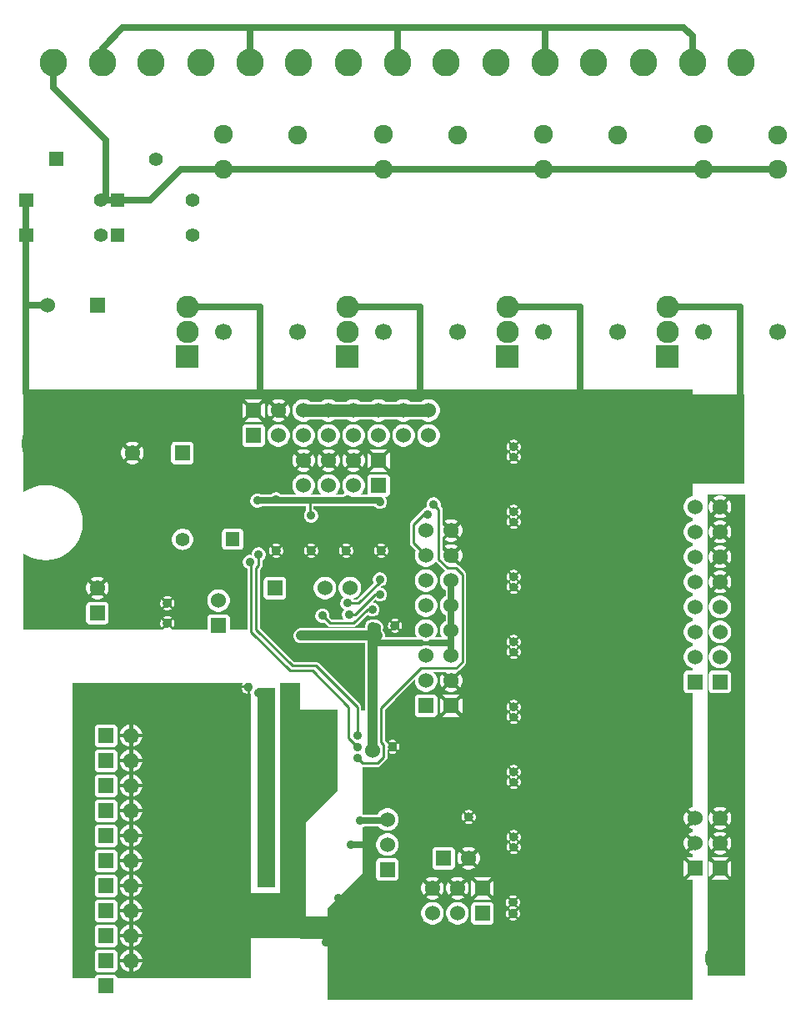
<source format=gbr>
G04 start of page 3 for group 5 idx 5 *
G04 Title: (unknown), bottom *
G04 Creator: pcb 4.1.3 *
G04 CreationDate: Fri Aug 16 20:44:32 2019 UTC *
G04 For: leha *
G04 Format: Gerber/RS-274X *
G04 PCB-Dimensions (mil): 3149.61 3937.01 *
G04 PCB-Coordinate-Origin: lower left *
%MOIN*%
%FSLAX25Y25*%
%LNBOTTOM*%
%ADD69C,0.0512*%
%ADD68C,0.0480*%
%ADD67C,0.0433*%
%ADD66C,0.0300*%
%ADD65C,0.0380*%
%ADD64C,0.0500*%
%ADD63C,0.1378*%
%ADD62C,0.0350*%
%ADD61C,0.0200*%
%ADD60C,0.0757*%
%ADD59C,0.0281*%
%ADD58C,0.1969*%
%ADD57C,0.0360*%
%ADD56C,0.0900*%
%ADD55C,0.0748*%
%ADD54C,0.0669*%
%ADD53C,0.0550*%
%ADD52C,0.1100*%
%ADD51C,0.0600*%
%ADD50C,0.0171*%
%ADD49C,0.0407*%
%ADD48C,0.0886*%
%ADD47C,0.0250*%
%ADD46C,0.0486*%
%ADD45C,0.0098*%
%ADD44C,0.0001*%
G54D44*G36*
X289042Y204201D02*X295500D01*
Y11701D01*
X289042D01*
Y52219D01*
X290000Y51261D01*
Y58140D01*
X289042Y57182D01*
Y62219D01*
X289175Y62086D01*
X289522Y62652D01*
X289793Y63306D01*
X289958Y63995D01*
X290000Y64701D01*
X289958Y65407D01*
X289793Y66096D01*
X289522Y66750D01*
X289175Y67316D01*
X289042Y67182D01*
Y72219D01*
X289175Y72086D01*
X289522Y72652D01*
X289793Y73306D01*
X289958Y73995D01*
X290000Y74701D01*
X289958Y75407D01*
X289793Y76096D01*
X289522Y76750D01*
X289175Y77316D01*
X289042Y77182D01*
Y124802D01*
X289183Y124860D01*
X289384Y124984D01*
X289564Y125137D01*
X289717Y125316D01*
X289841Y125518D01*
X289931Y125736D01*
X289986Y125965D01*
X290000Y126201D01*
X289986Y132436D01*
X289931Y132666D01*
X289841Y132884D01*
X289717Y133085D01*
X289564Y133265D01*
X289384Y133418D01*
X289183Y133541D01*
X289042Y133600D01*
Y136419D01*
X289152Y136548D01*
X289522Y137152D01*
X289793Y137806D01*
X289958Y138495D01*
X290000Y139201D01*
X289958Y139907D01*
X289793Y140596D01*
X289522Y141250D01*
X289152Y141854D01*
X289042Y141982D01*
Y146419D01*
X289152Y146548D01*
X289522Y147152D01*
X289793Y147806D01*
X289958Y148495D01*
X290000Y149201D01*
X289958Y149907D01*
X289793Y150596D01*
X289522Y151250D01*
X289152Y151854D01*
X289042Y151982D01*
Y156419D01*
X289152Y156548D01*
X289522Y157152D01*
X289793Y157806D01*
X289958Y158495D01*
X290000Y159201D01*
X289958Y159907D01*
X289793Y160596D01*
X289522Y161250D01*
X289152Y161854D01*
X289042Y161982D01*
Y166719D01*
X289175Y166586D01*
X289522Y167152D01*
X289793Y167806D01*
X289958Y168495D01*
X290000Y169201D01*
X289958Y169907D01*
X289793Y170596D01*
X289522Y171250D01*
X289175Y171816D01*
X289042Y171682D01*
Y176719D01*
X289175Y176586D01*
X289522Y177152D01*
X289793Y177806D01*
X289958Y178495D01*
X290000Y179201D01*
X289958Y179907D01*
X289793Y180596D01*
X289522Y181250D01*
X289175Y181816D01*
X289042Y181682D01*
Y186719D01*
X289175Y186586D01*
X289522Y187152D01*
X289793Y187806D01*
X289958Y188495D01*
X290000Y189201D01*
X289958Y189907D01*
X289793Y190596D01*
X289522Y191250D01*
X289175Y191816D01*
X289042Y191682D01*
Y196719D01*
X289175Y196586D01*
X289522Y197152D01*
X289793Y197806D01*
X289958Y198495D01*
X290000Y199201D01*
X289958Y199907D01*
X289793Y200596D01*
X289522Y201250D01*
X289175Y201816D01*
X289042Y201682D01*
Y204201D01*
G37*
G36*
Y151982D02*X288692Y152393D01*
X288153Y152853D01*
X287549Y153223D01*
X286895Y153494D01*
X286206Y153659D01*
X285500Y153715D01*
Y154687D01*
X286206Y154742D01*
X286895Y154908D01*
X287549Y155179D01*
X288153Y155549D01*
X288692Y156009D01*
X289042Y156419D01*
Y151982D01*
G37*
G36*
Y141982D02*X288692Y142393D01*
X288153Y142853D01*
X287549Y143223D01*
X286895Y143494D01*
X286206Y143659D01*
X285500Y143715D01*
Y144687D01*
X286206Y144742D01*
X286895Y144908D01*
X287549Y145179D01*
X288153Y145549D01*
X288692Y146009D01*
X289042Y146419D01*
Y141982D01*
G37*
G36*
Y133600D02*X288965Y133632D01*
X288735Y133687D01*
X288500Y133701D01*
X285500Y133694D01*
Y134687D01*
X286206Y134742D01*
X286895Y134908D01*
X287549Y135179D01*
X288153Y135549D01*
X288692Y136009D01*
X289042Y136419D01*
Y133600D01*
G37*
G36*
Y11701D02*X285500D01*
Y50201D01*
X288939D01*
X287439Y51701D01*
X285500D01*
Y57701D01*
X287439D01*
X288939Y59201D01*
X285500D01*
Y60187D01*
X286206Y60242D01*
X286895Y60408D01*
X287549Y60679D01*
X288115Y61025D01*
X287024Y62116D01*
X286866Y62020D01*
X286430Y61839D01*
X285971Y61729D01*
X285500Y61692D01*
Y67710D01*
X285971Y67673D01*
X286430Y67563D01*
X286866Y67382D01*
X287024Y67285D01*
X288115Y68376D01*
X287549Y68723D01*
X286895Y68994D01*
X286206Y69159D01*
X285500Y69215D01*
Y70187D01*
X286206Y70242D01*
X286895Y70408D01*
X287549Y70679D01*
X288115Y71025D01*
X287024Y72116D01*
X286866Y72020D01*
X286430Y71839D01*
X285971Y71729D01*
X285500Y71692D01*
Y77710D01*
X285971Y77673D01*
X286430Y77563D01*
X286866Y77382D01*
X287024Y77285D01*
X288115Y78376D01*
X287549Y78723D01*
X286895Y78994D01*
X286206Y79159D01*
X285500Y79215D01*
Y124707D01*
X288735Y124715D01*
X288965Y124770D01*
X289042Y124802D01*
Y77182D01*
X288085Y76225D01*
X288181Y76067D01*
X288362Y75631D01*
X288472Y75172D01*
X288500Y74701D01*
X288472Y74230D01*
X288362Y73771D01*
X288181Y73335D01*
X288085Y73177D01*
X289042Y72219D01*
Y67182D01*
X288085Y66225D01*
X288181Y66067D01*
X288362Y65631D01*
X288472Y65172D01*
X288500Y64701D01*
X288472Y64230D01*
X288362Y63771D01*
X288181Y63335D01*
X288085Y63177D01*
X289042Y62219D01*
Y57182D01*
X288500Y56640D01*
Y52761D01*
X289042Y52219D01*
Y11701D01*
G37*
G36*
X285500Y204201D02*X289042D01*
Y201682D01*
X288085Y200725D01*
X288181Y200567D01*
X288362Y200131D01*
X288472Y199672D01*
X288500Y199201D01*
X288472Y198730D01*
X288362Y198271D01*
X288181Y197835D01*
X288085Y197677D01*
X289042Y196719D01*
Y191682D01*
X288085Y190725D01*
X288181Y190567D01*
X288362Y190131D01*
X288472Y189672D01*
X288500Y189201D01*
X288472Y188730D01*
X288362Y188271D01*
X288181Y187835D01*
X288085Y187677D01*
X289042Y186719D01*
Y181682D01*
X288085Y180725D01*
X288181Y180567D01*
X288362Y180131D01*
X288472Y179672D01*
X288500Y179201D01*
X288472Y178730D01*
X288362Y178271D01*
X288181Y177835D01*
X288085Y177677D01*
X289042Y176719D01*
Y171682D01*
X288085Y170725D01*
X288181Y170567D01*
X288362Y170131D01*
X288472Y169672D01*
X288500Y169201D01*
X288472Y168730D01*
X288362Y168271D01*
X288181Y167835D01*
X288085Y167677D01*
X289042Y166719D01*
Y161982D01*
X288692Y162393D01*
X288153Y162853D01*
X287549Y163223D01*
X286895Y163494D01*
X286206Y163659D01*
X285500Y163715D01*
Y164687D01*
X286206Y164742D01*
X286895Y164908D01*
X287549Y165179D01*
X288115Y165525D01*
X287024Y166616D01*
X286866Y166520D01*
X286430Y166339D01*
X285971Y166229D01*
X285500Y166192D01*
Y172210D01*
X285971Y172173D01*
X286430Y172063D01*
X286866Y171882D01*
X287024Y171785D01*
X288115Y172876D01*
X287549Y173223D01*
X286895Y173494D01*
X286206Y173659D01*
X285500Y173715D01*
Y174687D01*
X286206Y174742D01*
X286895Y174908D01*
X287549Y175179D01*
X288115Y175525D01*
X287024Y176616D01*
X286866Y176520D01*
X286430Y176339D01*
X285971Y176229D01*
X285500Y176192D01*
Y182210D01*
X285971Y182173D01*
X286430Y182063D01*
X286866Y181882D01*
X287024Y181785D01*
X288115Y182876D01*
X287549Y183223D01*
X286895Y183494D01*
X286206Y183659D01*
X285500Y183715D01*
Y184687D01*
X286206Y184742D01*
X286895Y184908D01*
X287549Y185179D01*
X288115Y185525D01*
X287024Y186616D01*
X286866Y186520D01*
X286430Y186339D01*
X285971Y186229D01*
X285500Y186192D01*
Y192210D01*
X285971Y192173D01*
X286430Y192063D01*
X286866Y191882D01*
X287024Y191785D01*
X288115Y192876D01*
X287549Y193223D01*
X286895Y193494D01*
X286206Y193659D01*
X285500Y193715D01*
Y194687D01*
X286206Y194742D01*
X286895Y194908D01*
X287549Y195179D01*
X288115Y195525D01*
X287024Y196616D01*
X286866Y196520D01*
X286430Y196339D01*
X285971Y196229D01*
X285500Y196192D01*
Y202210D01*
X285971Y202173D01*
X286430Y202063D01*
X286866Y201882D01*
X287024Y201785D01*
X288115Y202876D01*
X287549Y203223D01*
X286895Y203494D01*
X286206Y203659D01*
X285500Y203715D01*
Y204201D01*
G37*
G36*
Y153715D02*X284794Y153659D01*
X284105Y153494D01*
X283451Y153223D01*
X282847Y152853D01*
X282308Y152393D01*
X281951Y151974D01*
Y156428D01*
X282308Y156009D01*
X282847Y155549D01*
X283451Y155179D01*
X284105Y154908D01*
X284794Y154742D01*
X285500Y154687D01*
Y153715D01*
G37*
G36*
Y143715D02*X284794Y143659D01*
X284105Y143494D01*
X283451Y143223D01*
X282847Y142853D01*
X282308Y142393D01*
X281951Y141974D01*
Y146428D01*
X282308Y146009D01*
X282847Y145549D01*
X283451Y145179D01*
X284105Y144908D01*
X284794Y144742D01*
X285500Y144687D01*
Y143715D01*
G37*
G36*
Y133694D02*X282265Y133687D01*
X282035Y133632D01*
X281951Y133597D01*
Y136428D01*
X282308Y136009D01*
X282847Y135549D01*
X283451Y135179D01*
X284105Y134908D01*
X284794Y134742D01*
X285500Y134687D01*
Y133694D01*
G37*
G36*
Y11701D02*X281951D01*
Y52212D01*
X282500Y52761D01*
Y56640D01*
X281951Y57189D01*
Y62212D01*
X282915Y63177D01*
X282819Y63335D01*
X282638Y63771D01*
X282528Y64230D01*
X282491Y64701D01*
X282528Y65172D01*
X282638Y65631D01*
X282819Y66067D01*
X282915Y66225D01*
X281951Y67189D01*
Y72212D01*
X282915Y73177D01*
X282819Y73335D01*
X282638Y73771D01*
X282528Y74230D01*
X282491Y74701D01*
X282528Y75172D01*
X282638Y75631D01*
X282819Y76067D01*
X282915Y76225D01*
X281951Y77189D01*
Y124805D01*
X282035Y124770D01*
X282265Y124715D01*
X282500Y124701D01*
X285500Y124707D01*
Y79215D01*
X284794Y79159D01*
X284105Y78994D01*
X283451Y78723D01*
X282885Y78376D01*
X283976Y77285D01*
X284134Y77382D01*
X284570Y77563D01*
X285029Y77673D01*
X285500Y77710D01*
Y71692D01*
X285029Y71729D01*
X284570Y71839D01*
X284134Y72020D01*
X283976Y72116D01*
X282885Y71025D01*
X283451Y70679D01*
X284105Y70408D01*
X284794Y70242D01*
X285500Y70187D01*
Y69215D01*
X284794Y69159D01*
X284105Y68994D01*
X283451Y68723D01*
X282885Y68376D01*
X283976Y67285D01*
X284134Y67382D01*
X284570Y67563D01*
X285029Y67673D01*
X285500Y67710D01*
Y61692D01*
X285029Y61729D01*
X284570Y61839D01*
X284134Y62020D01*
X283976Y62116D01*
X282885Y61025D01*
X283451Y60679D01*
X284105Y60408D01*
X284794Y60242D01*
X285500Y60187D01*
Y59201D01*
X282061D01*
X283561Y57701D01*
X285500D01*
Y51701D01*
X283561D01*
X282061Y50201D01*
X285500D01*
Y11701D01*
G37*
G36*
X281951Y204201D02*X285500D01*
Y203715D01*
X284794Y203659D01*
X284105Y203494D01*
X283451Y203223D01*
X282885Y202876D01*
X283976Y201785D01*
X284134Y201882D01*
X284570Y202063D01*
X285029Y202173D01*
X285500Y202210D01*
Y196192D01*
X285029Y196229D01*
X284570Y196339D01*
X284134Y196520D01*
X283976Y196616D01*
X282885Y195525D01*
X283451Y195179D01*
X284105Y194908D01*
X284794Y194742D01*
X285500Y194687D01*
Y193715D01*
X284794Y193659D01*
X284105Y193494D01*
X283451Y193223D01*
X282885Y192876D01*
X283976Y191785D01*
X284134Y191882D01*
X284570Y192063D01*
X285029Y192173D01*
X285500Y192210D01*
Y186192D01*
X285029Y186229D01*
X284570Y186339D01*
X284134Y186520D01*
X283976Y186616D01*
X282885Y185525D01*
X283451Y185179D01*
X284105Y184908D01*
X284794Y184742D01*
X285500Y184687D01*
Y183715D01*
X284794Y183659D01*
X284105Y183494D01*
X283451Y183223D01*
X282885Y182876D01*
X283976Y181785D01*
X284134Y181882D01*
X284570Y182063D01*
X285029Y182173D01*
X285500Y182210D01*
Y176192D01*
X285029Y176229D01*
X284570Y176339D01*
X284134Y176520D01*
X283976Y176616D01*
X282885Y175525D01*
X283451Y175179D01*
X284105Y174908D01*
X284794Y174742D01*
X285500Y174687D01*
Y173715D01*
X284794Y173659D01*
X284105Y173494D01*
X283451Y173223D01*
X282885Y172876D01*
X283976Y171785D01*
X284134Y171882D01*
X284570Y172063D01*
X285029Y172173D01*
X285500Y172210D01*
Y166192D01*
X285029Y166229D01*
X284570Y166339D01*
X284134Y166520D01*
X283976Y166616D01*
X282885Y165525D01*
X283451Y165179D01*
X284105Y164908D01*
X284794Y164742D01*
X285500Y164687D01*
Y163715D01*
X284794Y163659D01*
X284105Y163494D01*
X283451Y163223D01*
X282847Y162853D01*
X282308Y162393D01*
X281951Y161974D01*
Y166712D01*
X282915Y167677D01*
X282819Y167835D01*
X282638Y168271D01*
X282528Y168730D01*
X282491Y169201D01*
X282528Y169672D01*
X282638Y170131D01*
X282819Y170567D01*
X282915Y170725D01*
X281951Y171689D01*
Y176712D01*
X282915Y177677D01*
X282819Y177835D01*
X282638Y178271D01*
X282528Y178730D01*
X282491Y179201D01*
X282528Y179672D01*
X282638Y180131D01*
X282819Y180567D01*
X282915Y180725D01*
X281951Y181689D01*
Y186712D01*
X282915Y187677D01*
X282819Y187835D01*
X282638Y188271D01*
X282528Y188730D01*
X282491Y189201D01*
X282528Y189672D01*
X282638Y190131D01*
X282819Y190567D01*
X282915Y190725D01*
X281951Y191689D01*
Y196712D01*
X282915Y197677D01*
X282819Y197835D01*
X282638Y198271D01*
X282528Y198730D01*
X282491Y199201D01*
X282528Y199672D01*
X282638Y200131D01*
X282819Y200567D01*
X282915Y200725D01*
X281951Y201689D01*
Y204201D01*
G37*
G36*
X280500D02*X281951D01*
Y201689D01*
X281825Y201816D01*
X281478Y201250D01*
X281207Y200596D01*
X281042Y199907D01*
X280986Y199201D01*
X281042Y198495D01*
X281207Y197806D01*
X281478Y197152D01*
X281825Y196586D01*
X281951Y196712D01*
Y191689D01*
X281825Y191816D01*
X281478Y191250D01*
X281207Y190596D01*
X281042Y189907D01*
X280986Y189201D01*
X281042Y188495D01*
X281207Y187806D01*
X281478Y187152D01*
X281825Y186586D01*
X281951Y186712D01*
Y181689D01*
X281825Y181816D01*
X281478Y181250D01*
X281207Y180596D01*
X281042Y179907D01*
X280986Y179201D01*
X281042Y178495D01*
X281207Y177806D01*
X281478Y177152D01*
X281825Y176586D01*
X281951Y176712D01*
Y171689D01*
X281825Y171816D01*
X281478Y171250D01*
X281207Y170596D01*
X281042Y169907D01*
X280986Y169201D01*
X281042Y168495D01*
X281207Y167806D01*
X281478Y167152D01*
X281825Y166586D01*
X281951Y166712D01*
Y161974D01*
X281848Y161854D01*
X281478Y161250D01*
X281207Y160596D01*
X281042Y159907D01*
X280986Y159201D01*
X281042Y158495D01*
X281207Y157806D01*
X281478Y157152D01*
X281848Y156548D01*
X281951Y156428D01*
Y151974D01*
X281848Y151854D01*
X281478Y151250D01*
X281207Y150596D01*
X281042Y149907D01*
X280986Y149201D01*
X281042Y148495D01*
X281207Y147806D01*
X281478Y147152D01*
X281848Y146548D01*
X281951Y146428D01*
Y141974D01*
X281848Y141854D01*
X281478Y141250D01*
X281207Y140596D01*
X281042Y139907D01*
X280986Y139201D01*
X281042Y138495D01*
X281207Y137806D01*
X281478Y137152D01*
X281848Y136548D01*
X281951Y136428D01*
Y133597D01*
X281817Y133541D01*
X281616Y133418D01*
X281436Y133265D01*
X281283Y133085D01*
X281159Y132884D01*
X281069Y132666D01*
X281014Y132436D01*
X281000Y132201D01*
X281014Y125965D01*
X281069Y125736D01*
X281159Y125518D01*
X281283Y125316D01*
X281436Y125137D01*
X281616Y124984D01*
X281817Y124860D01*
X281951Y124805D01*
Y77189D01*
X281825Y77316D01*
X281478Y76750D01*
X281207Y76096D01*
X281042Y75407D01*
X280986Y74701D01*
X281042Y73995D01*
X281207Y73306D01*
X281478Y72652D01*
X281825Y72086D01*
X281951Y72212D01*
Y67189D01*
X281825Y67316D01*
X281478Y66750D01*
X281207Y66096D01*
X281042Y65407D01*
X280986Y64701D01*
X281042Y63995D01*
X281207Y63306D01*
X281478Y62652D01*
X281825Y62086D01*
X281951Y62212D01*
Y57189D01*
X281000Y58140D01*
Y51261D01*
X281951Y52212D01*
Y11701D01*
X280500D01*
Y204201D01*
G37*
G36*
X263780Y243976D02*X295276D01*
Y208543D01*
X263780D01*
Y243976D01*
G37*
G36*
X100500Y47201D02*Y126701D01*
X107500D01*
Y47201D01*
X100500D01*
G37*
G36*
X95370Y127970D02*X95391Y128020D01*
X95539Y128262D01*
X95723Y128478D01*
X95939Y128662D01*
X96003Y128701D01*
X97997D01*
X98000Y128699D01*
Y125703D01*
X97820Y125592D01*
X97558Y125484D01*
X97500Y125470D01*
Y124441D01*
X97868Y124530D01*
X98000Y124584D01*
Y10701D01*
X95370D01*
Y124916D01*
X95725Y124698D01*
X96132Y124530D01*
X96500Y124441D01*
Y125470D01*
X96442Y125484D01*
X96180Y125592D01*
X95939Y125740D01*
X95723Y125924D01*
X95539Y126140D01*
X95391Y126381D01*
X95370Y126432D01*
Y127970D01*
G37*
G36*
X52599Y128701D02*X94635D01*
X94497Y128476D01*
X94329Y128069D01*
X94240Y127701D01*
X95269D01*
X95283Y127759D01*
X95370Y127970D01*
Y126432D01*
X95283Y126643D01*
X95269Y126701D01*
X94240D01*
X94329Y126333D01*
X94497Y125926D01*
X94728Y125550D01*
X95014Y125215D01*
X95349Y124929D01*
X95370Y124916D01*
Y10701D01*
X52599D01*
Y14016D01*
X52653Y14049D01*
X53192Y14509D01*
X53652Y15048D01*
X54022Y15652D01*
X54293Y16306D01*
X54448Y16951D01*
X52905D01*
X52862Y16771D01*
X52681Y16335D01*
X52599Y16200D01*
Y19201D01*
X52681Y19067D01*
X52862Y18631D01*
X52905Y18451D01*
X54448D01*
X54293Y19096D01*
X54022Y19750D01*
X53652Y20354D01*
X53192Y20893D01*
X52653Y21353D01*
X52599Y21386D01*
Y24016D01*
X52653Y24049D01*
X53192Y24509D01*
X53652Y25048D01*
X54022Y25652D01*
X54293Y26306D01*
X54448Y26951D01*
X52905D01*
X52862Y26771D01*
X52681Y26335D01*
X52599Y26200D01*
Y29201D01*
X52681Y29067D01*
X52862Y28631D01*
X52905Y28451D01*
X54448D01*
X54293Y29096D01*
X54022Y29750D01*
X53652Y30354D01*
X53192Y30893D01*
X52653Y31353D01*
X52599Y31386D01*
Y34016D01*
X52653Y34049D01*
X53192Y34509D01*
X53652Y35048D01*
X54022Y35652D01*
X54293Y36306D01*
X54448Y36951D01*
X52905D01*
X52862Y36771D01*
X52681Y36335D01*
X52599Y36200D01*
Y39201D01*
X52681Y39067D01*
X52862Y38631D01*
X52905Y38451D01*
X54448D01*
X54293Y39096D01*
X54022Y39750D01*
X53652Y40354D01*
X53192Y40893D01*
X52653Y41353D01*
X52599Y41386D01*
Y44016D01*
X52653Y44049D01*
X53192Y44509D01*
X53652Y45048D01*
X54022Y45652D01*
X54293Y46306D01*
X54448Y46951D01*
X52905D01*
X52862Y46771D01*
X52681Y46335D01*
X52599Y46200D01*
Y49201D01*
X52681Y49067D01*
X52862Y48631D01*
X52905Y48451D01*
X54448D01*
X54293Y49096D01*
X54022Y49750D01*
X53652Y50354D01*
X53192Y50893D01*
X52653Y51353D01*
X52599Y51386D01*
Y54016D01*
X52653Y54049D01*
X53192Y54509D01*
X53652Y55048D01*
X54022Y55652D01*
X54293Y56306D01*
X54448Y56951D01*
X52905D01*
X52862Y56771D01*
X52681Y56335D01*
X52599Y56200D01*
Y59201D01*
X52681Y59067D01*
X52862Y58631D01*
X52905Y58451D01*
X54448D01*
X54293Y59096D01*
X54022Y59750D01*
X53652Y60354D01*
X53192Y60893D01*
X52653Y61353D01*
X52599Y61386D01*
Y64016D01*
X52653Y64049D01*
X53192Y64509D01*
X53652Y65048D01*
X54022Y65652D01*
X54293Y66306D01*
X54448Y66951D01*
X52905D01*
X52862Y66771D01*
X52681Y66335D01*
X52599Y66200D01*
Y69201D01*
X52681Y69067D01*
X52862Y68631D01*
X52905Y68451D01*
X54448D01*
X54293Y69096D01*
X54022Y69750D01*
X53652Y70354D01*
X53192Y70893D01*
X52653Y71353D01*
X52599Y71386D01*
Y74016D01*
X52653Y74049D01*
X53192Y74509D01*
X53652Y75048D01*
X54022Y75652D01*
X54293Y76306D01*
X54448Y76951D01*
X52905D01*
X52862Y76771D01*
X52681Y76335D01*
X52599Y76200D01*
Y79201D01*
X52681Y79067D01*
X52862Y78631D01*
X52905Y78451D01*
X54448D01*
X54293Y79096D01*
X54022Y79750D01*
X53652Y80354D01*
X53192Y80893D01*
X52653Y81353D01*
X52599Y81386D01*
Y84016D01*
X52653Y84049D01*
X53192Y84509D01*
X53652Y85048D01*
X54022Y85652D01*
X54293Y86306D01*
X54448Y86951D01*
X52905D01*
X52862Y86771D01*
X52681Y86335D01*
X52599Y86200D01*
Y89201D01*
X52681Y89067D01*
X52862Y88631D01*
X52905Y88451D01*
X54448D01*
X54293Y89096D01*
X54022Y89750D01*
X53652Y90354D01*
X53192Y90893D01*
X52653Y91353D01*
X52599Y91386D01*
Y94016D01*
X52653Y94049D01*
X53192Y94509D01*
X53652Y95048D01*
X54022Y95652D01*
X54293Y96306D01*
X54448Y96951D01*
X52905D01*
X52862Y96771D01*
X52681Y96335D01*
X52599Y96200D01*
Y99201D01*
X52681Y99067D01*
X52862Y98631D01*
X52905Y98451D01*
X54448D01*
X54293Y99096D01*
X54022Y99750D01*
X53652Y100354D01*
X53192Y100893D01*
X52653Y101353D01*
X52599Y101386D01*
Y104016D01*
X52653Y104049D01*
X53192Y104509D01*
X53652Y105048D01*
X54022Y105652D01*
X54293Y106306D01*
X54448Y106951D01*
X52905D01*
X52862Y106771D01*
X52681Y106335D01*
X52599Y106200D01*
Y109201D01*
X52681Y109067D01*
X52862Y108631D01*
X52905Y108451D01*
X54448D01*
X54293Y109096D01*
X54022Y109750D01*
X53652Y110354D01*
X53192Y110893D01*
X52653Y111353D01*
X52599Y111386D01*
Y128701D01*
G37*
G36*
X47401D02*X52599D01*
Y111386D01*
X52049Y111723D01*
X51395Y111994D01*
X50750Y112149D01*
Y110606D01*
X50930Y110563D01*
X51366Y110382D01*
X51769Y110135D01*
X52128Y109829D01*
X52435Y109470D01*
X52599Y109201D01*
Y106200D01*
X52435Y105932D01*
X52128Y105573D01*
X51769Y105266D01*
X51366Y105020D01*
X50930Y104839D01*
X50750Y104796D01*
Y103253D01*
X51395Y103408D01*
X52049Y103679D01*
X52599Y104016D01*
Y101386D01*
X52049Y101723D01*
X51395Y101994D01*
X50750Y102149D01*
Y100606D01*
X50930Y100563D01*
X51366Y100382D01*
X51769Y100135D01*
X52128Y99829D01*
X52435Y99470D01*
X52599Y99201D01*
Y96200D01*
X52435Y95932D01*
X52128Y95573D01*
X51769Y95266D01*
X51366Y95020D01*
X50930Y94839D01*
X50750Y94796D01*
Y93253D01*
X51395Y93408D01*
X52049Y93679D01*
X52599Y94016D01*
Y91386D01*
X52049Y91723D01*
X51395Y91994D01*
X50750Y92149D01*
Y90606D01*
X50930Y90563D01*
X51366Y90382D01*
X51769Y90135D01*
X52128Y89829D01*
X52435Y89470D01*
X52599Y89201D01*
Y86200D01*
X52435Y85932D01*
X52128Y85573D01*
X51769Y85266D01*
X51366Y85020D01*
X50930Y84839D01*
X50750Y84796D01*
Y83253D01*
X51395Y83408D01*
X52049Y83679D01*
X52599Y84016D01*
Y81386D01*
X52049Y81723D01*
X51395Y81994D01*
X50750Y82149D01*
Y80606D01*
X50930Y80563D01*
X51366Y80382D01*
X51769Y80135D01*
X52128Y79829D01*
X52435Y79470D01*
X52599Y79201D01*
Y76200D01*
X52435Y75932D01*
X52128Y75573D01*
X51769Y75266D01*
X51366Y75020D01*
X50930Y74839D01*
X50750Y74796D01*
Y73253D01*
X51395Y73408D01*
X52049Y73679D01*
X52599Y74016D01*
Y71386D01*
X52049Y71723D01*
X51395Y71994D01*
X50750Y72149D01*
Y70606D01*
X50930Y70563D01*
X51366Y70382D01*
X51769Y70135D01*
X52128Y69829D01*
X52435Y69470D01*
X52599Y69201D01*
Y66200D01*
X52435Y65932D01*
X52128Y65573D01*
X51769Y65266D01*
X51366Y65020D01*
X50930Y64839D01*
X50750Y64796D01*
Y63253D01*
X51395Y63408D01*
X52049Y63679D01*
X52599Y64016D01*
Y61386D01*
X52049Y61723D01*
X51395Y61994D01*
X50750Y62149D01*
Y60606D01*
X50930Y60563D01*
X51366Y60382D01*
X51769Y60135D01*
X52128Y59829D01*
X52435Y59470D01*
X52599Y59201D01*
Y56200D01*
X52435Y55932D01*
X52128Y55573D01*
X51769Y55266D01*
X51366Y55020D01*
X50930Y54839D01*
X50750Y54796D01*
Y53253D01*
X51395Y53408D01*
X52049Y53679D01*
X52599Y54016D01*
Y51386D01*
X52049Y51723D01*
X51395Y51994D01*
X50750Y52149D01*
Y50606D01*
X50930Y50563D01*
X51366Y50382D01*
X51769Y50135D01*
X52128Y49829D01*
X52435Y49470D01*
X52599Y49201D01*
Y46200D01*
X52435Y45932D01*
X52128Y45573D01*
X51769Y45266D01*
X51366Y45020D01*
X50930Y44839D01*
X50750Y44796D01*
Y43253D01*
X51395Y43408D01*
X52049Y43679D01*
X52599Y44016D01*
Y41386D01*
X52049Y41723D01*
X51395Y41994D01*
X50750Y42149D01*
Y40606D01*
X50930Y40563D01*
X51366Y40382D01*
X51769Y40135D01*
X52128Y39829D01*
X52435Y39470D01*
X52599Y39201D01*
Y36200D01*
X52435Y35932D01*
X52128Y35573D01*
X51769Y35266D01*
X51366Y35020D01*
X50930Y34839D01*
X50750Y34796D01*
Y33253D01*
X51395Y33408D01*
X52049Y33679D01*
X52599Y34016D01*
Y31386D01*
X52049Y31723D01*
X51395Y31994D01*
X50750Y32149D01*
Y30606D01*
X50930Y30563D01*
X51366Y30382D01*
X51769Y30135D01*
X52128Y29829D01*
X52435Y29470D01*
X52599Y29201D01*
Y26200D01*
X52435Y25932D01*
X52128Y25573D01*
X51769Y25266D01*
X51366Y25020D01*
X50930Y24839D01*
X50750Y24796D01*
Y23253D01*
X51395Y23408D01*
X52049Y23679D01*
X52599Y24016D01*
Y21386D01*
X52049Y21723D01*
X51395Y21994D01*
X50750Y22149D01*
Y20606D01*
X50930Y20563D01*
X51366Y20382D01*
X51769Y20135D01*
X52128Y19829D01*
X52435Y19470D01*
X52599Y19201D01*
Y16200D01*
X52435Y15932D01*
X52128Y15573D01*
X51769Y15266D01*
X51366Y15020D01*
X50930Y14839D01*
X50750Y14796D01*
Y13253D01*
X51395Y13408D01*
X52049Y13679D01*
X52599Y14016D01*
Y10701D01*
X47401D01*
Y14016D01*
X47951Y13679D01*
X48605Y13408D01*
X49250Y13253D01*
Y14796D01*
X49070Y14839D01*
X48634Y15020D01*
X48231Y15266D01*
X47872Y15573D01*
X47565Y15932D01*
X47401Y16200D01*
Y19201D01*
X47565Y19470D01*
X47872Y19829D01*
X48231Y20135D01*
X48634Y20382D01*
X49070Y20563D01*
X49250Y20606D01*
Y22149D01*
X48605Y21994D01*
X47951Y21723D01*
X47401Y21386D01*
Y24016D01*
X47951Y23679D01*
X48605Y23408D01*
X49250Y23253D01*
Y24796D01*
X49070Y24839D01*
X48634Y25020D01*
X48231Y25266D01*
X47872Y25573D01*
X47565Y25932D01*
X47401Y26200D01*
Y29201D01*
X47565Y29470D01*
X47872Y29829D01*
X48231Y30135D01*
X48634Y30382D01*
X49070Y30563D01*
X49250Y30606D01*
Y32149D01*
X48605Y31994D01*
X47951Y31723D01*
X47401Y31386D01*
Y34016D01*
X47951Y33679D01*
X48605Y33408D01*
X49250Y33253D01*
Y34796D01*
X49070Y34839D01*
X48634Y35020D01*
X48231Y35266D01*
X47872Y35573D01*
X47565Y35932D01*
X47401Y36200D01*
Y39201D01*
X47565Y39470D01*
X47872Y39829D01*
X48231Y40135D01*
X48634Y40382D01*
X49070Y40563D01*
X49250Y40606D01*
Y42149D01*
X48605Y41994D01*
X47951Y41723D01*
X47401Y41386D01*
Y44016D01*
X47951Y43679D01*
X48605Y43408D01*
X49250Y43253D01*
Y44796D01*
X49070Y44839D01*
X48634Y45020D01*
X48231Y45266D01*
X47872Y45573D01*
X47565Y45932D01*
X47401Y46200D01*
Y49201D01*
X47565Y49470D01*
X47872Y49829D01*
X48231Y50135D01*
X48634Y50382D01*
X49070Y50563D01*
X49250Y50606D01*
Y52149D01*
X48605Y51994D01*
X47951Y51723D01*
X47401Y51386D01*
Y54016D01*
X47951Y53679D01*
X48605Y53408D01*
X49250Y53253D01*
Y54796D01*
X49070Y54839D01*
X48634Y55020D01*
X48231Y55266D01*
X47872Y55573D01*
X47565Y55932D01*
X47401Y56200D01*
Y59201D01*
X47565Y59470D01*
X47872Y59829D01*
X48231Y60135D01*
X48634Y60382D01*
X49070Y60563D01*
X49250Y60606D01*
Y62149D01*
X48605Y61994D01*
X47951Y61723D01*
X47401Y61386D01*
Y64016D01*
X47951Y63679D01*
X48605Y63408D01*
X49250Y63253D01*
Y64796D01*
X49070Y64839D01*
X48634Y65020D01*
X48231Y65266D01*
X47872Y65573D01*
X47565Y65932D01*
X47401Y66200D01*
Y69201D01*
X47565Y69470D01*
X47872Y69829D01*
X48231Y70135D01*
X48634Y70382D01*
X49070Y70563D01*
X49250Y70606D01*
Y72149D01*
X48605Y71994D01*
X47951Y71723D01*
X47401Y71386D01*
Y74016D01*
X47951Y73679D01*
X48605Y73408D01*
X49250Y73253D01*
Y74796D01*
X49070Y74839D01*
X48634Y75020D01*
X48231Y75266D01*
X47872Y75573D01*
X47565Y75932D01*
X47401Y76200D01*
Y79201D01*
X47565Y79470D01*
X47872Y79829D01*
X48231Y80135D01*
X48634Y80382D01*
X49070Y80563D01*
X49250Y80606D01*
Y82149D01*
X48605Y81994D01*
X47951Y81723D01*
X47401Y81386D01*
Y84016D01*
X47951Y83679D01*
X48605Y83408D01*
X49250Y83253D01*
Y84796D01*
X49070Y84839D01*
X48634Y85020D01*
X48231Y85266D01*
X47872Y85573D01*
X47565Y85932D01*
X47401Y86200D01*
Y89201D01*
X47565Y89470D01*
X47872Y89829D01*
X48231Y90135D01*
X48634Y90382D01*
X49070Y90563D01*
X49250Y90606D01*
Y92149D01*
X48605Y91994D01*
X47951Y91723D01*
X47401Y91386D01*
Y94016D01*
X47951Y93679D01*
X48605Y93408D01*
X49250Y93253D01*
Y94796D01*
X49070Y94839D01*
X48634Y95020D01*
X48231Y95266D01*
X47872Y95573D01*
X47565Y95932D01*
X47401Y96200D01*
Y99201D01*
X47565Y99470D01*
X47872Y99829D01*
X48231Y100135D01*
X48634Y100382D01*
X49070Y100563D01*
X49250Y100606D01*
Y102149D01*
X48605Y101994D01*
X47951Y101723D01*
X47401Y101386D01*
Y104016D01*
X47951Y103679D01*
X48605Y103408D01*
X49250Y103253D01*
Y104796D01*
X49070Y104839D01*
X48634Y105020D01*
X48231Y105266D01*
X47872Y105573D01*
X47565Y105932D01*
X47401Y106200D01*
Y109201D01*
X47565Y109470D01*
X47872Y109829D01*
X48231Y110135D01*
X48634Y110382D01*
X49070Y110563D01*
X49250Y110606D01*
Y112149D01*
X48605Y111994D01*
X47951Y111723D01*
X47401Y111386D01*
Y128701D01*
G37*
G36*
X40000D02*X47401D01*
Y111386D01*
X47347Y111353D01*
X46808Y110893D01*
X46348Y110354D01*
X45978Y109750D01*
X45707Y109096D01*
X45552Y108451D01*
X47095D01*
X47138Y108631D01*
X47319Y109067D01*
X47401Y109201D01*
Y106200D01*
X47319Y106335D01*
X47138Y106771D01*
X47095Y106951D01*
X45552D01*
X45707Y106306D01*
X45978Y105652D01*
X46348Y105048D01*
X46808Y104509D01*
X47347Y104049D01*
X47401Y104016D01*
Y101386D01*
X47347Y101353D01*
X46808Y100893D01*
X46348Y100354D01*
X45978Y99750D01*
X45707Y99096D01*
X45552Y98451D01*
X47095D01*
X47138Y98631D01*
X47319Y99067D01*
X47401Y99201D01*
Y96200D01*
X47319Y96335D01*
X47138Y96771D01*
X47095Y96951D01*
X45552D01*
X45707Y96306D01*
X45978Y95652D01*
X46348Y95048D01*
X46808Y94509D01*
X47347Y94049D01*
X47401Y94016D01*
Y91386D01*
X47347Y91353D01*
X46808Y90893D01*
X46348Y90354D01*
X45978Y89750D01*
X45707Y89096D01*
X45552Y88451D01*
X47095D01*
X47138Y88631D01*
X47319Y89067D01*
X47401Y89201D01*
Y86200D01*
X47319Y86335D01*
X47138Y86771D01*
X47095Y86951D01*
X45552D01*
X45707Y86306D01*
X45978Y85652D01*
X46348Y85048D01*
X46808Y84509D01*
X47347Y84049D01*
X47401Y84016D01*
Y81386D01*
X47347Y81353D01*
X46808Y80893D01*
X46348Y80354D01*
X45978Y79750D01*
X45707Y79096D01*
X45552Y78451D01*
X47095D01*
X47138Y78631D01*
X47319Y79067D01*
X47401Y79201D01*
Y76200D01*
X47319Y76335D01*
X47138Y76771D01*
X47095Y76951D01*
X45552D01*
X45707Y76306D01*
X45978Y75652D01*
X46348Y75048D01*
X46808Y74509D01*
X47347Y74049D01*
X47401Y74016D01*
Y71386D01*
X47347Y71353D01*
X46808Y70893D01*
X46348Y70354D01*
X45978Y69750D01*
X45707Y69096D01*
X45552Y68451D01*
X47095D01*
X47138Y68631D01*
X47319Y69067D01*
X47401Y69201D01*
Y66200D01*
X47319Y66335D01*
X47138Y66771D01*
X47095Y66951D01*
X45552D01*
X45707Y66306D01*
X45978Y65652D01*
X46348Y65048D01*
X46808Y64509D01*
X47347Y64049D01*
X47401Y64016D01*
Y61386D01*
X47347Y61353D01*
X46808Y60893D01*
X46348Y60354D01*
X45978Y59750D01*
X45707Y59096D01*
X45552Y58451D01*
X47095D01*
X47138Y58631D01*
X47319Y59067D01*
X47401Y59201D01*
Y56200D01*
X47319Y56335D01*
X47138Y56771D01*
X47095Y56951D01*
X45552D01*
X45707Y56306D01*
X45978Y55652D01*
X46348Y55048D01*
X46808Y54509D01*
X47347Y54049D01*
X47401Y54016D01*
Y51386D01*
X47347Y51353D01*
X46808Y50893D01*
X46348Y50354D01*
X45978Y49750D01*
X45707Y49096D01*
X45552Y48451D01*
X47095D01*
X47138Y48631D01*
X47319Y49067D01*
X47401Y49201D01*
Y46200D01*
X47319Y46335D01*
X47138Y46771D01*
X47095Y46951D01*
X45552D01*
X45707Y46306D01*
X45978Y45652D01*
X46348Y45048D01*
X46808Y44509D01*
X47347Y44049D01*
X47401Y44016D01*
Y41386D01*
X47347Y41353D01*
X46808Y40893D01*
X46348Y40354D01*
X45978Y39750D01*
X45707Y39096D01*
X45552Y38451D01*
X47095D01*
X47138Y38631D01*
X47319Y39067D01*
X47401Y39201D01*
Y36200D01*
X47319Y36335D01*
X47138Y36771D01*
X47095Y36951D01*
X45552D01*
X45707Y36306D01*
X45978Y35652D01*
X46348Y35048D01*
X46808Y34509D01*
X47347Y34049D01*
X47401Y34016D01*
Y31386D01*
X47347Y31353D01*
X46808Y30893D01*
X46348Y30354D01*
X45978Y29750D01*
X45707Y29096D01*
X45552Y28451D01*
X47095D01*
X47138Y28631D01*
X47319Y29067D01*
X47401Y29201D01*
Y26200D01*
X47319Y26335D01*
X47138Y26771D01*
X47095Y26951D01*
X45552D01*
X45707Y26306D01*
X45978Y25652D01*
X46348Y25048D01*
X46808Y24509D01*
X47347Y24049D01*
X47401Y24016D01*
Y21386D01*
X47347Y21353D01*
X46808Y20893D01*
X46348Y20354D01*
X45978Y19750D01*
X45707Y19096D01*
X45552Y18451D01*
X47095D01*
X47138Y18631D01*
X47319Y19067D01*
X47401Y19201D01*
Y16200D01*
X47319Y16335D01*
X47138Y16771D01*
X47095Y16951D01*
X45552D01*
X45707Y16306D01*
X45978Y15652D01*
X46348Y15048D01*
X46808Y14509D01*
X47347Y14049D01*
X47401Y14016D01*
Y10701D01*
X44487D01*
X44486Y10936D01*
X44431Y11166D01*
X44341Y11384D01*
X44217Y11585D01*
X44064Y11765D01*
X43884Y11918D01*
X43683Y12041D01*
X43465Y12132D01*
X43235Y12187D01*
X43000Y12201D01*
X40000Y12194D01*
Y13207D01*
X43235Y13215D01*
X43465Y13270D01*
X43683Y13360D01*
X43884Y13484D01*
X44064Y13637D01*
X44217Y13816D01*
X44341Y14018D01*
X44431Y14236D01*
X44486Y14465D01*
X44500Y14701D01*
X44486Y20936D01*
X44431Y21166D01*
X44341Y21384D01*
X44217Y21585D01*
X44064Y21765D01*
X43884Y21918D01*
X43683Y22041D01*
X43465Y22132D01*
X43235Y22187D01*
X43000Y22201D01*
X40000Y22194D01*
Y23207D01*
X43235Y23215D01*
X43465Y23270D01*
X43683Y23360D01*
X43884Y23484D01*
X44064Y23637D01*
X44217Y23816D01*
X44341Y24018D01*
X44431Y24236D01*
X44486Y24465D01*
X44500Y24701D01*
X44486Y30936D01*
X44431Y31166D01*
X44341Y31384D01*
X44217Y31585D01*
X44064Y31765D01*
X43884Y31918D01*
X43683Y32041D01*
X43465Y32132D01*
X43235Y32187D01*
X43000Y32201D01*
X40000Y32194D01*
Y33207D01*
X43235Y33215D01*
X43465Y33270D01*
X43683Y33360D01*
X43884Y33484D01*
X44064Y33637D01*
X44217Y33816D01*
X44341Y34018D01*
X44431Y34236D01*
X44486Y34465D01*
X44500Y34701D01*
X44486Y40936D01*
X44431Y41166D01*
X44341Y41384D01*
X44217Y41585D01*
X44064Y41765D01*
X43884Y41918D01*
X43683Y42041D01*
X43465Y42132D01*
X43235Y42187D01*
X43000Y42201D01*
X40000Y42194D01*
Y43207D01*
X43235Y43215D01*
X43465Y43270D01*
X43683Y43360D01*
X43884Y43484D01*
X44064Y43637D01*
X44217Y43816D01*
X44341Y44018D01*
X44431Y44236D01*
X44486Y44465D01*
X44500Y44701D01*
X44486Y50936D01*
X44431Y51166D01*
X44341Y51384D01*
X44217Y51585D01*
X44064Y51765D01*
X43884Y51918D01*
X43683Y52041D01*
X43465Y52132D01*
X43235Y52187D01*
X43000Y52201D01*
X40000Y52194D01*
Y53207D01*
X43235Y53215D01*
X43465Y53270D01*
X43683Y53360D01*
X43884Y53484D01*
X44064Y53637D01*
X44217Y53816D01*
X44341Y54018D01*
X44431Y54236D01*
X44486Y54465D01*
X44500Y54701D01*
X44486Y60936D01*
X44431Y61166D01*
X44341Y61384D01*
X44217Y61585D01*
X44064Y61765D01*
X43884Y61918D01*
X43683Y62041D01*
X43465Y62132D01*
X43235Y62187D01*
X43000Y62201D01*
X40000Y62194D01*
Y63207D01*
X43235Y63215D01*
X43465Y63270D01*
X43683Y63360D01*
X43884Y63484D01*
X44064Y63637D01*
X44217Y63816D01*
X44341Y64018D01*
X44431Y64236D01*
X44486Y64465D01*
X44500Y64701D01*
X44486Y70936D01*
X44431Y71166D01*
X44341Y71384D01*
X44217Y71585D01*
X44064Y71765D01*
X43884Y71918D01*
X43683Y72041D01*
X43465Y72132D01*
X43235Y72187D01*
X43000Y72201D01*
X40000Y72194D01*
Y73207D01*
X43235Y73215D01*
X43465Y73270D01*
X43683Y73360D01*
X43884Y73484D01*
X44064Y73637D01*
X44217Y73816D01*
X44341Y74018D01*
X44431Y74236D01*
X44486Y74465D01*
X44500Y74701D01*
X44486Y80936D01*
X44431Y81166D01*
X44341Y81384D01*
X44217Y81585D01*
X44064Y81765D01*
X43884Y81918D01*
X43683Y82041D01*
X43465Y82132D01*
X43235Y82187D01*
X43000Y82201D01*
X40000Y82194D01*
Y83207D01*
X43235Y83215D01*
X43465Y83270D01*
X43683Y83360D01*
X43884Y83484D01*
X44064Y83637D01*
X44217Y83816D01*
X44341Y84018D01*
X44431Y84236D01*
X44486Y84465D01*
X44500Y84701D01*
X44486Y90936D01*
X44431Y91166D01*
X44341Y91384D01*
X44217Y91585D01*
X44064Y91765D01*
X43884Y91918D01*
X43683Y92041D01*
X43465Y92132D01*
X43235Y92187D01*
X43000Y92201D01*
X40000Y92194D01*
Y93207D01*
X43235Y93215D01*
X43465Y93270D01*
X43683Y93360D01*
X43884Y93484D01*
X44064Y93637D01*
X44217Y93816D01*
X44341Y94018D01*
X44431Y94236D01*
X44486Y94465D01*
X44500Y94701D01*
X44486Y100936D01*
X44431Y101166D01*
X44341Y101384D01*
X44217Y101585D01*
X44064Y101765D01*
X43884Y101918D01*
X43683Y102041D01*
X43465Y102132D01*
X43235Y102187D01*
X43000Y102201D01*
X40000Y102194D01*
Y103207D01*
X43235Y103215D01*
X43465Y103270D01*
X43683Y103360D01*
X43884Y103484D01*
X44064Y103637D01*
X44217Y103816D01*
X44341Y104018D01*
X44431Y104236D01*
X44486Y104465D01*
X44500Y104701D01*
X44486Y110936D01*
X44431Y111166D01*
X44341Y111384D01*
X44217Y111585D01*
X44064Y111765D01*
X43884Y111918D01*
X43683Y112041D01*
X43465Y112132D01*
X43235Y112187D01*
X43000Y112201D01*
X40000Y112194D01*
Y128701D01*
G37*
G36*
X26500D02*X40000D01*
Y112194D01*
X36765Y112187D01*
X36535Y112132D01*
X36317Y112041D01*
X36116Y111918D01*
X35936Y111765D01*
X35783Y111585D01*
X35659Y111384D01*
X35569Y111166D01*
X35514Y110936D01*
X35500Y110701D01*
X35514Y104465D01*
X35569Y104236D01*
X35659Y104018D01*
X35783Y103816D01*
X35936Y103637D01*
X36116Y103484D01*
X36317Y103360D01*
X36535Y103270D01*
X36765Y103215D01*
X37000Y103201D01*
X40000Y103207D01*
Y102194D01*
X36765Y102187D01*
X36535Y102132D01*
X36317Y102041D01*
X36116Y101918D01*
X35936Y101765D01*
X35783Y101585D01*
X35659Y101384D01*
X35569Y101166D01*
X35514Y100936D01*
X35500Y100701D01*
X35514Y94465D01*
X35569Y94236D01*
X35659Y94018D01*
X35783Y93816D01*
X35936Y93637D01*
X36116Y93484D01*
X36317Y93360D01*
X36535Y93270D01*
X36765Y93215D01*
X37000Y93201D01*
X40000Y93207D01*
Y92194D01*
X36765Y92187D01*
X36535Y92132D01*
X36317Y92041D01*
X36116Y91918D01*
X35936Y91765D01*
X35783Y91585D01*
X35659Y91384D01*
X35569Y91166D01*
X35514Y90936D01*
X35500Y90701D01*
X35514Y84465D01*
X35569Y84236D01*
X35659Y84018D01*
X35783Y83816D01*
X35936Y83637D01*
X36116Y83484D01*
X36317Y83360D01*
X36535Y83270D01*
X36765Y83215D01*
X37000Y83201D01*
X40000Y83207D01*
Y82194D01*
X36765Y82187D01*
X36535Y82132D01*
X36317Y82041D01*
X36116Y81918D01*
X35936Y81765D01*
X35783Y81585D01*
X35659Y81384D01*
X35569Y81166D01*
X35514Y80936D01*
X35500Y80701D01*
X35514Y74465D01*
X35569Y74236D01*
X35659Y74018D01*
X35783Y73816D01*
X35936Y73637D01*
X36116Y73484D01*
X36317Y73360D01*
X36535Y73270D01*
X36765Y73215D01*
X37000Y73201D01*
X40000Y73207D01*
Y72194D01*
X36765Y72187D01*
X36535Y72132D01*
X36317Y72041D01*
X36116Y71918D01*
X35936Y71765D01*
X35783Y71585D01*
X35659Y71384D01*
X35569Y71166D01*
X35514Y70936D01*
X35500Y70701D01*
X35514Y64465D01*
X35569Y64236D01*
X35659Y64018D01*
X35783Y63816D01*
X35936Y63637D01*
X36116Y63484D01*
X36317Y63360D01*
X36535Y63270D01*
X36765Y63215D01*
X37000Y63201D01*
X40000Y63207D01*
Y62194D01*
X36765Y62187D01*
X36535Y62132D01*
X36317Y62041D01*
X36116Y61918D01*
X35936Y61765D01*
X35783Y61585D01*
X35659Y61384D01*
X35569Y61166D01*
X35514Y60936D01*
X35500Y60701D01*
X35514Y54465D01*
X35569Y54236D01*
X35659Y54018D01*
X35783Y53816D01*
X35936Y53637D01*
X36116Y53484D01*
X36317Y53360D01*
X36535Y53270D01*
X36765Y53215D01*
X37000Y53201D01*
X40000Y53207D01*
Y52194D01*
X36765Y52187D01*
X36535Y52132D01*
X36317Y52041D01*
X36116Y51918D01*
X35936Y51765D01*
X35783Y51585D01*
X35659Y51384D01*
X35569Y51166D01*
X35514Y50936D01*
X35500Y50701D01*
X35514Y44465D01*
X35569Y44236D01*
X35659Y44018D01*
X35783Y43816D01*
X35936Y43637D01*
X36116Y43484D01*
X36317Y43360D01*
X36535Y43270D01*
X36765Y43215D01*
X37000Y43201D01*
X40000Y43207D01*
Y42194D01*
X36765Y42187D01*
X36535Y42132D01*
X36317Y42041D01*
X36116Y41918D01*
X35936Y41765D01*
X35783Y41585D01*
X35659Y41384D01*
X35569Y41166D01*
X35514Y40936D01*
X35500Y40701D01*
X35514Y34465D01*
X35569Y34236D01*
X35659Y34018D01*
X35783Y33816D01*
X35936Y33637D01*
X36116Y33484D01*
X36317Y33360D01*
X36535Y33270D01*
X36765Y33215D01*
X37000Y33201D01*
X40000Y33207D01*
Y32194D01*
X36765Y32187D01*
X36535Y32132D01*
X36317Y32041D01*
X36116Y31918D01*
X35936Y31765D01*
X35783Y31585D01*
X35659Y31384D01*
X35569Y31166D01*
X35514Y30936D01*
X35500Y30701D01*
X35514Y24465D01*
X35569Y24236D01*
X35659Y24018D01*
X35783Y23816D01*
X35936Y23637D01*
X36116Y23484D01*
X36317Y23360D01*
X36535Y23270D01*
X36765Y23215D01*
X37000Y23201D01*
X40000Y23207D01*
Y22194D01*
X36765Y22187D01*
X36535Y22132D01*
X36317Y22041D01*
X36116Y21918D01*
X35936Y21765D01*
X35783Y21585D01*
X35659Y21384D01*
X35569Y21166D01*
X35514Y20936D01*
X35500Y20701D01*
X35514Y14465D01*
X35569Y14236D01*
X35659Y14018D01*
X35783Y13816D01*
X35936Y13637D01*
X36116Y13484D01*
X36317Y13360D01*
X36535Y13270D01*
X36765Y13215D01*
X37000Y13201D01*
X40000Y13207D01*
Y12194D01*
X36765Y12187D01*
X36535Y12132D01*
X36317Y12041D01*
X36116Y11918D01*
X35936Y11765D01*
X35783Y11585D01*
X35659Y11384D01*
X35569Y11166D01*
X35514Y10936D01*
X35500Y10701D01*
X26500D01*
Y128701D01*
G37*
G36*
X109500D02*X117500D01*
Y118201D01*
X132500D01*
Y85701D01*
X120000Y73201D01*
Y26701D01*
X96000D01*
Y44701D01*
X109500D01*
Y128701D01*
G37*
G36*
X107500Y150201D02*X116144Y150110D01*
X115846Y149855D01*
X115535Y149492D01*
X115285Y149084D01*
X115102Y148642D01*
X114991Y148177D01*
X114953Y147701D01*
X114991Y147224D01*
X115102Y146759D01*
X115285Y146318D01*
X115535Y145910D01*
X115846Y145546D01*
X116209Y145236D01*
X116617Y144986D01*
X117058Y144803D01*
X117523Y144692D01*
X118000Y144663D01*
X143463D01*
Y117701D01*
X141992D01*
Y119142D01*
X141997Y119201D01*
X141978Y119435D01*
X141923Y119663D01*
X141834Y119880D01*
X141711Y120081D01*
X141558Y120259D01*
X141514Y120297D01*
X125096Y136715D01*
X125058Y136759D01*
X124880Y136912D01*
X124680Y137034D01*
X124463Y137124D01*
X124234Y137179D01*
X124000Y137198D01*
X123942Y137193D01*
X115118D01*
X107500Y144811D01*
Y150201D01*
G37*
G36*
X101500Y153701D02*X117500D01*
Y150704D01*
X117058Y150598D01*
X116617Y150415D01*
X116209Y150166D01*
X115846Y149855D01*
X115535Y149492D01*
X115285Y149084D01*
X115102Y148642D01*
X114991Y148177D01*
X114953Y147701D01*
X114991Y147224D01*
X115102Y146759D01*
X115285Y146318D01*
X115535Y145910D01*
X115846Y145546D01*
X116209Y145236D01*
X116617Y144986D01*
X117058Y144803D01*
X117485Y144701D01*
X107610D01*
X101500Y150811D01*
Y153701D01*
G37*
G36*
X271750Y124901D02*X271817Y124860D01*
X272035Y124770D01*
X272265Y124715D01*
X272500Y124701D01*
X274500Y124705D01*
Y79089D01*
X274105Y78994D01*
X273451Y78723D01*
X272885Y78376D01*
X273976Y77285D01*
X274134Y77382D01*
X274500Y77534D01*
Y71868D01*
X274134Y72020D01*
X273976Y72116D01*
X272885Y71025D01*
X273451Y70679D01*
X274105Y70408D01*
X274500Y70313D01*
Y69089D01*
X274105Y68994D01*
X273451Y68723D01*
X272885Y68376D01*
X273976Y67285D01*
X274134Y67382D01*
X274500Y67534D01*
Y61868D01*
X274134Y62020D01*
X273976Y62116D01*
X272885Y61025D01*
X273451Y60679D01*
X274105Y60408D01*
X274500Y60313D01*
Y59201D01*
X272061D01*
X273561Y57701D01*
X274500D01*
Y51701D01*
X273561D01*
X272061Y50201D01*
X274500D01*
Y2201D01*
X271750D01*
Y52011D01*
X272500Y52761D01*
Y56640D01*
X271750Y57390D01*
Y62208D01*
X271825Y62086D01*
X272915Y63177D01*
X272819Y63335D01*
X272638Y63771D01*
X272528Y64230D01*
X272491Y64701D01*
X272528Y65172D01*
X272638Y65631D01*
X272819Y66067D01*
X272915Y66225D01*
X271825Y67316D01*
X271750Y67194D01*
Y72208D01*
X271825Y72086D01*
X272915Y73177D01*
X272819Y73335D01*
X272638Y73771D01*
X272528Y74230D01*
X272491Y74701D01*
X272528Y75172D01*
X272638Y75631D01*
X272819Y76067D01*
X272915Y76225D01*
X271825Y77316D01*
X271750Y77194D01*
Y124901D01*
G37*
G36*
Y136708D02*X271848Y136548D01*
X272308Y136009D01*
X272847Y135549D01*
X273451Y135179D01*
X274105Y134908D01*
X274500Y134813D01*
Y133692D01*
X272265Y133687D01*
X272035Y133632D01*
X271817Y133541D01*
X271750Y133500D01*
Y136708D01*
G37*
G36*
Y146708D02*X271848Y146548D01*
X272308Y146009D01*
X272847Y145549D01*
X273451Y145179D01*
X274105Y144908D01*
X274500Y144813D01*
Y143589D01*
X274105Y143494D01*
X273451Y143223D01*
X272847Y142853D01*
X272308Y142393D01*
X271848Y141854D01*
X271750Y141694D01*
Y146708D01*
G37*
G36*
Y156708D02*X271848Y156548D01*
X272308Y156009D01*
X272847Y155549D01*
X273451Y155179D01*
X274105Y154908D01*
X274500Y154813D01*
Y153589D01*
X274105Y153494D01*
X273451Y153223D01*
X272847Y152853D01*
X272308Y152393D01*
X271848Y151854D01*
X271750Y151694D01*
Y156708D01*
G37*
G36*
Y166708D02*X271848Y166548D01*
X272308Y166009D01*
X272847Y165549D01*
X273451Y165179D01*
X274105Y164908D01*
X274500Y164813D01*
Y163589D01*
X274105Y163494D01*
X273451Y163223D01*
X272847Y162853D01*
X272308Y162393D01*
X271848Y161854D01*
X271750Y161694D01*
Y166708D01*
G37*
G36*
Y176708D02*X271848Y176548D01*
X272308Y176009D01*
X272847Y175549D01*
X273451Y175179D01*
X274105Y174908D01*
X274500Y174813D01*
Y173589D01*
X274105Y173494D01*
X273451Y173223D01*
X272847Y172853D01*
X272308Y172393D01*
X271848Y171854D01*
X271750Y171694D01*
Y176708D01*
G37*
G36*
Y186708D02*X271848Y186548D01*
X272308Y186009D01*
X272847Y185549D01*
X273451Y185179D01*
X274105Y184908D01*
X274500Y184813D01*
Y183589D01*
X274105Y183494D01*
X273451Y183223D01*
X272847Y182853D01*
X272308Y182393D01*
X271848Y181854D01*
X271750Y181694D01*
Y186708D01*
G37*
G36*
Y196708D02*X271848Y196548D01*
X272308Y196009D01*
X272847Y195549D01*
X273451Y195179D01*
X274105Y194908D01*
X274500Y194813D01*
Y193589D01*
X274105Y193494D01*
X273451Y193223D01*
X272847Y192853D01*
X272308Y192393D01*
X271848Y191854D01*
X271750Y191694D01*
Y196708D01*
G37*
G36*
Y246201D02*X274500D01*
Y203589D01*
X274105Y203494D01*
X273451Y203223D01*
X272847Y202853D01*
X272308Y202393D01*
X271848Y201854D01*
X271750Y201694D01*
Y246201D01*
G37*
G36*
X205189D02*X271750D01*
Y201694D01*
X271478Y201250D01*
X271207Y200596D01*
X271042Y199907D01*
X270986Y199201D01*
X271042Y198495D01*
X271207Y197806D01*
X271478Y197152D01*
X271750Y196708D01*
Y191694D01*
X271478Y191250D01*
X271207Y190596D01*
X271042Y189907D01*
X270986Y189201D01*
X271042Y188495D01*
X271207Y187806D01*
X271478Y187152D01*
X271750Y186708D01*
Y181694D01*
X271478Y181250D01*
X271207Y180596D01*
X271042Y179907D01*
X270986Y179201D01*
X271042Y178495D01*
X271207Y177806D01*
X271478Y177152D01*
X271750Y176708D01*
Y171694D01*
X271478Y171250D01*
X271207Y170596D01*
X271042Y169907D01*
X270986Y169201D01*
X271042Y168495D01*
X271207Y167806D01*
X271478Y167152D01*
X271750Y166708D01*
Y161694D01*
X271478Y161250D01*
X271207Y160596D01*
X271042Y159907D01*
X270986Y159201D01*
X271042Y158495D01*
X271207Y157806D01*
X271478Y157152D01*
X271750Y156708D01*
Y151694D01*
X271478Y151250D01*
X271207Y150596D01*
X271042Y149907D01*
X270986Y149201D01*
X271042Y148495D01*
X271207Y147806D01*
X271478Y147152D01*
X271750Y146708D01*
Y141694D01*
X271478Y141250D01*
X271207Y140596D01*
X271042Y139907D01*
X270986Y139201D01*
X271042Y138495D01*
X271207Y137806D01*
X271478Y137152D01*
X271750Y136708D01*
Y133500D01*
X271616Y133418D01*
X271436Y133265D01*
X271283Y133085D01*
X271159Y132884D01*
X271069Y132666D01*
X271014Y132436D01*
X271000Y132201D01*
X271014Y125965D01*
X271069Y125736D01*
X271159Y125518D01*
X271283Y125316D01*
X271436Y125137D01*
X271616Y124984D01*
X271750Y124901D01*
Y77194D01*
X271478Y76750D01*
X271207Y76096D01*
X271042Y75407D01*
X270986Y74701D01*
X271042Y73995D01*
X271207Y73306D01*
X271478Y72652D01*
X271750Y72208D01*
Y67194D01*
X271478Y66750D01*
X271207Y66096D01*
X271042Y65407D01*
X270986Y64701D01*
X271042Y63995D01*
X271207Y63306D01*
X271478Y62652D01*
X271750Y62208D01*
Y57390D01*
X271000Y58140D01*
Y51261D01*
X271750Y52011D01*
Y2201D01*
X205189D01*
Y35330D01*
X205214Y35371D01*
X205383Y35778D01*
X205485Y36206D01*
X205511Y36646D01*
X205485Y37085D01*
X205383Y37514D01*
X205214Y37921D01*
X205189Y37962D01*
Y39830D01*
X205214Y39871D01*
X205383Y40278D01*
X205485Y40706D01*
X205511Y41146D01*
X205485Y41585D01*
X205383Y42014D01*
X205214Y42421D01*
X205189Y42462D01*
Y61719D01*
X205305Y61603D01*
X205503Y61926D01*
X205671Y62333D01*
X205774Y62761D01*
X205800Y63201D01*
X205774Y63640D01*
X205671Y64069D01*
X205503Y64476D01*
X205305Y64798D01*
X205189Y64682D01*
Y65719D01*
X205305Y65603D01*
X205503Y65926D01*
X205671Y66333D01*
X205774Y66761D01*
X205800Y67201D01*
X205774Y67640D01*
X205671Y68069D01*
X205503Y68476D01*
X205305Y68798D01*
X205189Y68682D01*
Y87719D01*
X205305Y87603D01*
X205503Y87926D01*
X205671Y88333D01*
X205774Y88761D01*
X205800Y89201D01*
X205774Y89640D01*
X205671Y90069D01*
X205503Y90476D01*
X205305Y90798D01*
X205189Y90682D01*
Y91719D01*
X205305Y91603D01*
X205503Y91926D01*
X205671Y92333D01*
X205774Y92761D01*
X205800Y93201D01*
X205774Y93640D01*
X205671Y94069D01*
X205503Y94476D01*
X205305Y94798D01*
X205189Y94682D01*
Y113719D01*
X205305Y113603D01*
X205503Y113926D01*
X205671Y114333D01*
X205774Y114761D01*
X205800Y115201D01*
X205774Y115640D01*
X205671Y116069D01*
X205503Y116476D01*
X205305Y116798D01*
X205189Y116682D01*
Y117719D01*
X205305Y117603D01*
X205503Y117926D01*
X205671Y118333D01*
X205774Y118761D01*
X205800Y119201D01*
X205774Y119640D01*
X205671Y120069D01*
X205503Y120476D01*
X205305Y120798D01*
X205189Y120682D01*
Y139719D01*
X205305Y139603D01*
X205503Y139926D01*
X205671Y140333D01*
X205774Y140761D01*
X205800Y141201D01*
X205774Y141640D01*
X205671Y142069D01*
X205503Y142476D01*
X205305Y142798D01*
X205189Y142682D01*
Y143719D01*
X205305Y143603D01*
X205503Y143926D01*
X205671Y144333D01*
X205774Y144761D01*
X205800Y145201D01*
X205774Y145640D01*
X205671Y146069D01*
X205503Y146476D01*
X205305Y146798D01*
X205189Y146682D01*
Y165719D01*
X205305Y165603D01*
X205503Y165926D01*
X205671Y166333D01*
X205774Y166761D01*
X205800Y167201D01*
X205774Y167640D01*
X205671Y168069D01*
X205503Y168476D01*
X205305Y168798D01*
X205189Y168682D01*
Y169719D01*
X205305Y169603D01*
X205503Y169926D01*
X205671Y170333D01*
X205774Y170761D01*
X205800Y171201D01*
X205774Y171640D01*
X205671Y172069D01*
X205503Y172476D01*
X205305Y172798D01*
X205189Y172682D01*
Y191719D01*
X205305Y191603D01*
X205503Y191926D01*
X205671Y192333D01*
X205774Y192761D01*
X205800Y193201D01*
X205774Y193640D01*
X205671Y194069D01*
X205503Y194476D01*
X205305Y194798D01*
X205189Y194682D01*
Y195719D01*
X205305Y195603D01*
X205503Y195926D01*
X205671Y196333D01*
X205774Y196761D01*
X205800Y197201D01*
X205774Y197640D01*
X205671Y198069D01*
X205503Y198476D01*
X205305Y198798D01*
X205189Y198682D01*
Y217719D01*
X205305Y217603D01*
X205503Y217926D01*
X205671Y218333D01*
X205774Y218761D01*
X205800Y219201D01*
X205774Y219640D01*
X205671Y220069D01*
X205503Y220476D01*
X205305Y220798D01*
X205189Y220682D01*
Y221719D01*
X205305Y221603D01*
X205503Y221926D01*
X205671Y222333D01*
X205774Y222761D01*
X205800Y223201D01*
X205774Y223640D01*
X205671Y224069D01*
X205503Y224476D01*
X205305Y224798D01*
X205189Y224682D01*
Y246201D01*
G37*
G36*
X203000D02*X205189D01*
Y224682D01*
X204578Y224071D01*
X204609Y224020D01*
X204717Y223759D01*
X204783Y223483D01*
X204800Y223201D01*
X204783Y222918D01*
X204717Y222643D01*
X204609Y222381D01*
X204578Y222330D01*
X205189Y221719D01*
Y220682D01*
X204578Y220071D01*
X204609Y220020D01*
X204717Y219759D01*
X204783Y219483D01*
X204800Y219201D01*
X204783Y218918D01*
X204717Y218643D01*
X204609Y218381D01*
X204578Y218330D01*
X205189Y217719D01*
Y198682D01*
X204578Y198071D01*
X204609Y198020D01*
X204717Y197759D01*
X204783Y197483D01*
X204800Y197201D01*
X204783Y196918D01*
X204717Y196643D01*
X204609Y196381D01*
X204578Y196330D01*
X205189Y195719D01*
Y194682D01*
X204578Y194071D01*
X204609Y194020D01*
X204717Y193759D01*
X204783Y193483D01*
X204800Y193201D01*
X204783Y192918D01*
X204717Y192643D01*
X204609Y192381D01*
X204578Y192330D01*
X205189Y191719D01*
Y172682D01*
X204578Y172071D01*
X204609Y172020D01*
X204717Y171759D01*
X204783Y171483D01*
X204800Y171201D01*
X204783Y170918D01*
X204717Y170643D01*
X204609Y170381D01*
X204578Y170330D01*
X205189Y169719D01*
Y168682D01*
X204578Y168071D01*
X204609Y168020D01*
X204717Y167759D01*
X204783Y167483D01*
X204800Y167201D01*
X204783Y166918D01*
X204717Y166643D01*
X204609Y166381D01*
X204578Y166330D01*
X205189Y165719D01*
Y146682D01*
X204578Y146071D01*
X204609Y146020D01*
X204717Y145759D01*
X204783Y145483D01*
X204800Y145201D01*
X204783Y144918D01*
X204717Y144643D01*
X204609Y144381D01*
X204578Y144330D01*
X205189Y143719D01*
Y142682D01*
X204578Y142071D01*
X204609Y142020D01*
X204717Y141759D01*
X204783Y141483D01*
X204800Y141201D01*
X204783Y140918D01*
X204717Y140643D01*
X204609Y140381D01*
X204578Y140330D01*
X205189Y139719D01*
Y120682D01*
X204578Y120071D01*
X204609Y120020D01*
X204717Y119759D01*
X204783Y119483D01*
X204800Y119201D01*
X204783Y118918D01*
X204717Y118643D01*
X204609Y118381D01*
X204578Y118330D01*
X205189Y117719D01*
Y116682D01*
X204578Y116071D01*
X204609Y116020D01*
X204717Y115759D01*
X204783Y115483D01*
X204800Y115201D01*
X204783Y114918D01*
X204717Y114643D01*
X204609Y114381D01*
X204578Y114330D01*
X205189Y113719D01*
Y94682D01*
X204578Y94071D01*
X204609Y94020D01*
X204717Y93759D01*
X204783Y93483D01*
X204800Y93201D01*
X204783Y92918D01*
X204717Y92643D01*
X204609Y92381D01*
X204578Y92330D01*
X205189Y91719D01*
Y90682D01*
X204578Y90071D01*
X204609Y90020D01*
X204717Y89759D01*
X204783Y89483D01*
X204800Y89201D01*
X204783Y88918D01*
X204717Y88643D01*
X204609Y88381D01*
X204578Y88330D01*
X205189Y87719D01*
Y68682D01*
X204578Y68071D01*
X204609Y68020D01*
X204717Y67759D01*
X204783Y67483D01*
X204800Y67201D01*
X204783Y66918D01*
X204717Y66643D01*
X204609Y66381D01*
X204578Y66330D01*
X205189Y65719D01*
Y64682D01*
X204578Y64071D01*
X204609Y64020D01*
X204717Y63759D01*
X204783Y63483D01*
X204800Y63201D01*
X204783Y62918D01*
X204717Y62643D01*
X204609Y62381D01*
X204578Y62330D01*
X205189Y61719D01*
Y42462D01*
X205016Y42743D01*
X204289Y42016D01*
X204320Y41965D01*
X204429Y41704D01*
X204495Y41428D01*
X204511Y41146D01*
X204495Y40863D01*
X204429Y40588D01*
X204320Y40326D01*
X204289Y40275D01*
X205016Y39548D01*
X205189Y39830D01*
Y37962D01*
X205016Y38243D01*
X204289Y37516D01*
X204320Y37465D01*
X204429Y37204D01*
X204495Y36928D01*
X204511Y36646D01*
X204495Y36363D01*
X204429Y36088D01*
X204320Y35826D01*
X204289Y35775D01*
X205016Y35048D01*
X205189Y35330D01*
Y2201D01*
X203000D01*
Y33860D01*
X203151Y33872D01*
X203579Y33974D01*
X203987Y34143D01*
X204309Y34341D01*
X203582Y35068D01*
X203531Y35037D01*
X203269Y34928D01*
X203000Y34864D01*
Y38360D01*
X203151Y38372D01*
X203192Y38381D01*
X203269Y38363D01*
X203531Y38254D01*
X203582Y38223D01*
X204026Y38667D01*
X204309Y38841D01*
X204254Y38896D01*
X204309Y38950D01*
X204026Y39124D01*
X203582Y39568D01*
X203531Y39537D01*
X203269Y39428D01*
X203192Y39410D01*
X203151Y39420D01*
X203000Y39432D01*
Y42928D01*
X203269Y42863D01*
X203531Y42754D01*
X203582Y42723D01*
X204309Y43450D01*
X203987Y43648D01*
X203579Y43817D01*
X203151Y43920D01*
X203000Y43932D01*
Y60392D01*
X203439Y60427D01*
X203868Y60530D01*
X204275Y60698D01*
X204598Y60896D01*
X203871Y61623D01*
X203820Y61592D01*
X203558Y61484D01*
X203282Y61417D01*
X203000Y61395D01*
Y64392D01*
X203439Y64427D01*
X203868Y64530D01*
X204275Y64698D01*
X204598Y64896D01*
X204293Y65201D01*
X204598Y65506D01*
X204275Y65703D01*
X203868Y65872D01*
X203439Y65975D01*
X203000Y66009D01*
Y69006D01*
X203282Y68984D01*
X203558Y68918D01*
X203820Y68810D01*
X203871Y68778D01*
X204598Y69506D01*
X204275Y69703D01*
X203868Y69872D01*
X203439Y69975D01*
X203000Y70009D01*
Y86392D01*
X203439Y86427D01*
X203868Y86530D01*
X204275Y86698D01*
X204598Y86896D01*
X203871Y87623D01*
X203820Y87592D01*
X203558Y87484D01*
X203282Y87417D01*
X203000Y87395D01*
Y90392D01*
X203439Y90427D01*
X203868Y90530D01*
X204275Y90698D01*
X204598Y90896D01*
X204293Y91201D01*
X204598Y91506D01*
X204275Y91703D01*
X203868Y91872D01*
X203439Y91975D01*
X203000Y92009D01*
Y95006D01*
X203282Y94984D01*
X203558Y94918D01*
X203820Y94810D01*
X203871Y94778D01*
X204598Y95506D01*
X204275Y95703D01*
X203868Y95872D01*
X203439Y95975D01*
X203000Y96009D01*
Y112392D01*
X203439Y112427D01*
X203868Y112530D01*
X204275Y112698D01*
X204598Y112896D01*
X203871Y113623D01*
X203820Y113592D01*
X203558Y113484D01*
X203282Y113417D01*
X203000Y113395D01*
Y116392D01*
X203439Y116427D01*
X203868Y116530D01*
X204275Y116698D01*
X204598Y116896D01*
X204293Y117201D01*
X204598Y117506D01*
X204275Y117703D01*
X203868Y117872D01*
X203439Y117975D01*
X203000Y118009D01*
Y121006D01*
X203282Y120984D01*
X203558Y120918D01*
X203820Y120810D01*
X203871Y120778D01*
X204598Y121506D01*
X204275Y121703D01*
X203868Y121872D01*
X203439Y121975D01*
X203000Y122009D01*
Y138392D01*
X203439Y138427D01*
X203868Y138530D01*
X204275Y138698D01*
X204598Y138896D01*
X203871Y139623D01*
X203820Y139592D01*
X203558Y139484D01*
X203282Y139417D01*
X203000Y139395D01*
Y142392D01*
X203439Y142427D01*
X203868Y142530D01*
X204275Y142698D01*
X204598Y142896D01*
X204293Y143201D01*
X204598Y143506D01*
X204275Y143703D01*
X203868Y143872D01*
X203439Y143975D01*
X203000Y144009D01*
Y147006D01*
X203282Y146984D01*
X203558Y146918D01*
X203820Y146810D01*
X203871Y146778D01*
X204598Y147506D01*
X204275Y147703D01*
X203868Y147872D01*
X203439Y147975D01*
X203000Y148009D01*
Y164392D01*
X203439Y164427D01*
X203868Y164530D01*
X204275Y164698D01*
X204598Y164896D01*
X203871Y165623D01*
X203820Y165592D01*
X203558Y165484D01*
X203282Y165417D01*
X203000Y165395D01*
Y168392D01*
X203439Y168427D01*
X203868Y168530D01*
X204275Y168698D01*
X204598Y168896D01*
X204293Y169201D01*
X204598Y169506D01*
X204275Y169703D01*
X203868Y169872D01*
X203439Y169975D01*
X203000Y170009D01*
Y173006D01*
X203282Y172984D01*
X203558Y172918D01*
X203820Y172810D01*
X203871Y172778D01*
X204598Y173506D01*
X204275Y173703D01*
X203868Y173872D01*
X203439Y173975D01*
X203000Y174009D01*
Y190392D01*
X203439Y190427D01*
X203868Y190530D01*
X204275Y190698D01*
X204598Y190896D01*
X203871Y191623D01*
X203820Y191592D01*
X203558Y191484D01*
X203282Y191417D01*
X203000Y191395D01*
Y194392D01*
X203439Y194427D01*
X203868Y194530D01*
X204275Y194698D01*
X204598Y194896D01*
X204293Y195201D01*
X204598Y195506D01*
X204275Y195703D01*
X203868Y195872D01*
X203439Y195975D01*
X203000Y196009D01*
Y199006D01*
X203282Y198984D01*
X203558Y198918D01*
X203820Y198810D01*
X203871Y198778D01*
X204598Y199506D01*
X204275Y199703D01*
X203868Y199872D01*
X203439Y199975D01*
X203000Y200009D01*
Y216392D01*
X203439Y216427D01*
X203868Y216530D01*
X204275Y216698D01*
X204598Y216896D01*
X203871Y217623D01*
X203820Y217592D01*
X203558Y217484D01*
X203282Y217417D01*
X203000Y217395D01*
Y220392D01*
X203439Y220427D01*
X203868Y220530D01*
X204275Y220698D01*
X204598Y220896D01*
X204293Y221201D01*
X204598Y221506D01*
X204275Y221703D01*
X203868Y221872D01*
X203439Y221975D01*
X203000Y222009D01*
Y225006D01*
X203282Y224984D01*
X203558Y224918D01*
X203820Y224810D01*
X203871Y224778D01*
X204598Y225506D01*
X204275Y225703D01*
X203868Y225872D01*
X203439Y225975D01*
X203000Y226009D01*
Y246201D01*
G37*
G36*
X200807D02*X203000D01*
Y226009D01*
X202561Y225975D01*
X202132Y225872D01*
X201725Y225703D01*
X201402Y225506D01*
X202129Y224778D01*
X202180Y224810D01*
X202442Y224918D01*
X202718Y224984D01*
X203000Y225006D01*
Y222009D01*
X202561Y221975D01*
X202132Y221872D01*
X201725Y221703D01*
X201402Y221506D01*
X201707Y221201D01*
X201402Y220896D01*
X201725Y220698D01*
X202132Y220530D01*
X202561Y220427D01*
X203000Y220392D01*
Y217395D01*
X202718Y217417D01*
X202442Y217484D01*
X202180Y217592D01*
X202129Y217623D01*
X201402Y216896D01*
X201725Y216698D01*
X202132Y216530D01*
X202561Y216427D01*
X203000Y216392D01*
Y200009D01*
X202561Y199975D01*
X202132Y199872D01*
X201725Y199703D01*
X201402Y199506D01*
X202129Y198778D01*
X202180Y198810D01*
X202442Y198918D01*
X202718Y198984D01*
X203000Y199006D01*
Y196009D01*
X202561Y195975D01*
X202132Y195872D01*
X201725Y195703D01*
X201402Y195506D01*
X201707Y195201D01*
X201402Y194896D01*
X201725Y194698D01*
X202132Y194530D01*
X202561Y194427D01*
X203000Y194392D01*
Y191395D01*
X202718Y191417D01*
X202442Y191484D01*
X202180Y191592D01*
X202129Y191623D01*
X201402Y190896D01*
X201725Y190698D01*
X202132Y190530D01*
X202561Y190427D01*
X203000Y190392D01*
Y174009D01*
X202561Y173975D01*
X202132Y173872D01*
X201725Y173703D01*
X201402Y173506D01*
X202129Y172778D01*
X202180Y172810D01*
X202442Y172918D01*
X202718Y172984D01*
X203000Y173006D01*
Y170009D01*
X202561Y169975D01*
X202132Y169872D01*
X201725Y169703D01*
X201402Y169506D01*
X201707Y169201D01*
X201402Y168896D01*
X201725Y168698D01*
X202132Y168530D01*
X202561Y168427D01*
X203000Y168392D01*
Y165395D01*
X202718Y165417D01*
X202442Y165484D01*
X202180Y165592D01*
X202129Y165623D01*
X201402Y164896D01*
X201725Y164698D01*
X202132Y164530D01*
X202561Y164427D01*
X203000Y164392D01*
Y148009D01*
X202561Y147975D01*
X202132Y147872D01*
X201725Y147703D01*
X201402Y147506D01*
X202129Y146778D01*
X202180Y146810D01*
X202442Y146918D01*
X202718Y146984D01*
X203000Y147006D01*
Y144009D01*
X202561Y143975D01*
X202132Y143872D01*
X201725Y143703D01*
X201402Y143506D01*
X201707Y143201D01*
X201402Y142896D01*
X201725Y142698D01*
X202132Y142530D01*
X202561Y142427D01*
X203000Y142392D01*
Y139395D01*
X202718Y139417D01*
X202442Y139484D01*
X202180Y139592D01*
X202129Y139623D01*
X201402Y138896D01*
X201725Y138698D01*
X202132Y138530D01*
X202561Y138427D01*
X203000Y138392D01*
Y122009D01*
X202561Y121975D01*
X202132Y121872D01*
X201725Y121703D01*
X201402Y121506D01*
X202129Y120778D01*
X202180Y120810D01*
X202442Y120918D01*
X202718Y120984D01*
X203000Y121006D01*
Y118009D01*
X202561Y117975D01*
X202132Y117872D01*
X201725Y117703D01*
X201402Y117506D01*
X201707Y117201D01*
X201402Y116896D01*
X201725Y116698D01*
X202132Y116530D01*
X202561Y116427D01*
X203000Y116392D01*
Y113395D01*
X202718Y113417D01*
X202442Y113484D01*
X202180Y113592D01*
X202129Y113623D01*
X201402Y112896D01*
X201725Y112698D01*
X202132Y112530D01*
X202561Y112427D01*
X203000Y112392D01*
Y96009D01*
X202561Y95975D01*
X202132Y95872D01*
X201725Y95703D01*
X201402Y95506D01*
X202129Y94778D01*
X202180Y94810D01*
X202442Y94918D01*
X202718Y94984D01*
X203000Y95006D01*
Y92009D01*
X202561Y91975D01*
X202132Y91872D01*
X201725Y91703D01*
X201402Y91506D01*
X201707Y91201D01*
X201402Y90896D01*
X201725Y90698D01*
X202132Y90530D01*
X202561Y90427D01*
X203000Y90392D01*
Y87395D01*
X202718Y87417D01*
X202442Y87484D01*
X202180Y87592D01*
X202129Y87623D01*
X201402Y86896D01*
X201725Y86698D01*
X202132Y86530D01*
X202561Y86427D01*
X203000Y86392D01*
Y70009D01*
X202561Y69975D01*
X202132Y69872D01*
X201725Y69703D01*
X201402Y69506D01*
X202129Y68778D01*
X202180Y68810D01*
X202442Y68918D01*
X202718Y68984D01*
X203000Y69006D01*
Y66009D01*
X202561Y65975D01*
X202132Y65872D01*
X201725Y65703D01*
X201402Y65506D01*
X201707Y65201D01*
X201402Y64896D01*
X201725Y64698D01*
X202132Y64530D01*
X202561Y64427D01*
X203000Y64392D01*
Y61395D01*
X202718Y61417D01*
X202442Y61484D01*
X202180Y61592D01*
X202129Y61623D01*
X201402Y60896D01*
X201725Y60698D01*
X202132Y60530D01*
X202561Y60427D01*
X203000Y60392D01*
Y43932D01*
X202711Y43954D01*
X202272Y43920D01*
X201844Y43817D01*
X201436Y43648D01*
X201114Y43450D01*
X201841Y42723D01*
X201892Y42754D01*
X202153Y42863D01*
X202429Y42929D01*
X202711Y42951D01*
X202994Y42929D01*
X203000Y42928D01*
Y39432D01*
X202711Y39454D01*
X202272Y39420D01*
X202231Y39410D01*
X202153Y39428D01*
X201892Y39537D01*
X201841Y39568D01*
X201397Y39124D01*
X201114Y38950D01*
X201169Y38896D01*
X201114Y38841D01*
X201397Y38667D01*
X201841Y38223D01*
X201892Y38254D01*
X202153Y38363D01*
X202231Y38381D01*
X202272Y38372D01*
X202711Y38337D01*
X203000Y38360D01*
Y34864D01*
X202994Y34862D01*
X202711Y34840D01*
X202429Y34862D01*
X202153Y34928D01*
X201892Y35037D01*
X201841Y35068D01*
X201114Y34341D01*
X201436Y34143D01*
X201844Y33974D01*
X202272Y33872D01*
X202711Y33837D01*
X203000Y33860D01*
Y2201D01*
X200807D01*
Y35448D01*
X201134Y35775D01*
X201103Y35826D01*
X200994Y36088D01*
X200928Y36363D01*
X200906Y36646D01*
X200928Y36928D01*
X200994Y37204D01*
X201103Y37465D01*
X201134Y37516D01*
X200807Y37843D01*
Y39948D01*
X201134Y40275D01*
X201103Y40326D01*
X200994Y40588D01*
X200928Y40863D01*
X200906Y41146D01*
X200928Y41428D01*
X200994Y41704D01*
X201103Y41965D01*
X201134Y42016D01*
X200807Y42343D01*
Y61715D01*
X201422Y62330D01*
X201391Y62381D01*
X201283Y62643D01*
X201217Y62918D01*
X201194Y63201D01*
X201217Y63483D01*
X201283Y63759D01*
X201391Y64020D01*
X201422Y64071D01*
X200807Y64687D01*
Y65715D01*
X201422Y66330D01*
X201391Y66381D01*
X201283Y66643D01*
X201217Y66918D01*
X201194Y67201D01*
X201217Y67483D01*
X201283Y67759D01*
X201391Y68020D01*
X201422Y68071D01*
X200807Y68687D01*
Y87715D01*
X201422Y88330D01*
X201391Y88381D01*
X201283Y88643D01*
X201217Y88918D01*
X201194Y89201D01*
X201217Y89483D01*
X201283Y89759D01*
X201391Y90020D01*
X201422Y90071D01*
X200807Y90687D01*
Y91715D01*
X201422Y92330D01*
X201391Y92381D01*
X201283Y92643D01*
X201217Y92918D01*
X201194Y93201D01*
X201217Y93483D01*
X201283Y93759D01*
X201391Y94020D01*
X201422Y94071D01*
X200807Y94687D01*
Y113715D01*
X201422Y114330D01*
X201391Y114381D01*
X201283Y114643D01*
X201217Y114918D01*
X201194Y115201D01*
X201217Y115483D01*
X201283Y115759D01*
X201391Y116020D01*
X201422Y116071D01*
X200807Y116687D01*
Y117715D01*
X201422Y118330D01*
X201391Y118381D01*
X201283Y118643D01*
X201217Y118918D01*
X201194Y119201D01*
X201217Y119483D01*
X201283Y119759D01*
X201391Y120020D01*
X201422Y120071D01*
X200807Y120687D01*
Y139715D01*
X201422Y140330D01*
X201391Y140381D01*
X201283Y140643D01*
X201217Y140918D01*
X201194Y141201D01*
X201217Y141483D01*
X201283Y141759D01*
X201391Y142020D01*
X201422Y142071D01*
X200807Y142687D01*
Y143715D01*
X201422Y144330D01*
X201391Y144381D01*
X201283Y144643D01*
X201217Y144918D01*
X201194Y145201D01*
X201217Y145483D01*
X201283Y145759D01*
X201391Y146020D01*
X201422Y146071D01*
X200807Y146687D01*
Y165715D01*
X201422Y166330D01*
X201391Y166381D01*
X201283Y166643D01*
X201217Y166918D01*
X201194Y167201D01*
X201217Y167483D01*
X201283Y167759D01*
X201391Y168020D01*
X201422Y168071D01*
X200807Y168687D01*
Y169715D01*
X201422Y170330D01*
X201391Y170381D01*
X201283Y170643D01*
X201217Y170918D01*
X201194Y171201D01*
X201217Y171483D01*
X201283Y171759D01*
X201391Y172020D01*
X201422Y172071D01*
X200807Y172687D01*
Y191715D01*
X201422Y192330D01*
X201391Y192381D01*
X201283Y192643D01*
X201217Y192918D01*
X201194Y193201D01*
X201217Y193483D01*
X201283Y193759D01*
X201391Y194020D01*
X201422Y194071D01*
X200807Y194687D01*
Y195715D01*
X201422Y196330D01*
X201391Y196381D01*
X201283Y196643D01*
X201217Y196918D01*
X201194Y197201D01*
X201217Y197483D01*
X201283Y197759D01*
X201391Y198020D01*
X201422Y198071D01*
X200807Y198687D01*
Y217715D01*
X201422Y218330D01*
X201391Y218381D01*
X201283Y218643D01*
X201217Y218918D01*
X201194Y219201D01*
X201217Y219483D01*
X201283Y219759D01*
X201391Y220020D01*
X201422Y220071D01*
X200807Y220687D01*
Y221715D01*
X201422Y222330D01*
X201391Y222381D01*
X201283Y222643D01*
X201217Y222918D01*
X201194Y223201D01*
X201217Y223483D01*
X201283Y223759D01*
X201391Y224020D01*
X201422Y224071D01*
X200807Y224687D01*
Y246201D01*
G37*
G36*
X194250D02*X200807D01*
Y224687D01*
X200695Y224798D01*
X200497Y224476D01*
X200329Y224069D01*
X200226Y223640D01*
X200191Y223201D01*
X200226Y222761D01*
X200329Y222333D01*
X200497Y221926D01*
X200695Y221603D01*
X200807Y221715D01*
Y220687D01*
X200695Y220798D01*
X200497Y220476D01*
X200329Y220069D01*
X200226Y219640D01*
X200191Y219201D01*
X200226Y218761D01*
X200329Y218333D01*
X200497Y217926D01*
X200695Y217603D01*
X200807Y217715D01*
Y198687D01*
X200695Y198798D01*
X200497Y198476D01*
X200329Y198069D01*
X200226Y197640D01*
X200191Y197201D01*
X200226Y196761D01*
X200329Y196333D01*
X200497Y195926D01*
X200695Y195603D01*
X200807Y195715D01*
Y194687D01*
X200695Y194798D01*
X200497Y194476D01*
X200329Y194069D01*
X200226Y193640D01*
X200191Y193201D01*
X200226Y192761D01*
X200329Y192333D01*
X200497Y191926D01*
X200695Y191603D01*
X200807Y191715D01*
Y172687D01*
X200695Y172798D01*
X200497Y172476D01*
X200329Y172069D01*
X200226Y171640D01*
X200191Y171201D01*
X200226Y170761D01*
X200329Y170333D01*
X200497Y169926D01*
X200695Y169603D01*
X200807Y169715D01*
Y168687D01*
X200695Y168798D01*
X200497Y168476D01*
X200329Y168069D01*
X200226Y167640D01*
X200191Y167201D01*
X200226Y166761D01*
X200329Y166333D01*
X200497Y165926D01*
X200695Y165603D01*
X200807Y165715D01*
Y146687D01*
X200695Y146798D01*
X200497Y146476D01*
X200329Y146069D01*
X200226Y145640D01*
X200191Y145201D01*
X200226Y144761D01*
X200329Y144333D01*
X200497Y143926D01*
X200695Y143603D01*
X200807Y143715D01*
Y142687D01*
X200695Y142798D01*
X200497Y142476D01*
X200329Y142069D01*
X200226Y141640D01*
X200191Y141201D01*
X200226Y140761D01*
X200329Y140333D01*
X200497Y139926D01*
X200695Y139603D01*
X200807Y139715D01*
Y120687D01*
X200695Y120798D01*
X200497Y120476D01*
X200329Y120069D01*
X200226Y119640D01*
X200191Y119201D01*
X200226Y118761D01*
X200329Y118333D01*
X200497Y117926D01*
X200695Y117603D01*
X200807Y117715D01*
Y116687D01*
X200695Y116798D01*
X200497Y116476D01*
X200329Y116069D01*
X200226Y115640D01*
X200191Y115201D01*
X200226Y114761D01*
X200329Y114333D01*
X200497Y113926D01*
X200695Y113603D01*
X200807Y113715D01*
Y94687D01*
X200695Y94798D01*
X200497Y94476D01*
X200329Y94069D01*
X200226Y93640D01*
X200191Y93201D01*
X200226Y92761D01*
X200329Y92333D01*
X200497Y91926D01*
X200695Y91603D01*
X200807Y91715D01*
Y90687D01*
X200695Y90798D01*
X200497Y90476D01*
X200329Y90069D01*
X200226Y89640D01*
X200191Y89201D01*
X200226Y88761D01*
X200329Y88333D01*
X200497Y87926D01*
X200695Y87603D01*
X200807Y87715D01*
Y68687D01*
X200695Y68798D01*
X200497Y68476D01*
X200329Y68069D01*
X200226Y67640D01*
X200191Y67201D01*
X200226Y66761D01*
X200329Y66333D01*
X200497Y65926D01*
X200695Y65603D01*
X200807Y65715D01*
Y64687D01*
X200695Y64798D01*
X200497Y64476D01*
X200329Y64069D01*
X200226Y63640D01*
X200191Y63201D01*
X200226Y62761D01*
X200329Y62333D01*
X200497Y61926D01*
X200695Y61603D01*
X200807Y61715D01*
Y42343D01*
X200407Y42743D01*
X200209Y42421D01*
X200040Y42014D01*
X199937Y41585D01*
X199903Y41146D01*
X199937Y40706D01*
X200040Y40278D01*
X200209Y39871D01*
X200407Y39548D01*
X200807Y39948D01*
Y37843D01*
X200407Y38243D01*
X200209Y37921D01*
X200040Y37514D01*
X199937Y37085D01*
X199903Y36646D01*
X199937Y36206D01*
X200040Y35778D01*
X200209Y35371D01*
X200407Y35048D01*
X200807Y35448D01*
Y2201D01*
X194250D01*
Y32401D01*
X194384Y32484D01*
X194564Y32637D01*
X194717Y32816D01*
X194841Y33018D01*
X194931Y33236D01*
X194986Y33465D01*
X195000Y33701D01*
X194986Y39936D01*
X194931Y40166D01*
X194841Y40384D01*
X194717Y40585D01*
X194564Y40765D01*
X194384Y40918D01*
X194250Y41000D01*
Y44011D01*
X195000Y43261D01*
Y50140D01*
X194250Y49390D01*
Y246201D01*
G37*
G36*
Y2201D02*X187189D01*
Y32233D01*
X187265Y32215D01*
X187500Y32201D01*
X193735Y32215D01*
X193965Y32270D01*
X194183Y32360D01*
X194250Y32401D01*
Y2201D01*
G37*
G36*
X188542Y246201D02*X194250D01*
Y49390D01*
X193500Y48640D01*
Y44761D01*
X194250Y44011D01*
Y41000D01*
X194183Y41041D01*
X193965Y41132D01*
X193735Y41187D01*
X193500Y41201D01*
X188542Y41190D01*
Y42201D01*
X193939D01*
X192439Y43701D01*
X188561D01*
X188542Y43682D01*
Y49719D01*
X188561Y49701D01*
X192439D01*
X193939Y51201D01*
X188542D01*
Y56219D01*
X188675Y56086D01*
X189022Y56652D01*
X189293Y57306D01*
X189458Y57995D01*
X189500Y58701D01*
X189458Y59407D01*
X189293Y60096D01*
X189022Y60750D01*
X188675Y61316D01*
X188542Y61182D01*
Y246201D01*
G37*
G36*
Y43682D02*X187189Y42329D01*
Y44450D01*
X187500Y44761D01*
Y48640D01*
X187189Y48951D01*
Y51073D01*
X188542Y49719D01*
Y43682D01*
G37*
G36*
Y41190D02*X187265Y41187D01*
X187189Y41169D01*
Y42201D01*
X188542D01*
Y41190D01*
G37*
G36*
X187189Y246201D02*X188542D01*
Y61182D01*
X187585Y60225D01*
X187681Y60067D01*
X187862Y59631D01*
X187972Y59172D01*
X188000Y58701D01*
X187972Y58230D01*
X187862Y57771D01*
X187681Y57335D01*
X187585Y57177D01*
X188542Y56219D01*
Y51201D01*
X187189D01*
Y54764D01*
X187615Y55025D01*
X187189Y55451D01*
Y61950D01*
X187615Y62376D01*
X187189Y62637D01*
Y73719D01*
X187305Y73603D01*
X187503Y73926D01*
X187671Y74333D01*
X187774Y74761D01*
X187800Y75201D01*
X187774Y75640D01*
X187671Y76069D01*
X187503Y76476D01*
X187305Y76798D01*
X187189Y76682D01*
Y246201D01*
G37*
G36*
Y55451D02*X186524Y56116D01*
X186366Y56020D01*
X185930Y55839D01*
X185471Y55729D01*
X185000Y55692D01*
Y61710D01*
X185471Y61673D01*
X185930Y61563D01*
X186366Y61382D01*
X186524Y61285D01*
X187189Y61950D01*
Y55451D01*
G37*
G36*
Y2201D02*X185000D01*
Y54187D01*
X185706Y54242D01*
X186395Y54408D01*
X187049Y54679D01*
X187189Y54764D01*
Y51201D01*
X187061D01*
X187189Y51073D01*
Y48951D01*
X186000Y50140D01*
Y43261D01*
X187189Y44450D01*
Y42329D01*
X187061Y42201D01*
X187189D01*
Y41169D01*
X187035Y41132D01*
X186817Y41041D01*
X186616Y40918D01*
X186436Y40765D01*
X186283Y40585D01*
X186159Y40384D01*
X186069Y40166D01*
X186014Y39936D01*
X186000Y39701D01*
X186014Y33465D01*
X186069Y33236D01*
X186159Y33018D01*
X186283Y32816D01*
X186436Y32637D01*
X186616Y32484D01*
X186817Y32360D01*
X187035Y32270D01*
X187189Y32233D01*
Y2201D01*
G37*
G36*
X185000Y246201D02*X187189D01*
Y76682D01*
X186578Y76071D01*
X186609Y76020D01*
X186717Y75759D01*
X186783Y75483D01*
X186800Y75201D01*
X186783Y74918D01*
X186717Y74643D01*
X186609Y74381D01*
X186578Y74330D01*
X187189Y73719D01*
Y62637D01*
X187049Y62723D01*
X186395Y62994D01*
X185706Y63159D01*
X185000Y63215D01*
Y72392D01*
X185439Y72427D01*
X185868Y72530D01*
X186275Y72698D01*
X186598Y72896D01*
X185871Y73623D01*
X185820Y73592D01*
X185558Y73484D01*
X185282Y73417D01*
X185000Y73395D01*
Y77006D01*
X185282Y76984D01*
X185558Y76918D01*
X185820Y76810D01*
X185871Y76778D01*
X186598Y77506D01*
X186275Y77703D01*
X185868Y77872D01*
X185439Y77975D01*
X185000Y78009D01*
Y246201D01*
G37*
G36*
Y55692D02*X184529Y55729D01*
X184070Y55839D01*
X183634Y56020D01*
X183476Y56116D01*
X182807Y55447D01*
Y61955D01*
X183476Y61285D01*
X183634Y61382D01*
X184070Y61563D01*
X184529Y61673D01*
X185000Y61710D01*
Y55692D01*
G37*
G36*
Y36701D02*X184958Y37407D01*
X184793Y38096D01*
X184522Y38750D01*
X184152Y39354D01*
X183692Y39893D01*
X183153Y40353D01*
X182807Y40565D01*
Y42837D01*
X183115Y43025D01*
X182807Y43333D01*
Y50068D01*
X183115Y50376D01*
X182807Y50565D01*
Y54767D01*
X182951Y54679D01*
X183605Y54408D01*
X184294Y54242D01*
X185000Y54187D01*
Y46701D01*
X184958Y47407D01*
X184793Y48096D01*
X184522Y48750D01*
X184175Y49316D01*
X183085Y48225D01*
X183181Y48067D01*
X183362Y47631D01*
X183472Y47172D01*
X183500Y46701D01*
X183472Y46230D01*
X183362Y45771D01*
X183181Y45335D01*
X183085Y45177D01*
X184175Y44086D01*
X184522Y44652D01*
X184793Y45306D01*
X184958Y45995D01*
X185000Y46701D01*
Y36701D01*
G37*
G36*
Y2201D02*X182807D01*
Y32837D01*
X183153Y33049D01*
X183692Y33509D01*
X184152Y34048D01*
X184522Y34652D01*
X184793Y35306D01*
X184958Y35995D01*
X185000Y36701D01*
Y2201D01*
G37*
G36*
X182807Y246201D02*X185000D01*
Y78009D01*
X184561Y77975D01*
X184132Y77872D01*
X183725Y77703D01*
X183402Y77506D01*
X184129Y76778D01*
X184180Y76810D01*
X184442Y76918D01*
X184718Y76984D01*
X185000Y77006D01*
Y73395D01*
X184718Y73417D01*
X184442Y73484D01*
X184180Y73592D01*
X184129Y73623D01*
X183402Y72896D01*
X183725Y72698D01*
X184132Y72530D01*
X184561Y72427D01*
X185000Y72392D01*
Y63215D01*
X184294Y63159D01*
X183605Y62994D01*
X182951Y62723D01*
X182807Y62635D01*
Y73715D01*
X183422Y74330D01*
X183391Y74381D01*
X183283Y74643D01*
X183217Y74918D01*
X183194Y75201D01*
X183217Y75483D01*
X183283Y75759D01*
X183391Y76020D01*
X183422Y76071D01*
X182807Y76687D01*
Y135397D01*
X183514Y136104D01*
X183558Y136142D01*
X183711Y136321D01*
X183711Y136321D01*
X183834Y136521D01*
X183923Y136738D01*
X183978Y136967D01*
X183997Y137201D01*
X183992Y137259D01*
Y172142D01*
X183997Y172201D01*
X183978Y172435D01*
X183923Y172663D01*
X183834Y172880D01*
X183711Y173081D01*
X183558Y173259D01*
X183514Y173297D01*
X182807Y174004D01*
Y246201D01*
G37*
G36*
X178000Y42955D02*X178451Y42679D01*
X179105Y42408D01*
X179794Y42242D01*
X180500Y42187D01*
X181206Y42242D01*
X181895Y42408D01*
X182549Y42679D01*
X182807Y42837D01*
Y40565D01*
X182549Y40723D01*
X181895Y40994D01*
X181206Y41159D01*
X180500Y41215D01*
X179794Y41159D01*
X179105Y40994D01*
X178451Y40723D01*
X178000Y40446D01*
Y42955D01*
G37*
G36*
Y50261D02*X178976Y49285D01*
X179134Y49382D01*
X179570Y49563D01*
X180029Y49673D01*
X180500Y49710D01*
X180971Y49673D01*
X181430Y49563D01*
X181866Y49382D01*
X182024Y49285D01*
X182807Y50068D01*
Y43333D01*
X182024Y44116D01*
X181866Y44020D01*
X181430Y43839D01*
X180971Y43729D01*
X180500Y43692D01*
X180029Y43729D01*
X179570Y43839D01*
X179134Y44020D01*
X178976Y44116D01*
X178000Y43140D01*
Y50261D01*
G37*
G36*
X181750Y134341D02*X182807Y135397D01*
Y76687D01*
X182695Y76798D01*
X182497Y76476D01*
X182329Y76069D01*
X182226Y75640D01*
X182191Y75201D01*
X182226Y74761D01*
X182329Y74333D01*
X182497Y73926D01*
X182695Y73603D01*
X182807Y73715D01*
Y62635D01*
X182385Y62376D01*
X182807Y61955D01*
Y55447D01*
X182385Y55025D01*
X182807Y54767D01*
Y50565D01*
X182549Y50723D01*
X181895Y50994D01*
X181750Y51029D01*
Y56511D01*
X182415Y57177D01*
X182319Y57335D01*
X182138Y57771D01*
X182028Y58230D01*
X181991Y58701D01*
X182028Y59172D01*
X182138Y59631D01*
X182319Y60067D01*
X182415Y60225D01*
X181750Y60890D01*
Y117011D01*
X182500Y116261D01*
Y123140D01*
X181750Y122390D01*
Y127208D01*
X182022Y127652D01*
X182293Y128306D01*
X182458Y128995D01*
X182500Y129701D01*
X182458Y130407D01*
X182293Y131096D01*
X182022Y131750D01*
X181750Y132194D01*
Y134341D01*
G37*
G36*
X178000Y132710D02*X178471Y132673D01*
X178930Y132563D01*
X179366Y132382D01*
X179524Y132285D01*
X180554Y133315D01*
X180680Y133367D01*
X180880Y133490D01*
X181058Y133642D01*
X181096Y133687D01*
X181750Y134341D01*
Y132194D01*
X181675Y132316D01*
X180585Y131225D01*
X180681Y131067D01*
X180862Y130631D01*
X180972Y130172D01*
X181000Y129701D01*
X180972Y129230D01*
X180862Y128771D01*
X180681Y128335D01*
X180585Y128177D01*
X181675Y127086D01*
X181750Y127208D01*
Y122390D01*
X181000Y121640D01*
Y117761D01*
X181750Y117011D01*
Y60890D01*
X181325Y61316D01*
X180978Y60750D01*
X180707Y60096D01*
X180542Y59407D01*
X180486Y58701D01*
X180542Y57995D01*
X180707Y57306D01*
X180978Y56652D01*
X181325Y56086D01*
X181750Y56511D01*
Y51029D01*
X181206Y51159D01*
X180500Y51215D01*
X179794Y51159D01*
X179105Y50994D01*
X178451Y50723D01*
X178000Y50446D01*
Y54214D01*
X178235Y54215D01*
X178465Y54270D01*
X178683Y54360D01*
X178884Y54484D01*
X179064Y54637D01*
X179217Y54816D01*
X179341Y55018D01*
X179431Y55236D01*
X179486Y55465D01*
X179500Y55701D01*
X179486Y61936D01*
X179431Y62166D01*
X179341Y62384D01*
X179217Y62585D01*
X179064Y62765D01*
X178884Y62918D01*
X178683Y63041D01*
X178465Y63132D01*
X178235Y63187D01*
X178000Y63201D01*
Y115201D01*
X181439D01*
X179939Y116701D01*
X178000D01*
Y122701D01*
X179939D01*
X181439Y124201D01*
X178000D01*
Y125187D01*
X178706Y125242D01*
X179395Y125408D01*
X180049Y125679D01*
X180615Y126025D01*
X179524Y127116D01*
X179366Y127020D01*
X178930Y126839D01*
X178471Y126729D01*
X178000Y126692D01*
Y132710D01*
G37*
G36*
X182807Y2201D02*X178000D01*
Y32955D01*
X178451Y32679D01*
X179105Y32408D01*
X179794Y32242D01*
X180500Y32187D01*
X181206Y32242D01*
X181895Y32408D01*
X182549Y32679D01*
X182807Y32837D01*
Y2201D01*
G37*
G36*
X174250Y133209D02*X175553D01*
X176476Y132285D01*
X176634Y132382D01*
X177070Y132563D01*
X177529Y132673D01*
X178000Y132710D01*
Y126692D01*
X177529Y126729D01*
X177070Y126839D01*
X176634Y127020D01*
X176476Y127116D01*
X175385Y126025D01*
X175951Y125679D01*
X176605Y125408D01*
X177294Y125242D01*
X178000Y125187D01*
Y124201D01*
X174561D01*
X176061Y122701D01*
X178000D01*
Y116701D01*
X176061D01*
X174561Y115201D01*
X178000D01*
Y63201D01*
X174250Y63192D01*
Y117011D01*
X175000Y117761D01*
Y121640D01*
X174250Y122390D01*
Y127208D01*
X174325Y127086D01*
X175415Y128177D01*
X175319Y128335D01*
X175138Y128771D01*
X175028Y129230D01*
X174991Y129701D01*
X175028Y130172D01*
X175138Y130631D01*
X175319Y131067D01*
X175415Y131225D01*
X174325Y132316D01*
X174250Y132194D01*
Y133209D01*
G37*
G36*
X176951Y54212D02*X178000Y54214D01*
Y50446D01*
X177885Y50376D01*
X178000Y50261D01*
Y43140D01*
X177885Y43025D01*
X178000Y42955D01*
Y40446D01*
X177847Y40353D01*
X177308Y39893D01*
X176951Y39474D01*
Y44212D01*
X177915Y45177D01*
X177819Y45335D01*
X177638Y45771D01*
X177528Y46230D01*
X177491Y46701D01*
X177528Y47172D01*
X177638Y47631D01*
X177819Y48067D01*
X177915Y48225D01*
X176951Y49189D01*
Y54212D01*
G37*
G36*
X178000Y2201D02*X176951D01*
Y33928D01*
X177308Y33509D01*
X177847Y33049D01*
X178000Y32955D01*
Y2201D01*
G37*
G36*
X176951D02*X174250D01*
Y34208D01*
X174522Y34652D01*
X174793Y35306D01*
X174958Y35995D01*
X175000Y36701D01*
X174958Y37407D01*
X174793Y38096D01*
X174522Y38750D01*
X174250Y39194D01*
Y44208D01*
X174522Y44652D01*
X174793Y45306D01*
X174958Y45995D01*
X175000Y46701D01*
X174958Y47407D01*
X174793Y48096D01*
X174522Y48750D01*
X174250Y49194D01*
Y54206D01*
X176951Y54212D01*
Y49189D01*
X176825Y49316D01*
X176478Y48750D01*
X176207Y48096D01*
X176042Y47407D01*
X175986Y46701D01*
X176042Y45995D01*
X176207Y45306D01*
X176478Y44652D01*
X176825Y44086D01*
X176951Y44212D01*
Y39474D01*
X176848Y39354D01*
X176478Y38750D01*
X176207Y38096D01*
X176042Y37407D01*
X175986Y36701D01*
X176042Y35995D01*
X176207Y35306D01*
X176478Y34652D01*
X176848Y34048D01*
X176951Y33928D01*
Y2201D01*
G37*
G36*
X174250Y39194D02*X174152Y39354D01*
X173692Y39893D01*
X173153Y40353D01*
X172549Y40723D01*
X171895Y40994D01*
X171206Y41159D01*
X170500Y41215D01*
X169794Y41159D01*
X169105Y40994D01*
X168451Y40723D01*
X168000Y40446D01*
Y42955D01*
X168451Y42679D01*
X169105Y42408D01*
X169794Y42242D01*
X170500Y42187D01*
X171206Y42242D01*
X171895Y42408D01*
X172549Y42679D01*
X173115Y43025D01*
X172024Y44116D01*
X171866Y44020D01*
X171430Y43839D01*
X170971Y43729D01*
X170500Y43692D01*
X170029Y43729D01*
X169570Y43839D01*
X169134Y44020D01*
X168976Y44116D01*
X168000Y43140D01*
Y50261D01*
X168976Y49285D01*
X169134Y49382D01*
X169570Y49563D01*
X170029Y49673D01*
X170500Y49710D01*
X170971Y49673D01*
X171430Y49563D01*
X171866Y49382D01*
X172024Y49285D01*
X173115Y50376D01*
X172549Y50723D01*
X171895Y50994D01*
X171206Y51159D01*
X170500Y51215D01*
X169794Y51159D01*
X169105Y50994D01*
X168451Y50723D01*
X168000Y50446D01*
Y115207D01*
X171235Y115215D01*
X171465Y115270D01*
X171683Y115360D01*
X171884Y115484D01*
X172064Y115637D01*
X172217Y115816D01*
X172341Y116018D01*
X172431Y116236D01*
X172486Y116465D01*
X172500Y116701D01*
X172486Y122936D01*
X172431Y123166D01*
X172341Y123384D01*
X172217Y123585D01*
X172064Y123765D01*
X171884Y123918D01*
X171683Y124041D01*
X171465Y124132D01*
X171235Y124187D01*
X171000Y124201D01*
X168000Y124194D01*
Y125187D01*
X168706Y125242D01*
X169395Y125408D01*
X170049Y125679D01*
X170653Y126049D01*
X171192Y126509D01*
X171652Y127048D01*
X172022Y127652D01*
X172293Y128306D01*
X172458Y128995D01*
X172500Y129701D01*
X172458Y130407D01*
X172293Y131096D01*
X172022Y131750D01*
X171652Y132354D01*
X171192Y132893D01*
X170822Y133209D01*
X174250D01*
Y132194D01*
X173978Y131750D01*
X173707Y131096D01*
X173542Y130407D01*
X173486Y129701D01*
X173542Y128995D01*
X173707Y128306D01*
X173978Y127652D01*
X174250Y127208D01*
Y122390D01*
X173500Y123140D01*
Y116261D01*
X174250Y117011D01*
Y63192D01*
X171765Y63187D01*
X171535Y63132D01*
X171317Y63041D01*
X171116Y62918D01*
X170936Y62765D01*
X170783Y62585D01*
X170659Y62384D01*
X170569Y62166D01*
X170514Y61936D01*
X170500Y61701D01*
X170514Y55465D01*
X170569Y55236D01*
X170659Y55018D01*
X170783Y54816D01*
X170936Y54637D01*
X171116Y54484D01*
X171317Y54360D01*
X171535Y54270D01*
X171765Y54215D01*
X172000Y54201D01*
X174250Y54206D01*
Y49194D01*
X174175Y49316D01*
X173085Y48225D01*
X173181Y48067D01*
X173362Y47631D01*
X173472Y47172D01*
X173500Y46701D01*
X173472Y46230D01*
X173362Y45771D01*
X173181Y45335D01*
X173085Y45177D01*
X174175Y44086D01*
X174250Y44208D01*
Y39194D01*
G37*
G36*
Y2201D02*X168000D01*
Y32955D01*
X168451Y32679D01*
X169105Y32408D01*
X169794Y32242D01*
X170500Y32187D01*
X171206Y32242D01*
X171895Y32408D01*
X172549Y32679D01*
X173153Y33049D01*
X173692Y33509D01*
X174152Y34048D01*
X174250Y34208D01*
Y2201D01*
G37*
G36*
X166951Y115205D02*X168000Y115207D01*
Y50446D01*
X167885Y50376D01*
X168000Y50261D01*
Y43140D01*
X167885Y43025D01*
X168000Y42955D01*
Y40446D01*
X167847Y40353D01*
X167308Y39893D01*
X166951Y39474D01*
Y44212D01*
X167915Y45177D01*
X167819Y45335D01*
X167638Y45771D01*
X167528Y46230D01*
X167491Y46701D01*
X167528Y47172D01*
X167638Y47631D01*
X167819Y48067D01*
X167915Y48225D01*
X166951Y49189D01*
Y115205D01*
G37*
G36*
Y125325D02*X167294Y125242D01*
X168000Y125187D01*
Y124194D01*
X166951Y124192D01*
Y125325D01*
G37*
G36*
X168000Y2201D02*X166951D01*
Y33928D01*
X167308Y33509D01*
X167847Y33049D01*
X168000Y32955D01*
Y2201D01*
G37*
G36*
X166951D02*X157730D01*
Y124321D01*
X163518Y130109D01*
X163486Y129701D01*
X163542Y128995D01*
X163707Y128306D01*
X163978Y127652D01*
X164348Y127048D01*
X164808Y126509D01*
X165347Y126049D01*
X165951Y125679D01*
X166605Y125408D01*
X166951Y125325D01*
Y124192D01*
X164765Y124187D01*
X164535Y124132D01*
X164317Y124041D01*
X164116Y123918D01*
X163936Y123765D01*
X163783Y123585D01*
X163659Y123384D01*
X163569Y123166D01*
X163514Y122936D01*
X163500Y122701D01*
X163514Y116465D01*
X163569Y116236D01*
X163659Y116018D01*
X163783Y115816D01*
X163936Y115637D01*
X164116Y115484D01*
X164317Y115360D01*
X164535Y115270D01*
X164765Y115215D01*
X165000Y115201D01*
X166951Y115205D01*
Y49189D01*
X166825Y49316D01*
X166478Y48750D01*
X166207Y48096D01*
X166042Y47407D01*
X165986Y46701D01*
X166042Y45995D01*
X166207Y45306D01*
X166478Y44652D01*
X166825Y44086D01*
X166951Y44212D01*
Y39474D01*
X166848Y39354D01*
X166478Y38750D01*
X166207Y38096D01*
X166042Y37407D01*
X165986Y36701D01*
X166042Y35995D01*
X166207Y35306D01*
X166478Y34652D01*
X166848Y34048D01*
X166951Y33928D01*
Y2201D01*
G37*
G36*
X181542Y246201D02*X182807D01*
Y174004D01*
X181542Y175269D01*
Y177219D01*
X181675Y177086D01*
X182022Y177652D01*
X182293Y178306D01*
X182458Y178995D01*
X182500Y179701D01*
X182458Y180407D01*
X182293Y181096D01*
X182022Y181750D01*
X181675Y182316D01*
X181542Y182182D01*
Y187219D01*
X181675Y187086D01*
X182022Y187652D01*
X182293Y188306D01*
X182458Y188995D01*
X182500Y189701D01*
X182458Y190407D01*
X182293Y191096D01*
X182022Y191750D01*
X181675Y192316D01*
X181542Y192182D01*
Y246201D01*
G37*
G36*
X178000D02*X181542D01*
Y192182D01*
X180585Y191225D01*
X180681Y191067D01*
X180862Y190631D01*
X180972Y190172D01*
X181000Y189701D01*
X180972Y189230D01*
X180862Y188771D01*
X180681Y188335D01*
X180585Y188177D01*
X181542Y187219D01*
Y182182D01*
X180585Y181225D01*
X180681Y181067D01*
X180862Y180631D01*
X180972Y180172D01*
X181000Y179701D01*
X180972Y179230D01*
X180862Y178771D01*
X180681Y178335D01*
X180585Y178177D01*
X181542Y177219D01*
Y175269D01*
X181096Y175715D01*
X181058Y175759D01*
X180880Y175912D01*
X180680Y176034D01*
X180554Y176087D01*
X179524Y177116D01*
X179366Y177020D01*
X178930Y176839D01*
X178471Y176729D01*
X178000Y176692D01*
Y182710D01*
X178471Y182673D01*
X178930Y182563D01*
X179366Y182382D01*
X179524Y182285D01*
X180615Y183376D01*
X180049Y183723D01*
X179395Y183994D01*
X178706Y184159D01*
X178000Y184215D01*
Y185187D01*
X178706Y185242D01*
X179395Y185408D01*
X180049Y185679D01*
X180615Y186025D01*
X179524Y187116D01*
X179366Y187020D01*
X178930Y186839D01*
X178471Y186729D01*
X178000Y186692D01*
Y192710D01*
X178471Y192673D01*
X178930Y192563D01*
X179366Y192382D01*
X179524Y192285D01*
X180615Y193376D01*
X180049Y193723D01*
X179395Y193994D01*
X178706Y194159D01*
X178000Y194215D01*
Y246201D01*
G37*
G36*
X167993Y233315D02*X168294Y233242D01*
X169000Y233187D01*
X169706Y233242D01*
X170395Y233408D01*
X171049Y233679D01*
X171653Y234049D01*
X172192Y234509D01*
X172652Y235048D01*
X173022Y235652D01*
X173293Y236306D01*
X173458Y236995D01*
X173500Y237701D01*
X173458Y238407D01*
X173293Y239096D01*
X173022Y239750D01*
X172652Y240354D01*
X172192Y240893D01*
X171653Y241353D01*
X171049Y241723D01*
X170395Y241994D01*
X169706Y242159D01*
X169000Y242215D01*
X168294Y242159D01*
X167993Y242087D01*
Y246201D01*
X178000D01*
Y194215D01*
X177294Y194159D01*
X176605Y193994D01*
X175951Y193723D01*
X175385Y193376D01*
X176476Y192285D01*
X176634Y192382D01*
X177070Y192563D01*
X177529Y192673D01*
X178000Y192710D01*
Y186692D01*
X177529Y186729D01*
X177070Y186839D01*
X176634Y187020D01*
X176476Y187116D01*
X175385Y186025D01*
X175951Y185679D01*
X176605Y185408D01*
X177294Y185242D01*
X178000Y185187D01*
Y184215D01*
X177294Y184159D01*
X176605Y183994D01*
X175951Y183723D01*
X175385Y183376D01*
X176476Y182285D01*
X176634Y182382D01*
X177070Y182563D01*
X177529Y182673D01*
X178000Y182710D01*
Y176692D01*
X177529Y176729D01*
X177070Y176839D01*
X176634Y177020D01*
X176476Y177116D01*
X176335Y176976D01*
X175275Y178036D01*
X175415Y178177D01*
X175319Y178335D01*
X175138Y178771D01*
X175028Y179230D01*
X174991Y179701D01*
X175028Y180172D01*
X175138Y180631D01*
X175319Y181067D01*
X175415Y181225D01*
X174492Y182148D01*
Y187254D01*
X175415Y188177D01*
X175319Y188335D01*
X175138Y188771D01*
X175028Y189230D01*
X174991Y189701D01*
X175028Y190172D01*
X175138Y190631D01*
X175319Y191067D01*
X175415Y191225D01*
X174492Y192148D01*
Y198142D01*
X174497Y198201D01*
X174478Y198435D01*
X174423Y198663D01*
X174334Y198880D01*
X174211Y199081D01*
X174058Y199259D01*
X174014Y199297D01*
X173731Y199580D01*
X173774Y199761D01*
X173800Y200201D01*
X173774Y200640D01*
X173671Y201069D01*
X173503Y201476D01*
X173272Y201852D01*
X172986Y202187D01*
X172651Y202473D01*
X172275Y202703D01*
X171868Y202872D01*
X171439Y202975D01*
X171000Y203009D01*
X170561Y202975D01*
X170132Y202872D01*
X169725Y202703D01*
X169349Y202473D01*
X169014Y202187D01*
X168728Y201852D01*
X168497Y201476D01*
X168329Y201069D01*
X168226Y200640D01*
X168191Y200201D01*
X168226Y199761D01*
X168329Y199333D01*
X168464Y199007D01*
X168061Y198975D01*
X167993Y198959D01*
Y223315D01*
X168294Y223242D01*
X169000Y223187D01*
X169706Y223242D01*
X170395Y223408D01*
X171049Y223679D01*
X171653Y224049D01*
X172192Y224509D01*
X172652Y225048D01*
X173022Y225652D01*
X173293Y226306D01*
X173458Y226995D01*
X173500Y227701D01*
X173458Y228407D01*
X173293Y229096D01*
X173022Y229750D01*
X172652Y230354D01*
X172192Y230893D01*
X171653Y231353D01*
X171049Y231723D01*
X170395Y231994D01*
X169706Y232159D01*
X169000Y232215D01*
X168294Y232159D01*
X167993Y232087D01*
Y233315D01*
G37*
G36*
Y175187D02*X168000Y175187D01*
X168706Y175242D01*
X169395Y175408D01*
X170049Y175679D01*
X170653Y176049D01*
X171192Y176509D01*
X171652Y177048D01*
X171807Y177300D01*
X171942Y177142D01*
X171986Y177104D01*
X175404Y173687D01*
X175442Y173642D01*
X175600Y173508D01*
X175347Y173353D01*
X174808Y172893D01*
X174348Y172354D01*
X173978Y171750D01*
X173707Y171096D01*
X173542Y170407D01*
X173486Y169701D01*
X173542Y168995D01*
X173707Y168306D01*
X173978Y167652D01*
X174348Y167048D01*
X174808Y166509D01*
X175347Y166049D01*
X175750Y165802D01*
Y163600D01*
X175347Y163353D01*
X174808Y162893D01*
X174348Y162354D01*
X173978Y161750D01*
X173707Y161096D01*
X173542Y160407D01*
X173486Y159701D01*
X173542Y158995D01*
X173707Y158306D01*
X173978Y157652D01*
X174348Y157048D01*
X174808Y156509D01*
X175347Y156049D01*
X175750Y155802D01*
Y153600D01*
X175347Y153353D01*
X174808Y152893D01*
X174348Y152354D01*
X173978Y151750D01*
X173707Y151096D01*
X173542Y150407D01*
X173486Y149701D01*
X173542Y148995D01*
X173707Y148306D01*
X173978Y147652D01*
X174348Y147048D01*
X174431Y146951D01*
X171569D01*
X171652Y147048D01*
X172022Y147652D01*
X172293Y148306D01*
X172458Y148995D01*
X172500Y149701D01*
X172458Y150407D01*
X172293Y151096D01*
X172022Y151750D01*
X171652Y152354D01*
X171192Y152893D01*
X170653Y153353D01*
X170049Y153723D01*
X169395Y153994D01*
X168706Y154159D01*
X168000Y154215D01*
X167993Y154214D01*
Y155187D01*
X168000Y155187D01*
X168706Y155242D01*
X169395Y155408D01*
X170049Y155679D01*
X170653Y156049D01*
X171192Y156509D01*
X171652Y157048D01*
X172022Y157652D01*
X172293Y158306D01*
X172458Y158995D01*
X172500Y159701D01*
X172458Y160407D01*
X172293Y161096D01*
X172022Y161750D01*
X171652Y162354D01*
X171192Y162893D01*
X170653Y163353D01*
X170049Y163723D01*
X169395Y163994D01*
X168706Y164159D01*
X168000Y164215D01*
X167993Y164214D01*
Y165187D01*
X168000Y165187D01*
X168706Y165242D01*
X169395Y165408D01*
X170049Y165679D01*
X170653Y166049D01*
X171192Y166509D01*
X171652Y167048D01*
X172022Y167652D01*
X172293Y168306D01*
X172458Y168995D01*
X172500Y169701D01*
X172458Y170407D01*
X172293Y171096D01*
X172022Y171750D01*
X171652Y172354D01*
X171192Y172893D01*
X170653Y173353D01*
X170049Y173723D01*
X169395Y173994D01*
X168706Y174159D01*
X168000Y174215D01*
X167993Y174214D01*
Y175187D01*
G37*
G36*
Y242087D02*X167605Y241994D01*
X166951Y241723D01*
X166347Y241353D01*
X166088Y241132D01*
X161912D01*
X161653Y241353D01*
X161049Y241723D01*
X160395Y241994D01*
X159706Y242159D01*
X159000Y242215D01*
X158294Y242159D01*
X157730Y242024D01*
Y246201D01*
X167993D01*
Y242087D01*
G37*
G36*
X165879Y197190D02*X161986Y193297D01*
X161942Y193259D01*
X161789Y193081D01*
X161666Y192880D01*
X161577Y192663D01*
X161522Y192435D01*
Y192435D01*
X161503Y192201D01*
X161508Y192142D01*
Y184759D01*
X161503Y184701D01*
X161522Y184467D01*
X161563Y184293D01*
X161577Y184238D01*
X161666Y184021D01*
X161742Y183899D01*
X161789Y183821D01*
X161789Y183821D01*
X161942Y183642D01*
X161986Y183604D01*
X163938Y181653D01*
X163707Y181096D01*
X163542Y180407D01*
X163486Y179701D01*
X163542Y178995D01*
X163707Y178306D01*
X163978Y177652D01*
X164348Y177048D01*
X164808Y176509D01*
X165347Y176049D01*
X165951Y175679D01*
X166605Y175408D01*
X167294Y175242D01*
X167993Y175187D01*
Y174214D01*
X167294Y174159D01*
X166605Y173994D01*
X165951Y173723D01*
X165347Y173353D01*
X164808Y172893D01*
X164348Y172354D01*
X163978Y171750D01*
X163707Y171096D01*
X163542Y170407D01*
X163486Y169701D01*
X163542Y168995D01*
X163707Y168306D01*
X163978Y167652D01*
X164348Y167048D01*
X164808Y166509D01*
X165347Y166049D01*
X165951Y165679D01*
X166605Y165408D01*
X167294Y165242D01*
X167993Y165187D01*
Y164214D01*
X167294Y164159D01*
X166605Y163994D01*
X165951Y163723D01*
X165347Y163353D01*
X164808Y162893D01*
X164348Y162354D01*
X163978Y161750D01*
X163707Y161096D01*
X163542Y160407D01*
X163486Y159701D01*
X163542Y158995D01*
X163707Y158306D01*
X163978Y157652D01*
X164348Y157048D01*
X164808Y156509D01*
X165347Y156049D01*
X165951Y155679D01*
X166605Y155408D01*
X167294Y155242D01*
X167993Y155187D01*
Y154214D01*
X167294Y154159D01*
X166605Y153994D01*
X165951Y153723D01*
X165347Y153353D01*
X164808Y152893D01*
X164348Y152354D01*
X163978Y151750D01*
X163707Y151096D01*
X163542Y150407D01*
X163486Y149701D01*
X163542Y148995D01*
X163707Y148306D01*
X163978Y147652D01*
X164348Y147048D01*
X164431Y146951D01*
X157730D01*
Y150415D01*
X157798Y150428D01*
X157871Y150456D01*
X157940Y150495D01*
X158002Y150543D01*
X158055Y150601D01*
X158098Y150667D01*
X158130Y150739D01*
X158206Y150972D01*
X158260Y151212D01*
X158292Y151455D01*
X158303Y151701D01*
X158292Y151946D01*
X158260Y152190D01*
X158206Y152429D01*
X158132Y152663D01*
X158100Y152735D01*
X158056Y152801D01*
X158003Y152859D01*
X157941Y152908D01*
X157872Y152947D01*
X157798Y152975D01*
X157730Y152989D01*
Y223378D01*
X158294Y223242D01*
X159000Y223187D01*
X159706Y223242D01*
X160395Y223408D01*
X161049Y223679D01*
X161653Y224049D01*
X162192Y224509D01*
X162652Y225048D01*
X163022Y225652D01*
X163293Y226306D01*
X163458Y226995D01*
X163500Y227701D01*
X163458Y228407D01*
X163293Y229096D01*
X163022Y229750D01*
X162652Y230354D01*
X162192Y230893D01*
X161653Y231353D01*
X161049Y231723D01*
X160395Y231994D01*
X159706Y232159D01*
X159000Y232215D01*
X158294Y232159D01*
X157730Y232024D01*
Y233378D01*
X158294Y233242D01*
X159000Y233187D01*
X159706Y233242D01*
X160395Y233408D01*
X161049Y233679D01*
X161653Y234049D01*
X161912Y234270D01*
X166088D01*
X166347Y234049D01*
X166951Y233679D01*
X167605Y233408D01*
X167993Y233315D01*
Y232087D01*
X167605Y231994D01*
X166951Y231723D01*
X166347Y231353D01*
X165808Y230893D01*
X165348Y230354D01*
X164978Y229750D01*
X164707Y229096D01*
X164542Y228407D01*
X164486Y227701D01*
X164542Y226995D01*
X164707Y226306D01*
X164978Y225652D01*
X165348Y225048D01*
X165808Y224509D01*
X166347Y224049D01*
X166951Y223679D01*
X167605Y223408D01*
X167993Y223315D01*
Y198959D01*
X167632Y198872D01*
X167225Y198703D01*
X166849Y198473D01*
X166514Y198187D01*
X166228Y197852D01*
X165997Y197476D01*
X165879Y197190D01*
G37*
G36*
X157730Y2201D02*X156730D01*
Y50337D01*
X156841Y50518D01*
X156931Y50736D01*
X156986Y50965D01*
X157000Y51201D01*
X156986Y57436D01*
X156931Y57666D01*
X156841Y57884D01*
X156730Y58065D01*
Y62654D01*
X156793Y62806D01*
X156958Y63495D01*
X157000Y64201D01*
X156958Y64907D01*
X156793Y65596D01*
X156730Y65748D01*
Y72654D01*
X156793Y72806D01*
X156958Y73495D01*
X157000Y74201D01*
X156958Y74907D01*
X156793Y75596D01*
X156730Y75748D01*
Y102015D01*
X156798Y102028D01*
X156871Y102056D01*
X156940Y102095D01*
X157002Y102143D01*
X157055Y102201D01*
X157098Y102267D01*
X157130Y102339D01*
X157206Y102572D01*
X157260Y102812D01*
X157292Y103055D01*
X157303Y103301D01*
X157292Y103546D01*
X157260Y103790D01*
X157206Y104029D01*
X157132Y104263D01*
X157100Y104335D01*
X157056Y104401D01*
X157003Y104459D01*
X156941Y104508D01*
X156872Y104547D01*
X156798Y104575D01*
X156730Y104589D01*
Y123321D01*
X157730Y124321D01*
Y2201D01*
G37*
G36*
X156730Y75748D02*X156522Y76250D01*
X156152Y76854D01*
X155692Y77393D01*
X155501Y77556D01*
Y100686D01*
X155535Y100701D01*
X155600Y100745D01*
X155659Y100798D01*
X155708Y100860D01*
X155746Y100929D01*
X155774Y101003D01*
X155790Y101080D01*
X155793Y101159D01*
X155784Y101238D01*
X155763Y101314D01*
X155730Y101385D01*
X155686Y101451D01*
X155633Y101509D01*
X155571Y101558D01*
X155502Y101597D01*
X155501Y101598D01*
Y105006D01*
X155501Y105006D01*
X155570Y105045D01*
X155631Y105094D01*
X155685Y105151D01*
X155728Y105217D01*
X155761Y105289D01*
X155782Y105364D01*
X155791Y105443D01*
X155788Y105521D01*
X155772Y105598D01*
X155745Y105672D01*
X155706Y105741D01*
X155657Y105802D01*
X155599Y105856D01*
X155534Y105899D01*
X155501Y105913D01*
Y122091D01*
X156730Y123321D01*
Y104589D01*
X156721Y104590D01*
X156642Y104594D01*
X156563Y104585D01*
X156487Y104563D01*
X156415Y104531D01*
X156350Y104487D01*
X156291Y104433D01*
X156242Y104372D01*
X156204Y104303D01*
X156176Y104229D01*
X156160Y104151D01*
X156157Y104072D01*
X156166Y103994D01*
X156189Y103918D01*
X156238Y103769D01*
X156272Y103615D01*
X156293Y103458D01*
X156300Y103301D01*
X156293Y103143D01*
X156272Y102987D01*
X156238Y102833D01*
X156190Y102683D01*
X156168Y102607D01*
X156159Y102529D01*
X156162Y102450D01*
X156178Y102373D01*
X156205Y102300D01*
X156244Y102231D01*
X156293Y102169D01*
X156351Y102116D01*
X156416Y102073D01*
X156488Y102040D01*
X156564Y102019D01*
X156642Y102010D01*
X156720Y102013D01*
X156730Y102015D01*
Y75748D01*
G37*
G36*
Y65748D02*X156522Y66250D01*
X156152Y66854D01*
X155692Y67393D01*
X155501Y67556D01*
Y70846D01*
X155692Y71009D01*
X156152Y71548D01*
X156522Y72152D01*
X156730Y72654D01*
Y65748D01*
G37*
G36*
Y58065D02*X156717Y58085D01*
X156564Y58265D01*
X156384Y58418D01*
X156183Y58541D01*
X155965Y58632D01*
X155735Y58687D01*
X155501Y58701D01*
Y60846D01*
X155692Y61009D01*
X156152Y61548D01*
X156522Y62152D01*
X156730Y62654D01*
Y58065D01*
G37*
G36*
Y2201D02*X155501D01*
Y49714D01*
X155735Y49715D01*
X155965Y49770D01*
X156183Y49860D01*
X156384Y49984D01*
X156564Y50137D01*
X156717Y50316D01*
X156730Y50337D01*
Y2201D01*
G37*
G36*
X157730Y242024D02*X157605Y241994D01*
X156951Y241723D01*
X156347Y241353D01*
X156088Y241132D01*
X155501D01*
Y246201D01*
X157730D01*
Y242024D01*
G37*
G36*
Y232024D02*X157605Y231994D01*
X156951Y231723D01*
X156347Y231353D01*
X155808Y230893D01*
X155501Y230533D01*
Y234270D01*
X156088D01*
X156347Y234049D01*
X156951Y233679D01*
X157605Y233408D01*
X157730Y233378D01*
Y232024D01*
G37*
G36*
Y146951D02*X155501D01*
Y148898D01*
X155745Y148909D01*
X155989Y148941D01*
X156229Y148994D01*
X156463Y149069D01*
X156535Y149101D01*
X156600Y149145D01*
X156659Y149198D01*
X156708Y149260D01*
X156746Y149329D01*
X156774Y149403D01*
X156790Y149480D01*
X156793Y149559D01*
X156784Y149638D01*
X156763Y149714D01*
X156730Y149785D01*
X156686Y149851D01*
X156633Y149909D01*
X156571Y149958D01*
X156502Y149997D01*
X156428Y150025D01*
X156351Y150040D01*
X156272Y150044D01*
X156193Y150035D01*
X156118Y150012D01*
X155968Y149963D01*
X155814Y149928D01*
X155658Y149908D01*
X155501Y149901D01*
Y153501D01*
X155658Y153494D01*
X155814Y153473D01*
X155968Y153439D01*
X156118Y153391D01*
X156194Y153369D01*
X156272Y153360D01*
X156350Y153363D01*
X156427Y153379D01*
X156501Y153406D01*
X156570Y153445D01*
X156631Y153494D01*
X156685Y153551D01*
X156728Y153617D01*
X156761Y153689D01*
X156782Y153764D01*
X156791Y153843D01*
X156788Y153921D01*
X156772Y153998D01*
X156745Y154072D01*
X156706Y154141D01*
X156657Y154202D01*
X156599Y154256D01*
X156534Y154299D01*
X156462Y154330D01*
X156229Y154407D01*
X155989Y154461D01*
X155745Y154493D01*
X155501Y154503D01*
Y224869D01*
X155808Y224509D01*
X156347Y224049D01*
X156951Y223679D01*
X157605Y223408D01*
X157730Y223378D01*
Y152989D01*
X157721Y152990D01*
X157642Y152994D01*
X157563Y152985D01*
X157487Y152963D01*
X157415Y152931D01*
X157350Y152887D01*
X157291Y152833D01*
X157242Y152772D01*
X157204Y152703D01*
X157176Y152629D01*
X157160Y152551D01*
X157157Y152472D01*
X157166Y152394D01*
X157189Y152318D01*
X157238Y152169D01*
X157272Y152015D01*
X157293Y151858D01*
X157300Y151701D01*
X157293Y151543D01*
X157272Y151387D01*
X157238Y151233D01*
X157190Y151083D01*
X157168Y151007D01*
X157159Y150929D01*
X157162Y150850D01*
X157178Y150773D01*
X157205Y150700D01*
X157244Y150631D01*
X157293Y150569D01*
X157351Y150516D01*
X157416Y150473D01*
X157488Y150440D01*
X157564Y150419D01*
X157642Y150410D01*
X157720Y150413D01*
X157730Y150415D01*
Y146951D01*
G37*
G36*
X155501Y77556D02*X155153Y77853D01*
X154549Y78223D01*
X153895Y78494D01*
X153206Y78659D01*
X152500Y78715D01*
X151794Y78659D01*
X151105Y78494D01*
X150451Y78223D01*
X149847Y77853D01*
X149308Y77393D01*
X148848Y76854D01*
X148478Y76250D01*
X148354Y75951D01*
X143177D01*
X143151Y75973D01*
X142775Y76203D01*
X142500Y76317D01*
Y95204D01*
X142500D01*
X142558Y95209D01*
X148442D01*
X148500Y95204D01*
X148734Y95222D01*
X148734D01*
X148963Y95277D01*
X149180Y95367D01*
X149380Y95490D01*
X149558Y95642D01*
X149596Y95687D01*
X152014Y98104D01*
X152058Y98142D01*
X152211Y98321D01*
X152211Y98321D01*
X152334Y98521D01*
X152423Y98738D01*
X152478Y98967D01*
X152497Y99201D01*
X152492Y99259D01*
Y102032D01*
X152513Y102038D01*
X152585Y102071D01*
X152650Y102115D01*
X152709Y102168D01*
X152758Y102230D01*
X152796Y102299D01*
X152824Y102373D01*
X152840Y102450D01*
X152843Y102529D01*
X152834Y102608D01*
X152811Y102683D01*
X152762Y102833D01*
X152728Y102987D01*
X152707Y103143D01*
X152700Y103301D01*
X152707Y103458D01*
X152728Y103615D01*
X152762Y103769D01*
X152810Y103919D01*
X152832Y103994D01*
X152841Y104073D01*
X152838Y104151D01*
X152822Y104228D01*
X152795Y104302D01*
X152756Y104371D01*
X152707Y104432D01*
X152649Y104486D01*
X152584Y104529D01*
X152512Y104562D01*
X152443Y104581D01*
X152423Y104663D01*
X152334Y104880D01*
X152211Y105081D01*
X152058Y105259D01*
X152014Y105297D01*
X151492Y105819D01*
Y118083D01*
X155501Y122091D01*
Y105913D01*
X155462Y105930D01*
X155229Y106007D01*
X154989Y106061D01*
X154745Y106093D01*
X154500Y106103D01*
X154255Y106093D01*
X154011Y106061D01*
X153771Y106007D01*
X153537Y105933D01*
X153465Y105901D01*
X153400Y105857D01*
X153341Y105804D01*
X153292Y105742D01*
X153254Y105673D01*
X153226Y105599D01*
X153210Y105521D01*
X153207Y105443D01*
X153216Y105364D01*
X153237Y105288D01*
X153270Y105216D01*
X153314Y105150D01*
X153367Y105092D01*
X153429Y105043D01*
X153498Y105004D01*
X153572Y104977D01*
X153649Y104961D01*
X153728Y104958D01*
X153807Y104967D01*
X153882Y104990D01*
X154032Y105039D01*
X154186Y105073D01*
X154342Y105094D01*
X154500Y105101D01*
X154658Y105094D01*
X154814Y105073D01*
X154968Y105039D01*
X155118Y104991D01*
X155194Y104969D01*
X155272Y104960D01*
X155350Y104963D01*
X155427Y104979D01*
X155501Y105006D01*
Y101598D01*
X155428Y101625D01*
X155351Y101640D01*
X155272Y101644D01*
X155193Y101635D01*
X155118Y101612D01*
X154968Y101563D01*
X154814Y101528D01*
X154658Y101508D01*
X154500Y101501D01*
X154342Y101508D01*
X154186Y101528D01*
X154032Y101563D01*
X153882Y101610D01*
X153806Y101633D01*
X153728Y101642D01*
X153650Y101639D01*
X153573Y101623D01*
X153499Y101596D01*
X153430Y101557D01*
X153369Y101508D01*
X153315Y101450D01*
X153272Y101385D01*
X153239Y101313D01*
X153218Y101237D01*
X153209Y101159D01*
X153212Y101080D01*
X153228Y101003D01*
X153255Y100929D01*
X153294Y100861D01*
X153343Y100799D01*
X153401Y100746D01*
X153466Y100702D01*
X153538Y100671D01*
X153771Y100594D01*
X154011Y100541D01*
X154255Y100509D01*
X154500Y100498D01*
X154745Y100509D01*
X154989Y100541D01*
X155229Y100594D01*
X155463Y100669D01*
X155501Y100686D01*
Y77556D01*
G37*
G36*
Y2201D02*X137996D01*
Y48196D01*
X142500Y52701D01*
Y71084D01*
X142775Y71198D01*
X143151Y71429D01*
X143177Y71451D01*
X148931D01*
X149308Y71009D01*
X149847Y70549D01*
X150451Y70179D01*
X151105Y69908D01*
X151794Y69742D01*
X152500Y69687D01*
X153206Y69742D01*
X153895Y69908D01*
X154549Y70179D01*
X155153Y70549D01*
X155501Y70846D01*
Y67556D01*
X155153Y67853D01*
X154549Y68223D01*
X153895Y68494D01*
X153206Y68659D01*
X152500Y68715D01*
X151794Y68659D01*
X151105Y68494D01*
X150451Y68223D01*
X149847Y67853D01*
X149308Y67393D01*
X148848Y66854D01*
X148478Y66250D01*
X148207Y65596D01*
X148042Y64907D01*
X147986Y64201D01*
X148042Y63495D01*
X148207Y62806D01*
X148478Y62152D01*
X148848Y61548D01*
X149308Y61009D01*
X149847Y60549D01*
X150451Y60179D01*
X151105Y59908D01*
X151794Y59742D01*
X152500Y59687D01*
X153206Y59742D01*
X153895Y59908D01*
X154549Y60179D01*
X155153Y60549D01*
X155501Y60846D01*
Y58701D01*
X155500Y58701D01*
X149265Y58687D01*
X149035Y58632D01*
X148817Y58541D01*
X148616Y58418D01*
X148436Y58265D01*
X148283Y58085D01*
X148159Y57884D01*
X148069Y57666D01*
X148014Y57436D01*
X148000Y57201D01*
X148014Y50965D01*
X148069Y50736D01*
X148159Y50518D01*
X148283Y50316D01*
X148436Y50137D01*
X148616Y49984D01*
X148817Y49860D01*
X149035Y49770D01*
X149265Y49715D01*
X149500Y49701D01*
X155501Y49714D01*
Y2201D01*
G37*
G36*
Y241132D02*X151912D01*
X151653Y241353D01*
X151049Y241723D01*
X150395Y241994D01*
X149706Y242159D01*
X149000Y242215D01*
X148294Y242159D01*
X147605Y241994D01*
X146951Y241723D01*
X146347Y241353D01*
X146088Y241132D01*
X141912D01*
X141653Y241353D01*
X141049Y241723D01*
X140395Y241994D01*
X139706Y242159D01*
X139000Y242215D01*
X138294Y242159D01*
X137996Y242088D01*
Y246201D01*
X155501D01*
Y241132D01*
G37*
G36*
Y146951D02*X153270D01*
Y150413D01*
X153279Y150411D01*
X153358Y150408D01*
X153437Y150417D01*
X153513Y150438D01*
X153585Y150471D01*
X153650Y150515D01*
X153709Y150568D01*
X153758Y150630D01*
X153796Y150699D01*
X153824Y150773D01*
X153840Y150850D01*
X153843Y150929D01*
X153834Y151008D01*
X153811Y151083D01*
X153762Y151233D01*
X153728Y151387D01*
X153707Y151543D01*
X153700Y151701D01*
X153707Y151858D01*
X153728Y152015D01*
X153762Y152169D01*
X153810Y152319D01*
X153832Y152394D01*
X153841Y152473D01*
X153838Y152551D01*
X153822Y152628D01*
X153795Y152702D01*
X153756Y152771D01*
X153707Y152832D01*
X153649Y152886D01*
X153584Y152929D01*
X153512Y152962D01*
X153436Y152983D01*
X153358Y152992D01*
X153280Y152989D01*
X153270Y152987D01*
Y203903D01*
X153341Y204018D01*
X153431Y204236D01*
X153486Y204465D01*
X153500Y204701D01*
X153486Y210936D01*
X153431Y211166D01*
X153341Y211384D01*
X153270Y211499D01*
Y214491D01*
X153500Y214261D01*
Y221140D01*
X153270Y220910D01*
Y226251D01*
X153293Y226306D01*
X153458Y226995D01*
X153500Y227701D01*
X153458Y228407D01*
X153293Y229096D01*
X153270Y229151D01*
Y234270D01*
X155501D01*
Y230533D01*
X155348Y230354D01*
X154978Y229750D01*
X154707Y229096D01*
X154542Y228407D01*
X154486Y227701D01*
X154542Y226995D01*
X154707Y226306D01*
X154978Y225652D01*
X155348Y225048D01*
X155501Y224869D01*
Y154503D01*
X155500Y154503D01*
X155255Y154493D01*
X155011Y154461D01*
X154771Y154407D01*
X154537Y154333D01*
X154465Y154301D01*
X154400Y154257D01*
X154341Y154204D01*
X154292Y154142D01*
X154254Y154073D01*
X154226Y153999D01*
X154210Y153921D01*
X154207Y153843D01*
X154216Y153764D01*
X154237Y153688D01*
X154270Y153616D01*
X154314Y153550D01*
X154367Y153492D01*
X154429Y153443D01*
X154498Y153404D01*
X154572Y153377D01*
X154649Y153361D01*
X154728Y153358D01*
X154807Y153367D01*
X154882Y153390D01*
X155032Y153439D01*
X155186Y153473D01*
X155342Y153494D01*
X155500Y153501D01*
X155501Y153501D01*
Y149901D01*
X155500Y149901D01*
X155342Y149908D01*
X155186Y149928D01*
X155032Y149963D01*
X154882Y150010D01*
X154806Y150033D01*
X154728Y150042D01*
X154650Y150039D01*
X154573Y150023D01*
X154499Y149996D01*
X154430Y149957D01*
X154369Y149908D01*
X154315Y149850D01*
X154272Y149785D01*
X154239Y149713D01*
X154218Y149637D01*
X154209Y149559D01*
X154212Y149480D01*
X154228Y149403D01*
X154255Y149329D01*
X154294Y149261D01*
X154343Y149199D01*
X154401Y149146D01*
X154466Y149102D01*
X154538Y149071D01*
X154771Y148994D01*
X155011Y148941D01*
X155255Y148909D01*
X155500Y148898D01*
X155501Y148898D01*
Y146951D01*
G37*
G36*
X149000Y233187D02*X149706Y233242D01*
X150395Y233408D01*
X151049Y233679D01*
X151653Y234049D01*
X151912Y234270D01*
X153270D01*
Y229151D01*
X153022Y229750D01*
X152652Y230354D01*
X152192Y230893D01*
X151653Y231353D01*
X151049Y231723D01*
X150395Y231994D01*
X149706Y232159D01*
X149000Y232215D01*
Y233187D01*
G37*
G36*
X153270Y211499D02*X153217Y211585D01*
X153064Y211765D01*
X152884Y211918D01*
X152683Y212041D01*
X152465Y212132D01*
X152235Y212187D01*
X152000Y212201D01*
X149000Y212194D01*
Y213201D01*
X152439D01*
X150939Y214701D01*
X149000D01*
Y220701D01*
X150939D01*
X152439Y222201D01*
X149000D01*
Y223187D01*
X149706Y223242D01*
X150395Y223408D01*
X151049Y223679D01*
X151653Y224049D01*
X152192Y224509D01*
X152652Y225048D01*
X153022Y225652D01*
X153270Y226251D01*
Y220910D01*
X152000Y219640D01*
Y215761D01*
X153270Y214491D01*
Y211499D01*
G37*
G36*
X145250Y234270D02*X146088D01*
X146347Y234049D01*
X146951Y233679D01*
X147605Y233408D01*
X148294Y233242D01*
X149000Y233187D01*
Y232215D01*
X148294Y232159D01*
X147605Y231994D01*
X146951Y231723D01*
X146347Y231353D01*
X145808Y230893D01*
X145348Y230354D01*
X145250Y230194D01*
Y234270D01*
G37*
G36*
X149000Y212194D02*X145765Y212187D01*
X145535Y212132D01*
X145317Y212041D01*
X145250Y212000D01*
Y215011D01*
X146000Y215761D01*
Y219640D01*
X145250Y220390D01*
Y225208D01*
X145348Y225048D01*
X145808Y224509D01*
X146347Y224049D01*
X146951Y223679D01*
X147605Y223408D01*
X148294Y223242D01*
X149000Y223187D01*
Y222201D01*
X145561D01*
X147061Y220701D01*
X149000D01*
Y214701D01*
X147061D01*
X145561Y213201D01*
X149000D01*
Y212194D01*
G37*
G36*
X145250Y212000D02*X145116Y211918D01*
X144936Y211765D01*
X144783Y211585D01*
X144659Y211384D01*
X144569Y211166D01*
X144514Y210936D01*
X144500Y210701D01*
X144514Y204465D01*
X144569Y204236D01*
X144659Y204018D01*
X144700Y203951D01*
X142542D01*
Y204919D01*
X142652Y205048D01*
X143022Y205652D01*
X143293Y206306D01*
X143458Y206995D01*
X143500Y207701D01*
X143458Y208407D01*
X143293Y209096D01*
X143022Y209750D01*
X142652Y210354D01*
X142542Y210482D01*
Y215219D01*
X142675Y215086D01*
X143022Y215652D01*
X143293Y216306D01*
X143458Y216995D01*
X143500Y217701D01*
X143458Y218407D01*
X143293Y219096D01*
X143022Y219750D01*
X142675Y220316D01*
X142542Y220182D01*
Y224919D01*
X142652Y225048D01*
X143022Y225652D01*
X143293Y226306D01*
X143458Y226995D01*
X143500Y227701D01*
X143458Y228407D01*
X143293Y229096D01*
X143022Y229750D01*
X142652Y230354D01*
X142542Y230482D01*
Y234270D01*
X145250D01*
Y230194D01*
X144978Y229750D01*
X144707Y229096D01*
X144542Y228407D01*
X144486Y227701D01*
X144542Y226995D01*
X144707Y226306D01*
X144978Y225652D01*
X145250Y225208D01*
Y220390D01*
X144500Y221140D01*
Y214261D01*
X145250Y215011D01*
Y212000D01*
G37*
G36*
X142542Y230482D02*X142192Y230893D01*
X141653Y231353D01*
X141049Y231723D01*
X140395Y231994D01*
X139706Y232159D01*
X139000Y232215D01*
X138294Y232159D01*
X137996Y232088D01*
Y233314D01*
X138294Y233242D01*
X139000Y233187D01*
X139706Y233242D01*
X140395Y233408D01*
X141049Y233679D01*
X141653Y234049D01*
X141912Y234270D01*
X142542D01*
Y230482D01*
G37*
G36*
Y210482D02*X142192Y210893D01*
X141653Y211353D01*
X141049Y211723D01*
X140395Y211994D01*
X139706Y212159D01*
X139000Y212215D01*
X138294Y212159D01*
X137996Y212088D01*
Y213314D01*
X138294Y213242D01*
X139000Y213187D01*
X139706Y213242D01*
X140395Y213408D01*
X141049Y213679D01*
X141615Y214025D01*
X140524Y215116D01*
X140366Y215020D01*
X139930Y214839D01*
X139471Y214729D01*
X139000Y214692D01*
X138529Y214729D01*
X138070Y214839D01*
X137996Y214870D01*
Y220532D01*
X138070Y220563D01*
X138529Y220673D01*
X139000Y220710D01*
X139471Y220673D01*
X139930Y220563D01*
X140366Y220382D01*
X140524Y220285D01*
X141615Y221376D01*
X141049Y221723D01*
X140395Y221994D01*
X139706Y222159D01*
X139000Y222215D01*
X138294Y222159D01*
X137996Y222088D01*
Y223314D01*
X138294Y223242D01*
X139000Y223187D01*
X139706Y223242D01*
X140395Y223408D01*
X141049Y223679D01*
X141653Y224049D01*
X142192Y224509D01*
X142542Y224919D01*
Y220182D01*
X141585Y219225D01*
X141681Y219067D01*
X141862Y218631D01*
X141972Y218172D01*
X142000Y217701D01*
X141972Y217230D01*
X141862Y216771D01*
X141681Y216335D01*
X141585Y216177D01*
X142542Y215219D01*
Y210482D01*
G37*
G36*
Y203951D02*X141493D01*
X141653Y204049D01*
X142192Y204509D01*
X142542Y204919D01*
Y203951D01*
G37*
G36*
X153270Y146951D02*X152189D01*
Y163406D01*
X152274Y163761D01*
X152300Y164201D01*
X152274Y164640D01*
X152189Y164995D01*
Y169406D01*
X152274Y169761D01*
X152300Y170201D01*
X152274Y170640D01*
X152189Y170995D01*
Y180219D01*
X152305Y180103D01*
X152503Y180426D01*
X152671Y180833D01*
X152774Y181261D01*
X152800Y181701D01*
X152774Y182140D01*
X152671Y182569D01*
X152503Y182976D01*
X152305Y183298D01*
X152189Y183182D01*
Y200406D01*
X152274Y200761D01*
X152300Y201201D01*
X152274Y201640D01*
X152189Y201995D01*
Y203215D01*
X152235Y203215D01*
X152465Y203270D01*
X152683Y203360D01*
X152884Y203484D01*
X153064Y203637D01*
X153217Y203816D01*
X153270Y203903D01*
Y152987D01*
X153202Y152973D01*
X153129Y152946D01*
X153060Y152907D01*
X152998Y152858D01*
X152945Y152800D01*
X152902Y152735D01*
X152870Y152663D01*
X152794Y152429D01*
X152740Y152190D01*
X152708Y151946D01*
X152697Y151701D01*
X152708Y151455D01*
X152740Y151212D01*
X152794Y150972D01*
X152868Y150738D01*
X152900Y150666D01*
X152944Y150600D01*
X152997Y150542D01*
X153059Y150493D01*
X153128Y150454D01*
X153202Y150427D01*
X153270Y150413D01*
Y146951D01*
G37*
G36*
X152189Y201995D02*X152171Y202069D01*
X152003Y202476D01*
X151772Y202852D01*
X151486Y203187D01*
X151455Y203213D01*
X152189Y203215D01*
Y201995D01*
G37*
G36*
Y170995D02*X152171Y171069D01*
X152003Y171476D01*
X151772Y171852D01*
X151486Y172187D01*
X151151Y172473D01*
X150775Y172703D01*
X150368Y172872D01*
X150000Y172960D01*
Y178892D01*
X150439Y178927D01*
X150868Y179030D01*
X151275Y179198D01*
X151598Y179396D01*
X150871Y180123D01*
X150820Y180092D01*
X150558Y179984D01*
X150282Y179917D01*
X150000Y179895D01*
Y183506D01*
X150282Y183484D01*
X150558Y183418D01*
X150820Y183310D01*
X150871Y183278D01*
X151598Y184006D01*
X151275Y184203D01*
X150868Y184372D01*
X150439Y184475D01*
X150000Y184509D01*
Y198441D01*
X150368Y198530D01*
X150775Y198698D01*
X151151Y198929D01*
X151486Y199215D01*
X151772Y199550D01*
X152003Y199926D01*
X152171Y200333D01*
X152189Y200406D01*
Y183182D01*
X151578Y182571D01*
X151609Y182520D01*
X151717Y182259D01*
X151783Y181983D01*
X151800Y181701D01*
X151783Y181418D01*
X151717Y181143D01*
X151609Y180881D01*
X151578Y180830D01*
X152189Y180219D01*
Y170995D01*
G37*
G36*
Y164995D02*X152171Y165069D01*
X152003Y165476D01*
X151772Y165852D01*
X151486Y166187D01*
X151151Y166473D01*
X150775Y166703D01*
X150368Y166872D01*
X150000Y166960D01*
Y167441D01*
X150368Y167530D01*
X150775Y167698D01*
X151151Y167929D01*
X151486Y168215D01*
X151772Y168550D01*
X152003Y168926D01*
X152171Y169333D01*
X152189Y169406D01*
Y164995D01*
G37*
G36*
Y146951D02*X151444D01*
X151509Y147224D01*
X151547Y147701D01*
X151509Y148177D01*
X151398Y148642D01*
X151215Y149084D01*
X150965Y149492D01*
X150724Y149773D01*
X150715Y150516D01*
X150774Y150761D01*
X150800Y151201D01*
X150774Y151640D01*
X150671Y152069D01*
X150503Y152476D01*
X150272Y152852D01*
X150000Y153170D01*
Y161441D01*
X150368Y161530D01*
X150775Y161698D01*
X151151Y161929D01*
X151486Y162215D01*
X151772Y162550D01*
X152003Y162926D01*
X152171Y163333D01*
X152189Y163406D01*
Y146951D01*
G37*
G36*
X150000Y172960D02*X149939Y172975D01*
X149500Y173009D01*
X149061Y172975D01*
X148632Y172872D01*
X148225Y172703D01*
X147849Y172473D01*
X147807Y172437D01*
Y180215D01*
X148422Y180830D01*
X148391Y180881D01*
X148283Y181143D01*
X148217Y181418D01*
X148194Y181701D01*
X148217Y181983D01*
X148283Y182259D01*
X148391Y182520D01*
X148422Y182571D01*
X147807Y183187D01*
Y198965D01*
X147849Y198929D01*
X148225Y198698D01*
X148632Y198530D01*
X149061Y198427D01*
X149500Y198392D01*
X149939Y198427D01*
X150000Y198441D01*
Y184509D01*
X149561Y184475D01*
X149132Y184372D01*
X148725Y184203D01*
X148402Y184006D01*
X149129Y183278D01*
X149180Y183310D01*
X149442Y183418D01*
X149718Y183484D01*
X150000Y183506D01*
Y179895D01*
X149718Y179917D01*
X149442Y179984D01*
X149180Y180092D01*
X149129Y180123D01*
X148402Y179396D01*
X148725Y179198D01*
X149132Y179030D01*
X149561Y178927D01*
X150000Y178892D01*
Y172960D01*
G37*
G36*
Y166960D02*X149939Y166975D01*
X149500Y167009D01*
X149412Y167002D01*
X149827Y167418D01*
X149939Y167427D01*
X150000Y167441D01*
Y166960D01*
G37*
G36*
Y153170D02*X149986Y153187D01*
X149651Y153473D01*
X149275Y153703D01*
X148868Y153872D01*
X148439Y153975D01*
X148000Y154009D01*
X147807Y153994D01*
Y155718D01*
X148151Y155929D01*
X148486Y156215D01*
X148772Y156550D01*
X149003Y156926D01*
X149171Y157333D01*
X149274Y157761D01*
X149300Y158201D01*
X149274Y158640D01*
X149171Y159069D01*
X149003Y159476D01*
X148772Y159852D01*
X148486Y160187D01*
X148151Y160473D01*
X147807Y160684D01*
Y161965D01*
X147849Y161929D01*
X148225Y161698D01*
X148632Y161530D01*
X149061Y161427D01*
X149500Y161392D01*
X149939Y161427D01*
X150000Y161441D01*
Y153170D01*
G37*
G36*
X147807Y172437D02*X147514Y172187D01*
X147228Y171852D01*
X146997Y171476D01*
X146829Y171069D01*
X146726Y170640D01*
X146691Y170201D01*
X146726Y169761D01*
X146829Y169333D01*
X146997Y168926D01*
X147042Y168853D01*
X140382Y162193D01*
X138870D01*
X138772Y162352D01*
X138753Y162374D01*
X138895Y162408D01*
X139549Y162679D01*
X140153Y163049D01*
X140692Y163509D01*
X141152Y164048D01*
X141522Y164652D01*
X141793Y165306D01*
X141958Y165995D01*
X142000Y166701D01*
X141958Y167407D01*
X141793Y168096D01*
X141522Y168750D01*
X141152Y169354D01*
X140692Y169893D01*
X140153Y170353D01*
X139549Y170723D01*
X138895Y170994D01*
X138206Y171159D01*
X137996Y171176D01*
Y180412D01*
X138305Y180103D01*
X138503Y180426D01*
X138671Y180833D01*
X138774Y181261D01*
X138800Y181701D01*
X138774Y182140D01*
X138671Y182569D01*
X138503Y182976D01*
X138305Y183298D01*
X137996Y182989D01*
Y199451D01*
X147312D01*
X147514Y199215D01*
X147807Y198965D01*
Y183187D01*
X147695Y183298D01*
X147497Y182976D01*
X147329Y182569D01*
X147226Y182140D01*
X147191Y181701D01*
X147226Y181261D01*
X147329Y180833D01*
X147497Y180426D01*
X147695Y180103D01*
X147807Y180215D01*
Y172437D01*
G37*
G36*
Y160684D02*X147775Y160703D01*
X147368Y160872D01*
X146939Y160975D01*
X146500Y161009D01*
X146412Y161002D01*
X147573Y162164D01*
X147807Y161965D01*
Y160684D01*
G37*
G36*
Y153994D02*X147711Y153987D01*
X147442Y154098D01*
X146977Y154210D01*
X146500Y154248D01*
X146023Y154210D01*
X145558Y154098D01*
X145117Y153915D01*
X144709Y153666D01*
X144346Y153355D01*
X144035Y152992D01*
X143785Y152584D01*
X143602Y152142D01*
X143491Y151677D01*
X143463Y151201D01*
Y150738D01*
X137996D01*
Y151209D01*
X138942D01*
X139000Y151204D01*
X139234Y151222D01*
X139234D01*
X139463Y151277D01*
X139680Y151367D01*
X139880Y151490D01*
X140058Y151642D01*
X140096Y151687D01*
X144573Y156164D01*
X144849Y155929D01*
X145225Y155698D01*
X145632Y155530D01*
X146061Y155427D01*
X146500Y155392D01*
X146939Y155427D01*
X147368Y155530D01*
X147775Y155698D01*
X147807Y155718D01*
Y153994D01*
G37*
G36*
X137996Y2201D02*X128500D01*
Y38701D01*
X137996Y48196D01*
Y2201D01*
G37*
G36*
X133807Y159924D02*X133829Y159833D01*
X133997Y159426D01*
X134228Y159050D01*
X134514Y158715D01*
X134849Y158429D01*
X135225Y158198D01*
X135238Y158193D01*
X135114Y158087D01*
X134828Y157752D01*
X134597Y157376D01*
X134429Y156969D01*
X134326Y156540D01*
X134291Y156101D01*
X134326Y155661D01*
X134429Y155233D01*
X134597Y154826D01*
X134828Y154450D01*
X135047Y154193D01*
X133807D01*
Y159924D01*
G37*
G36*
Y164115D02*X133848Y164048D01*
X134308Y163509D01*
X134847Y163049D01*
X134910Y163010D01*
X134849Y162973D01*
X134514Y162687D01*
X134228Y162352D01*
X133997Y161976D01*
X133829Y161569D01*
X133807Y161477D01*
Y164115D01*
G37*
G36*
X136000Y199441D02*X136061Y199427D01*
X136500Y199392D01*
X136939Y199427D01*
X137040Y199451D01*
X137996D01*
Y182989D01*
X137578Y182571D01*
X137609Y182520D01*
X137717Y182259D01*
X137783Y181983D01*
X137800Y181701D01*
X137783Y181418D01*
X137717Y181143D01*
X137609Y180881D01*
X137578Y180830D01*
X137996Y180412D01*
Y171176D01*
X137500Y171215D01*
X136794Y171159D01*
X136105Y170994D01*
X136000Y170950D01*
Y178892D01*
X136439Y178927D01*
X136868Y179030D01*
X137275Y179198D01*
X137598Y179396D01*
X136871Y180123D01*
X136820Y180092D01*
X136558Y179984D01*
X136282Y179917D01*
X136000Y179895D01*
Y183506D01*
X136282Y183484D01*
X136558Y183418D01*
X136820Y183310D01*
X136871Y183278D01*
X137598Y184006D01*
X137275Y184203D01*
X136868Y184372D01*
X136439Y184475D01*
X136000Y184509D01*
Y199441D01*
G37*
G36*
X133807Y199451D02*X135960D01*
X136000Y199441D01*
Y184509D01*
X135561Y184475D01*
X135132Y184372D01*
X134725Y184203D01*
X134402Y184006D01*
X135129Y183278D01*
X135180Y183310D01*
X135442Y183418D01*
X135718Y183484D01*
X136000Y183506D01*
Y179895D01*
X135718Y179917D01*
X135442Y179984D01*
X135180Y180092D01*
X135129Y180123D01*
X134402Y179396D01*
X134725Y179198D01*
X135132Y179030D01*
X135561Y178927D01*
X136000Y178892D01*
Y170950D01*
X135451Y170723D01*
X134847Y170353D01*
X134308Y169893D01*
X133848Y169354D01*
X133807Y169287D01*
Y180215D01*
X134422Y180830D01*
X134391Y180881D01*
X134283Y181143D01*
X134217Y181418D01*
X134194Y181701D01*
X134217Y181983D01*
X134283Y182259D01*
X134391Y182520D01*
X134422Y182571D01*
X133807Y183187D01*
Y199451D01*
G37*
G36*
X135451Y204928D02*X135533Y204831D01*
X135451Y204797D01*
Y204928D01*
G37*
G36*
Y224928D02*X135808Y224509D01*
X136347Y224049D01*
X136951Y223679D01*
X137605Y223408D01*
X137996Y223314D01*
Y222088D01*
X137605Y221994D01*
X136951Y221723D01*
X136385Y221376D01*
X137476Y220285D01*
X137634Y220382D01*
X137996Y220532D01*
Y214870D01*
X137634Y215020D01*
X137476Y215116D01*
X136385Y214025D01*
X136951Y213679D01*
X137605Y213408D01*
X137996Y213314D01*
Y212088D01*
X137605Y211994D01*
X136951Y211723D01*
X136347Y211353D01*
X135808Y210893D01*
X135451Y210474D01*
Y215212D01*
X136415Y216177D01*
X136319Y216335D01*
X136138Y216771D01*
X136028Y217230D01*
X135991Y217701D01*
X136028Y218172D01*
X136138Y218631D01*
X136319Y219067D01*
X136415Y219225D01*
X135451Y220189D01*
Y224928D01*
G37*
G36*
Y234270D02*X136088D01*
X136347Y234049D01*
X136951Y233679D01*
X137605Y233408D01*
X137996Y233314D01*
Y232088D01*
X137605Y231994D01*
X136951Y231723D01*
X136347Y231353D01*
X135808Y230893D01*
X135451Y230474D01*
Y234270D01*
G37*
G36*
X133807D02*X135451D01*
Y230474D01*
X135348Y230354D01*
X134978Y229750D01*
X134707Y229096D01*
X134542Y228407D01*
X134486Y227701D01*
X134542Y226995D01*
X134707Y226306D01*
X134978Y225652D01*
X135348Y225048D01*
X135451Y224928D01*
Y220189D01*
X135325Y220316D01*
X134978Y219750D01*
X134707Y219096D01*
X134542Y218407D01*
X134486Y217701D01*
X134542Y216995D01*
X134707Y216306D01*
X134978Y215652D01*
X135325Y215086D01*
X135451Y215212D01*
Y210474D01*
X135348Y210354D01*
X134978Y209750D01*
X134707Y209096D01*
X134542Y208407D01*
X134486Y207701D01*
X134542Y206995D01*
X134707Y206306D01*
X134978Y205652D01*
X135348Y205048D01*
X135451Y204928D01*
Y204797D01*
X135225Y204703D01*
X134849Y204473D01*
X134514Y204187D01*
X134312Y203951D01*
X133807D01*
Y234270D01*
G37*
G36*
Y246201D02*X137996D01*
Y242088D01*
X137605Y241994D01*
X136951Y241723D01*
X136347Y241353D01*
X136088Y241132D01*
X133807D01*
Y246201D01*
G37*
G36*
X137996Y150738D02*X133807D01*
Y151209D01*
X137996D01*
Y150738D01*
G37*
G36*
X119807Y199451D02*X120008D01*
Y197680D01*
X119807Y197444D01*
Y199451D01*
G37*
G36*
X125451Y204928D02*X125808Y204509D01*
X126347Y204049D01*
X126507Y203951D01*
X125451D01*
Y204928D01*
G37*
G36*
X132542Y234270D02*X133807D01*
Y203951D01*
X132542D01*
Y204919D01*
X132652Y205048D01*
X133022Y205652D01*
X133293Y206306D01*
X133458Y206995D01*
X133500Y207701D01*
X133458Y208407D01*
X133293Y209096D01*
X133022Y209750D01*
X132652Y210354D01*
X132542Y210482D01*
Y215219D01*
X132675Y215086D01*
X133022Y215652D01*
X133293Y216306D01*
X133458Y216995D01*
X133500Y217701D01*
X133458Y218407D01*
X133293Y219096D01*
X133022Y219750D01*
X132675Y220316D01*
X132542Y220182D01*
Y224919D01*
X132652Y225048D01*
X133022Y225652D01*
X133293Y226306D01*
X133458Y226995D01*
X133500Y227701D01*
X133458Y228407D01*
X133293Y229096D01*
X133022Y229750D01*
X132652Y230354D01*
X132542Y230482D01*
Y234270D01*
G37*
G36*
Y210482D02*X132192Y210893D01*
X131653Y211353D01*
X131049Y211723D01*
X130395Y211994D01*
X129706Y212159D01*
X129000Y212215D01*
Y213187D01*
X129706Y213242D01*
X130395Y213408D01*
X131049Y213679D01*
X131615Y214025D01*
X130524Y215116D01*
X130366Y215020D01*
X129930Y214839D01*
X129471Y214729D01*
X129000Y214692D01*
Y220710D01*
X129471Y220673D01*
X129930Y220563D01*
X130366Y220382D01*
X130524Y220285D01*
X131615Y221376D01*
X131049Y221723D01*
X130395Y221994D01*
X129706Y222159D01*
X129000Y222215D01*
Y223187D01*
X129706Y223242D01*
X130395Y223408D01*
X131049Y223679D01*
X131653Y224049D01*
X132192Y224509D01*
X132542Y224919D01*
Y220182D01*
X131585Y219225D01*
X131681Y219067D01*
X131862Y218631D01*
X131972Y218172D01*
X132000Y217701D01*
X131972Y217230D01*
X131862Y216771D01*
X131681Y216335D01*
X131585Y216177D01*
X132542Y215219D01*
Y210482D01*
G37*
G36*
Y203951D02*X131493D01*
X131653Y204049D01*
X132192Y204509D01*
X132542Y204919D01*
Y203951D01*
G37*
G36*
X129000Y233187D02*X129706Y233242D01*
X130395Y233408D01*
X131049Y233679D01*
X131653Y234049D01*
X131912Y234270D01*
X132542D01*
Y230482D01*
X132192Y230893D01*
X131653Y231353D01*
X131049Y231723D01*
X130395Y231994D01*
X129706Y232159D01*
X129000Y232215D01*
Y233187D01*
G37*
G36*
Y212215D02*X128294Y212159D01*
X127605Y211994D01*
X126951Y211723D01*
X126347Y211353D01*
X125808Y210893D01*
X125451Y210474D01*
Y215212D01*
X126415Y216177D01*
X126319Y216335D01*
X126138Y216771D01*
X126028Y217230D01*
X125991Y217701D01*
X126028Y218172D01*
X126138Y218631D01*
X126319Y219067D01*
X126415Y219225D01*
X125451Y220189D01*
Y224928D01*
X125808Y224509D01*
X126347Y224049D01*
X126951Y223679D01*
X127605Y223408D01*
X128294Y223242D01*
X129000Y223187D01*
Y222215D01*
X128294Y222159D01*
X127605Y221994D01*
X126951Y221723D01*
X126385Y221376D01*
X127476Y220285D01*
X127634Y220382D01*
X128070Y220563D01*
X128529Y220673D01*
X129000Y220710D01*
Y214692D01*
X128529Y214729D01*
X128070Y214839D01*
X127634Y215020D01*
X127476Y215116D01*
X126385Y214025D01*
X126951Y213679D01*
X127605Y213408D01*
X128294Y213242D01*
X129000Y213187D01*
Y212215D01*
G37*
G36*
X125451Y234270D02*X126088D01*
X126347Y234049D01*
X126951Y233679D01*
X127605Y233408D01*
X128294Y233242D01*
X129000Y233187D01*
Y232215D01*
X128294Y232159D01*
X127605Y231994D01*
X126951Y231723D01*
X126347Y231353D01*
X125808Y230893D01*
X125451Y230474D01*
Y234270D01*
G37*
G36*
X122542D02*X125451D01*
Y230474D01*
X125348Y230354D01*
X124978Y229750D01*
X124707Y229096D01*
X124542Y228407D01*
X124486Y227701D01*
X124542Y226995D01*
X124707Y226306D01*
X124978Y225652D01*
X125348Y225048D01*
X125451Y224928D01*
Y220189D01*
X125325Y220316D01*
X124978Y219750D01*
X124707Y219096D01*
X124542Y218407D01*
X124486Y217701D01*
X124542Y216995D01*
X124707Y216306D01*
X124978Y215652D01*
X125325Y215086D01*
X125451Y215212D01*
Y210474D01*
X125348Y210354D01*
X124978Y209750D01*
X124707Y209096D01*
X124542Y208407D01*
X124486Y207701D01*
X124542Y206995D01*
X124707Y206306D01*
X124978Y205652D01*
X125348Y205048D01*
X125451Y204928D01*
Y203951D01*
X122542D01*
Y204919D01*
X122652Y205048D01*
X123022Y205652D01*
X123293Y206306D01*
X123458Y206995D01*
X123500Y207701D01*
X123458Y208407D01*
X123293Y209096D01*
X123022Y209750D01*
X122652Y210354D01*
X122542Y210482D01*
Y215219D01*
X122675Y215086D01*
X123022Y215652D01*
X123293Y216306D01*
X123458Y216995D01*
X123500Y217701D01*
X123458Y218407D01*
X123293Y219096D01*
X123022Y219750D01*
X122675Y220316D01*
X122542Y220182D01*
Y224919D01*
X122652Y225048D01*
X123022Y225652D01*
X123293Y226306D01*
X123458Y226995D01*
X123500Y227701D01*
X123458Y228407D01*
X123293Y229096D01*
X123022Y229750D01*
X122652Y230354D01*
X122542Y230482D01*
Y234270D01*
G37*
G36*
Y210482D02*X122192Y210893D01*
X121653Y211353D01*
X121049Y211723D01*
X120395Y211994D01*
X119807Y212135D01*
Y213267D01*
X120395Y213408D01*
X121049Y213679D01*
X121615Y214025D01*
X120524Y215116D01*
X120366Y215020D01*
X119930Y214839D01*
X119807Y214809D01*
Y220592D01*
X119930Y220563D01*
X120366Y220382D01*
X120524Y220285D01*
X121615Y221376D01*
X121049Y221723D01*
X120395Y221994D01*
X119807Y222135D01*
Y223267D01*
X120395Y223408D01*
X121049Y223679D01*
X121653Y224049D01*
X122192Y224509D01*
X122542Y224919D01*
Y220182D01*
X121585Y219225D01*
X121681Y219067D01*
X121862Y218631D01*
X121972Y218172D01*
X122000Y217701D01*
X121972Y217230D01*
X121862Y216771D01*
X121681Y216335D01*
X121585Y216177D01*
X122542Y215219D01*
Y210482D01*
G37*
G36*
Y203951D02*X121493D01*
X121653Y204049D01*
X122192Y204509D01*
X122542Y204919D01*
Y203951D01*
G37*
G36*
X119807Y233267D02*X120395Y233408D01*
X121049Y233679D01*
X121653Y234049D01*
X121912Y234270D01*
X122542D01*
Y230482D01*
X122192Y230893D01*
X121653Y231353D01*
X121049Y231723D01*
X120395Y231994D01*
X119807Y232135D01*
Y233267D01*
G37*
G36*
Y246201D02*X133807D01*
Y241132D01*
X131912D01*
X131653Y241353D01*
X131049Y241723D01*
X130395Y241994D01*
X129706Y242159D01*
X129000Y242215D01*
X128294Y242159D01*
X127605Y241994D01*
X126951Y241723D01*
X126347Y241353D01*
X126088Y241132D01*
X121912D01*
X121653Y241353D01*
X121049Y241723D01*
X120395Y241994D01*
X119807Y242135D01*
Y246201D01*
G37*
G36*
X124189Y193952D02*X124272Y194050D01*
X124503Y194426D01*
X124671Y194833D01*
X124774Y195261D01*
X124800Y195701D01*
X124774Y196140D01*
X124671Y196569D01*
X124503Y196976D01*
X124272Y197352D01*
X124189Y197449D01*
Y199451D01*
X133807D01*
Y183187D01*
X133695Y183298D01*
X133497Y182976D01*
X133329Y182569D01*
X133226Y182140D01*
X133191Y181701D01*
X133226Y181261D01*
X133329Y180833D01*
X133497Y180426D01*
X133695Y180103D01*
X133807Y180215D01*
Y169287D01*
X133478Y168750D01*
X133207Y168096D01*
X133042Y167407D01*
X132986Y166701D01*
X133042Y165995D01*
X133207Y165306D01*
X133478Y164652D01*
X133807Y164115D01*
Y161477D01*
X133726Y161140D01*
X133691Y160701D01*
X133726Y160261D01*
X133807Y159924D01*
Y154193D01*
X130118D01*
X129231Y155080D01*
X129274Y155261D01*
X129300Y155701D01*
X129274Y156140D01*
X129171Y156569D01*
X129003Y156976D01*
X128772Y157352D01*
X128486Y157687D01*
X128151Y157973D01*
X127775Y158203D01*
X127368Y158372D01*
X126939Y158475D01*
X126500Y158509D01*
X126061Y158475D01*
X125632Y158372D01*
X125225Y158203D01*
X124849Y157973D01*
X124514Y157687D01*
X124228Y157352D01*
X124189Y157288D01*
Y163649D01*
X124308Y163509D01*
X124847Y163049D01*
X125451Y162679D01*
X126105Y162408D01*
X126794Y162242D01*
X127500Y162187D01*
X128206Y162242D01*
X128895Y162408D01*
X129549Y162679D01*
X130153Y163049D01*
X130692Y163509D01*
X131152Y164048D01*
X131522Y164652D01*
X131793Y165306D01*
X131958Y165995D01*
X132000Y166701D01*
X131958Y167407D01*
X131793Y168096D01*
X131522Y168750D01*
X131152Y169354D01*
X130692Y169893D01*
X130153Y170353D01*
X129549Y170723D01*
X128895Y170994D01*
X128206Y171159D01*
X127500Y171215D01*
X126794Y171159D01*
X126105Y170994D01*
X125451Y170723D01*
X124847Y170353D01*
X124308Y169893D01*
X124189Y169753D01*
Y180219D01*
X124305Y180103D01*
X124503Y180426D01*
X124671Y180833D01*
X124774Y181261D01*
X124800Y181701D01*
X124774Y182140D01*
X124671Y182569D01*
X124503Y182976D01*
X124305Y183298D01*
X124189Y183182D01*
Y193952D01*
G37*
G36*
X133807Y150738D02*X124189D01*
Y154113D01*
X124228Y154050D01*
X124514Y153715D01*
X124849Y153429D01*
X125225Y153198D01*
X125632Y153030D01*
X126061Y152927D01*
X126500Y152892D01*
X126939Y152927D01*
X127120Y152970D01*
X128404Y151687D01*
X128442Y151642D01*
X128620Y151490D01*
X128620Y151490D01*
X128698Y151442D01*
X128820Y151367D01*
X129037Y151277D01*
X129092Y151264D01*
X129266Y151222D01*
X129500Y151204D01*
X129558Y151209D01*
X133807D01*
Y150738D01*
G37*
G36*
X124189Y197449D02*X123986Y197687D01*
X123651Y197973D01*
X123275Y198203D01*
X122992Y198321D01*
Y199451D01*
X124189D01*
Y197449D01*
G37*
G36*
Y150738D02*X122000D01*
Y178892D01*
X122439Y178927D01*
X122868Y179030D01*
X123275Y179198D01*
X123598Y179396D01*
X122871Y180123D01*
X122820Y180092D01*
X122558Y179984D01*
X122282Y179917D01*
X122000Y179895D01*
Y183506D01*
X122282Y183484D01*
X122558Y183418D01*
X122820Y183310D01*
X122871Y183278D01*
X123598Y184006D01*
X123275Y184203D01*
X122868Y184372D01*
X122439Y184475D01*
X122000Y184509D01*
Y192892D01*
X122439Y192927D01*
X122868Y193030D01*
X123275Y193198D01*
X123651Y193429D01*
X123986Y193715D01*
X124189Y193952D01*
Y183182D01*
X123578Y182571D01*
X123609Y182520D01*
X123717Y182259D01*
X123783Y181983D01*
X123800Y181701D01*
X123783Y181418D01*
X123717Y181143D01*
X123609Y180881D01*
X123578Y180830D01*
X124189Y180219D01*
Y169753D01*
X123848Y169354D01*
X123478Y168750D01*
X123207Y168096D01*
X123042Y167407D01*
X122986Y166701D01*
X123042Y165995D01*
X123207Y165306D01*
X123478Y164652D01*
X123848Y164048D01*
X124189Y163649D01*
Y157288D01*
X123997Y156976D01*
X123829Y156569D01*
X123726Y156140D01*
X123691Y155701D01*
X123726Y155261D01*
X123829Y154833D01*
X123997Y154426D01*
X124189Y154113D01*
Y150738D01*
G37*
G36*
X122000D02*X119807D01*
Y180215D01*
X120422Y180830D01*
X120391Y180881D01*
X120283Y181143D01*
X120217Y181418D01*
X120194Y181701D01*
X120217Y181983D01*
X120283Y182259D01*
X120391Y182520D01*
X120422Y182571D01*
X119807Y183187D01*
Y193957D01*
X120014Y193715D01*
X120349Y193429D01*
X120725Y193198D01*
X121132Y193030D01*
X121561Y192927D01*
X122000Y192892D01*
Y184509D01*
X121561Y184475D01*
X121132Y184372D01*
X120725Y184203D01*
X120402Y184006D01*
X121129Y183278D01*
X121180Y183310D01*
X121442Y183418D01*
X121718Y183484D01*
X122000Y183506D01*
Y179895D01*
X121718Y179917D01*
X121442Y179984D01*
X121180Y180092D01*
X121129Y180123D01*
X120402Y179396D01*
X120725Y179198D01*
X121132Y179030D01*
X121561Y178927D01*
X122000Y178892D01*
Y150738D01*
G37*
G36*
X115451Y204928D02*X115808Y204509D01*
X116347Y204049D01*
X116507Y203951D01*
X115451D01*
Y204928D01*
G37*
G36*
Y224928D02*X115808Y224509D01*
X116347Y224049D01*
X116951Y223679D01*
X117605Y223408D01*
X118294Y223242D01*
X119000Y223187D01*
X119706Y223242D01*
X119807Y223267D01*
Y222135D01*
X119706Y222159D01*
X119000Y222215D01*
X118294Y222159D01*
X117605Y221994D01*
X116951Y221723D01*
X116385Y221376D01*
X117476Y220285D01*
X117634Y220382D01*
X118070Y220563D01*
X118529Y220673D01*
X119000Y220710D01*
X119471Y220673D01*
X119807Y220592D01*
Y214809D01*
X119471Y214729D01*
X119000Y214692D01*
X118529Y214729D01*
X118070Y214839D01*
X117634Y215020D01*
X117476Y215116D01*
X116385Y214025D01*
X116951Y213679D01*
X117605Y213408D01*
X118294Y213242D01*
X119000Y213187D01*
X119706Y213242D01*
X119807Y213267D01*
Y212135D01*
X119706Y212159D01*
X119000Y212215D01*
X118294Y212159D01*
X117605Y211994D01*
X116951Y211723D01*
X116347Y211353D01*
X115808Y210893D01*
X115451Y210474D01*
Y215212D01*
X116415Y216177D01*
X116319Y216335D01*
X116138Y216771D01*
X116028Y217230D01*
X115991Y217701D01*
X116028Y218172D01*
X116138Y218631D01*
X116319Y219067D01*
X116415Y219225D01*
X115451Y220189D01*
Y224928D01*
G37*
G36*
Y234928D02*X115808Y234509D01*
X116347Y234049D01*
X116951Y233679D01*
X117605Y233408D01*
X118294Y233242D01*
X119000Y233187D01*
X119706Y233242D01*
X119807Y233267D01*
Y232135D01*
X119706Y232159D01*
X119000Y232215D01*
X118294Y232159D01*
X117605Y231994D01*
X116951Y231723D01*
X116347Y231353D01*
X115808Y230893D01*
X115451Y230474D01*
Y234928D01*
G37*
G36*
Y246201D02*X119807D01*
Y242135D01*
X119706Y242159D01*
X119000Y242215D01*
X118294Y242159D01*
X117605Y241994D01*
X116951Y241723D01*
X116347Y241353D01*
X115808Y240893D01*
X115451Y240474D01*
Y246201D01*
G37*
G36*
X112542D02*X115451D01*
Y240474D01*
X115348Y240354D01*
X114978Y239750D01*
X114707Y239096D01*
X114542Y238407D01*
X114486Y237701D01*
X114542Y236995D01*
X114707Y236306D01*
X114978Y235652D01*
X115348Y235048D01*
X115451Y234928D01*
Y230474D01*
X115348Y230354D01*
X114978Y229750D01*
X114707Y229096D01*
X114542Y228407D01*
X114486Y227701D01*
X114542Y226995D01*
X114707Y226306D01*
X114978Y225652D01*
X115348Y225048D01*
X115451Y224928D01*
Y220189D01*
X115325Y220316D01*
X114978Y219750D01*
X114707Y219096D01*
X114542Y218407D01*
X114486Y217701D01*
X114542Y216995D01*
X114707Y216306D01*
X114978Y215652D01*
X115325Y215086D01*
X115451Y215212D01*
Y210474D01*
X115348Y210354D01*
X114978Y209750D01*
X114707Y209096D01*
X114542Y208407D01*
X114486Y207701D01*
X114542Y206995D01*
X114707Y206306D01*
X114978Y205652D01*
X115348Y205048D01*
X115451Y204928D01*
Y203951D01*
X112542D01*
Y224919D01*
X112652Y225048D01*
X113022Y225652D01*
X113293Y226306D01*
X113458Y226995D01*
X113500Y227701D01*
X113458Y228407D01*
X113293Y229096D01*
X113022Y229750D01*
X112652Y230354D01*
X112542Y230482D01*
Y235219D01*
X112675Y235086D01*
X113022Y235652D01*
X113293Y236306D01*
X113458Y236995D01*
X113500Y237701D01*
X113458Y238407D01*
X113293Y239096D01*
X113022Y239750D01*
X112675Y240316D01*
X112542Y240182D01*
Y246201D01*
G37*
G36*
Y203951D02*X110188D01*
X109986Y204187D01*
X109651Y204473D01*
X109275Y204703D01*
X109000Y204817D01*
Y223187D01*
X109706Y223242D01*
X110395Y223408D01*
X111049Y223679D01*
X111653Y224049D01*
X112192Y224509D01*
X112542Y224919D01*
Y203951D01*
G37*
G36*
X109000Y246201D02*X112542D01*
Y240182D01*
X111585Y239225D01*
X111681Y239067D01*
X111862Y238631D01*
X111972Y238172D01*
X112000Y237701D01*
X111972Y237230D01*
X111862Y236771D01*
X111681Y236335D01*
X111585Y236177D01*
X112542Y235219D01*
Y230482D01*
X112192Y230893D01*
X111653Y231353D01*
X111049Y231723D01*
X110395Y231994D01*
X109706Y232159D01*
X109000Y232215D01*
Y233187D01*
X109706Y233242D01*
X110395Y233408D01*
X111049Y233679D01*
X111615Y234025D01*
X110524Y235116D01*
X110366Y235020D01*
X109930Y234839D01*
X109471Y234729D01*
X109000Y234692D01*
Y240710D01*
X109471Y240673D01*
X109930Y240563D01*
X110366Y240382D01*
X110524Y240285D01*
X111615Y241376D01*
X111049Y241723D01*
X110395Y241994D01*
X109706Y242159D01*
X109000Y242215D01*
Y246201D01*
G37*
G36*
Y204817D02*X108868Y204872D01*
X108439Y204975D01*
X108000Y205009D01*
X107561Y204975D01*
X107132Y204872D01*
X106725Y204703D01*
X106349Y204473D01*
X106014Y204187D01*
X105812Y203951D01*
X105807D01*
Y224511D01*
X105808Y224509D01*
X106347Y224049D01*
X106951Y223679D01*
X107605Y223408D01*
X108294Y223242D01*
X109000Y223187D01*
Y204817D01*
G37*
G36*
X105807Y246201D02*X109000D01*
Y242215D01*
X108294Y242159D01*
X107605Y241994D01*
X106951Y241723D01*
X106385Y241376D01*
X107476Y240285D01*
X107634Y240382D01*
X108070Y240563D01*
X108529Y240673D01*
X109000Y240710D01*
Y234692D01*
X108529Y234729D01*
X108070Y234839D01*
X107634Y235020D01*
X107476Y235116D01*
X106385Y234025D01*
X106951Y233679D01*
X107605Y233408D01*
X108294Y233242D01*
X109000Y233187D01*
Y232215D01*
X108294Y232159D01*
X107605Y231994D01*
X106951Y231723D01*
X106347Y231353D01*
X105808Y230893D01*
X105807Y230891D01*
Y235568D01*
X106415Y236177D01*
X106319Y236335D01*
X106138Y236771D01*
X106028Y237230D01*
X105991Y237701D01*
X106028Y238172D01*
X106138Y238631D01*
X106319Y239067D01*
X106415Y239225D01*
X105807Y239833D01*
Y246201D01*
G37*
G36*
X119807Y150738D02*X118000D01*
X117523Y150710D01*
X117058Y150598D01*
X116617Y150415D01*
X116266Y150201D01*
X110189D01*
Y162213D01*
X110735Y162215D01*
X110965Y162270D01*
X111183Y162360D01*
X111384Y162484D01*
X111564Y162637D01*
X111717Y162816D01*
X111841Y163018D01*
X111931Y163236D01*
X111986Y163465D01*
X112000Y163701D01*
X111986Y169936D01*
X111931Y170166D01*
X111841Y170384D01*
X111717Y170585D01*
X111564Y170765D01*
X111384Y170918D01*
X111183Y171041D01*
X110965Y171132D01*
X110735Y171187D01*
X110500Y171201D01*
X110189Y171200D01*
Y180219D01*
X110305Y180103D01*
X110503Y180426D01*
X110671Y180833D01*
X110774Y181261D01*
X110800Y181701D01*
X110774Y182140D01*
X110671Y182569D01*
X110503Y182976D01*
X110305Y183298D01*
X110189Y183182D01*
Y199451D01*
X119807D01*
Y197444D01*
X119728Y197352D01*
X119497Y196976D01*
X119329Y196569D01*
X119226Y196140D01*
X119191Y195701D01*
X119226Y195261D01*
X119329Y194833D01*
X119497Y194426D01*
X119728Y194050D01*
X119807Y193957D01*
Y183187D01*
X119695Y183298D01*
X119497Y182976D01*
X119329Y182569D01*
X119226Y182140D01*
X119191Y181701D01*
X119226Y181261D01*
X119329Y180833D01*
X119497Y180426D01*
X119695Y180103D01*
X119807Y180215D01*
Y150738D01*
G37*
G36*
X110189Y171200D02*X108000Y171195D01*
Y178892D01*
X108439Y178927D01*
X108868Y179030D01*
X109275Y179198D01*
X109598Y179396D01*
X108871Y180123D01*
X108820Y180092D01*
X108558Y179984D01*
X108282Y179917D01*
X108000Y179895D01*
Y183506D01*
X108282Y183484D01*
X108558Y183418D01*
X108820Y183310D01*
X108871Y183278D01*
X109598Y184006D01*
X109275Y184203D01*
X108868Y184372D01*
X108439Y184475D01*
X108000Y184509D01*
Y199392D01*
X108439Y199427D01*
X108540Y199451D01*
X110189D01*
Y183182D01*
X109578Y182571D01*
X109609Y182520D01*
X109717Y182259D01*
X109783Y181983D01*
X109800Y181701D01*
X109783Y181418D01*
X109717Y181143D01*
X109609Y180881D01*
X109578Y180830D01*
X110189Y180219D01*
Y171200D01*
G37*
G36*
Y150201D02*X108000D01*
Y162209D01*
X110189Y162213D01*
Y150201D01*
G37*
G36*
X108000Y171195D02*X105807Y171190D01*
Y180215D01*
X106422Y180830D01*
X106391Y180881D01*
X106283Y181143D01*
X106217Y181418D01*
X106194Y181701D01*
X106217Y181983D01*
X106283Y182259D01*
X106391Y182520D01*
X106422Y182571D01*
X105807Y183187D01*
Y199451D01*
X107460D01*
X107561Y199427D01*
X108000Y199392D01*
Y184509D01*
X107561Y184475D01*
X107132Y184372D01*
X106725Y184203D01*
X106402Y184006D01*
X107129Y183278D01*
X107180Y183310D01*
X107442Y183418D01*
X107718Y183484D01*
X108000Y183506D01*
Y179895D01*
X107718Y179917D01*
X107442Y179984D01*
X107180Y180092D01*
X107129Y180123D01*
X106402Y179396D01*
X106725Y179198D01*
X107132Y179030D01*
X107561Y178927D01*
X108000Y178892D01*
Y171195D01*
G37*
G36*
Y150201D02*X105807D01*
Y162204D01*
X108000Y162209D01*
Y150201D01*
G37*
G36*
X102750Y246201D02*X105807D01*
Y239833D01*
X105325Y240316D01*
X104978Y239750D01*
X104707Y239096D01*
X104542Y238407D01*
X104486Y237701D01*
X104542Y236995D01*
X104707Y236306D01*
X104978Y235652D01*
X105325Y235086D01*
X105807Y235568D01*
Y230891D01*
X105348Y230354D01*
X104978Y229750D01*
X104707Y229096D01*
X104542Y228407D01*
X104486Y227701D01*
X104542Y226995D01*
X104707Y226306D01*
X104978Y225652D01*
X105348Y225048D01*
X105807Y224511D01*
Y203951D01*
X102750D01*
Y223401D01*
X102884Y223484D01*
X103064Y223637D01*
X103217Y223816D01*
X103341Y224018D01*
X103431Y224236D01*
X103486Y224465D01*
X103500Y224701D01*
X103486Y230936D01*
X103431Y231166D01*
X103341Y231384D01*
X103217Y231585D01*
X103064Y231765D01*
X102884Y231918D01*
X102750Y232000D01*
Y235011D01*
X103500Y234261D01*
Y241140D01*
X102750Y240390D01*
Y246201D01*
G37*
G36*
Y203951D02*X102177D01*
X102151Y203973D01*
X101775Y204203D01*
X101368Y204372D01*
X100939Y204475D01*
X100500Y204509D01*
X100061Y204475D01*
X99632Y204372D01*
X99225Y204203D01*
X99000Y204065D01*
Y223207D01*
X102235Y223215D01*
X102465Y223270D01*
X102683Y223360D01*
X102750Y223401D01*
Y203951D01*
G37*
G36*
X99000Y246201D02*X102750D01*
Y240390D01*
X102000Y239640D01*
Y235761D01*
X102750Y235011D01*
Y232000D01*
X102683Y232041D01*
X102465Y232132D01*
X102235Y232187D01*
X102000Y232201D01*
X99000Y232194D01*
Y233201D01*
X102439D01*
X100939Y234701D01*
X99000D01*
Y240701D01*
X100939D01*
X102439Y242201D01*
X99000D01*
Y246201D01*
G37*
G36*
X105807Y150201D02*X102110D01*
X101492Y150819D01*
Y174083D01*
X102014Y174604D01*
X102058Y174642D01*
X102211Y174821D01*
X102211Y174821D01*
X102334Y175021D01*
X102423Y175238D01*
X102478Y175467D01*
X102497Y175701D01*
X102492Y175759D01*
Y177831D01*
X102651Y177929D01*
X102986Y178215D01*
X103272Y178550D01*
X103503Y178926D01*
X103671Y179333D01*
X103774Y179761D01*
X103800Y180201D01*
X103774Y180640D01*
X103671Y181069D01*
X103503Y181476D01*
X103272Y181852D01*
X102986Y182187D01*
X102651Y182473D01*
X102275Y182703D01*
X101868Y182872D01*
X101439Y182975D01*
X101000Y183009D01*
X100561Y182975D01*
X100132Y182872D01*
X99725Y182703D01*
X99349Y182473D01*
X99014Y182187D01*
X99000Y182170D01*
Y199336D01*
X99225Y199198D01*
X99632Y199030D01*
X100061Y198927D01*
X100500Y198892D01*
X100939Y198927D01*
X101368Y199030D01*
X101775Y199198D01*
X102151Y199429D01*
X102177Y199451D01*
X105807D01*
Y183187D01*
X105695Y183298D01*
X105497Y182976D01*
X105329Y182569D01*
X105226Y182140D01*
X105191Y181701D01*
X105226Y181261D01*
X105329Y180833D01*
X105497Y180426D01*
X105695Y180103D01*
X105807Y180215D01*
Y171190D01*
X104265Y171187D01*
X104035Y171132D01*
X103817Y171041D01*
X103616Y170918D01*
X103436Y170765D01*
X103283Y170585D01*
X103159Y170384D01*
X103069Y170166D01*
X103014Y169936D01*
X103000Y169701D01*
X103014Y163465D01*
X103069Y163236D01*
X103159Y163018D01*
X103283Y162816D01*
X103436Y162637D01*
X103616Y162484D01*
X103817Y162360D01*
X104035Y162270D01*
X104265Y162215D01*
X104500Y162201D01*
X105807Y162204D01*
Y150201D01*
G37*
G36*
X95250Y246201D02*X99000D01*
Y242201D01*
X95561D01*
X97061Y240701D01*
X99000D01*
Y234701D01*
X97061D01*
X95561Y233201D01*
X99000D01*
Y232194D01*
X95765Y232187D01*
X95535Y232132D01*
X95317Y232041D01*
X95250Y232000D01*
Y235011D01*
X96000Y235761D01*
Y239640D01*
X95250Y240390D01*
Y246201D01*
G37*
G36*
Y175524D02*X95514Y175215D01*
X95849Y174929D01*
X96225Y174698D01*
X96508Y174581D01*
Y150201D01*
X95250D01*
Y175524D01*
G37*
G36*
X99000Y182170D02*X98728Y181852D01*
X98497Y181476D01*
X98329Y181069D01*
X98226Y180640D01*
X98191Y180201D01*
X98214Y179909D01*
X97939Y179975D01*
X97500Y180009D01*
X97061Y179975D01*
X96632Y179872D01*
X96225Y179703D01*
X95849Y179473D01*
X95514Y179187D01*
X95250Y178878D01*
Y223401D01*
X95317Y223360D01*
X95535Y223270D01*
X95765Y223215D01*
X96000Y223201D01*
X99000Y223207D01*
Y204065D01*
X98849Y203973D01*
X98514Y203687D01*
X98228Y203352D01*
X97997Y202976D01*
X97829Y202569D01*
X97726Y202140D01*
X97691Y201701D01*
X97726Y201261D01*
X97829Y200833D01*
X97997Y200426D01*
X98228Y200050D01*
X98514Y199715D01*
X98849Y199429D01*
X99000Y199336D01*
Y182170D01*
G37*
G36*
X95250Y178878D02*X95228Y178852D01*
X94997Y178476D01*
X94829Y178069D01*
X94726Y177640D01*
X94691Y177201D01*
X94726Y176761D01*
X94829Y176333D01*
X94997Y175926D01*
X95228Y175550D01*
X95250Y175524D01*
Y150201D01*
X90600D01*
Y181957D01*
X93585Y181965D01*
X93815Y182020D01*
X94033Y182110D01*
X94234Y182234D01*
X94414Y182387D01*
X94567Y182566D01*
X94691Y182768D01*
X94781Y182986D01*
X94836Y183215D01*
X94850Y183451D01*
X94836Y189186D01*
X94781Y189416D01*
X94691Y189634D01*
X94567Y189835D01*
X94414Y190015D01*
X94234Y190168D01*
X94033Y190291D01*
X93815Y190382D01*
X93585Y190437D01*
X93350Y190451D01*
X90600Y190444D01*
Y246201D01*
X95250D01*
Y240390D01*
X94500Y241140D01*
Y234261D01*
X95250Y235011D01*
Y232000D01*
X95116Y231918D01*
X94936Y231765D01*
X94783Y231585D01*
X94659Y231384D01*
X94569Y231166D01*
X94514Y230936D01*
X94500Y230701D01*
X94514Y224465D01*
X94569Y224236D01*
X94659Y224018D01*
X94783Y223816D01*
X94936Y223637D01*
X95116Y223484D01*
X95250Y223401D01*
Y178878D01*
G37*
G36*
X90600Y150201D02*X89497D01*
X89486Y154936D01*
X89431Y155166D01*
X89341Y155384D01*
X89217Y155585D01*
X89064Y155765D01*
X88884Y155918D01*
X88683Y156041D01*
X88465Y156132D01*
X88235Y156187D01*
X88000Y156201D01*
X84993Y156194D01*
Y157187D01*
X85000Y157187D01*
X85706Y157242D01*
X86395Y157408D01*
X87049Y157679D01*
X87653Y158049D01*
X88192Y158509D01*
X88652Y159048D01*
X89022Y159652D01*
X89293Y160306D01*
X89458Y160995D01*
X89500Y161701D01*
X89458Y162407D01*
X89293Y163096D01*
X89022Y163750D01*
X88652Y164354D01*
X88192Y164893D01*
X87653Y165353D01*
X87049Y165723D01*
X86395Y165994D01*
X85706Y166159D01*
X85000Y166215D01*
X84993Y166214D01*
Y246201D01*
X90600D01*
Y190444D01*
X87615Y190437D01*
X87385Y190382D01*
X87167Y190291D01*
X86966Y190168D01*
X86786Y190015D01*
X86633Y189835D01*
X86509Y189634D01*
X86419Y189416D01*
X86364Y189186D01*
X86350Y188951D01*
X86364Y183215D01*
X86419Y182986D01*
X86509Y182768D01*
X86633Y182566D01*
X86786Y182387D01*
X86966Y182234D01*
X87167Y182110D01*
X87385Y182020D01*
X87615Y181965D01*
X87850Y181951D01*
X90600Y181957D01*
Y150201D01*
G37*
G36*
X84993Y156194D02*X81765Y156187D01*
X81535Y156132D01*
X81317Y156041D01*
X81116Y155918D01*
X80936Y155765D01*
X80783Y155585D01*
X80659Y155384D01*
X80569Y155166D01*
X80514Y154936D01*
X80500Y154701D01*
X80510Y150201D01*
X66689D01*
Y151219D01*
X66805Y151103D01*
X67003Y151426D01*
X67171Y151833D01*
X67274Y152261D01*
X67300Y152701D01*
X67274Y153140D01*
X67171Y153569D01*
X67003Y153976D01*
X66805Y154298D01*
X66689Y154182D01*
Y159219D01*
X66805Y159103D01*
X67003Y159426D01*
X67171Y159833D01*
X67274Y160261D01*
X67300Y160701D01*
X67274Y161140D01*
X67171Y161569D01*
X67003Y161976D01*
X66805Y162298D01*
X66689Y162182D01*
Y184538D01*
X66802Y184265D01*
X67151Y183695D01*
X67586Y183186D01*
X68094Y182752D01*
X68665Y182402D01*
X69283Y182146D01*
X69933Y181990D01*
X70600Y181938D01*
X71267Y181990D01*
X71917Y182146D01*
X72535Y182402D01*
X73106Y182752D01*
X73614Y183186D01*
X74049Y183695D01*
X74398Y184265D01*
X74654Y184883D01*
X74811Y185534D01*
X74850Y186201D01*
X74811Y186868D01*
X74654Y187518D01*
X74398Y188136D01*
X74049Y188707D01*
X73614Y189215D01*
X73106Y189650D01*
X72535Y189999D01*
X71917Y190255D01*
X71267Y190411D01*
X70600Y190464D01*
X69933Y190411D01*
X69283Y190255D01*
X68665Y189999D01*
X68094Y189650D01*
X67586Y189215D01*
X67151Y188707D01*
X66802Y188136D01*
X66689Y187864D01*
Y216439D01*
X66817Y216360D01*
X67035Y216270D01*
X67265Y216215D01*
X67500Y216201D01*
X73735Y216215D01*
X73965Y216270D01*
X74183Y216360D01*
X74384Y216484D01*
X74564Y216637D01*
X74717Y216816D01*
X74841Y217018D01*
X74931Y217236D01*
X74986Y217465D01*
X75000Y217701D01*
X74986Y223936D01*
X74931Y224166D01*
X74841Y224384D01*
X74717Y224585D01*
X74564Y224765D01*
X74384Y224918D01*
X74183Y225041D01*
X73965Y225132D01*
X73735Y225187D01*
X73500Y225201D01*
X67265Y225187D01*
X67035Y225132D01*
X66817Y225041D01*
X66689Y224963D01*
Y246201D01*
X84993D01*
Y166214D01*
X84294Y166159D01*
X83605Y165994D01*
X82951Y165723D01*
X82347Y165353D01*
X81808Y164893D01*
X81348Y164354D01*
X80978Y163750D01*
X80707Y163096D01*
X80542Y162407D01*
X80486Y161701D01*
X80542Y160995D01*
X80707Y160306D01*
X80978Y159652D01*
X81348Y159048D01*
X81808Y158509D01*
X82347Y158049D01*
X82951Y157679D01*
X83605Y157408D01*
X84294Y157242D01*
X84993Y157187D01*
Y156194D01*
G37*
G36*
X66689Y150201D02*X65779D01*
X66098Y150396D01*
X65371Y151123D01*
X65320Y151092D01*
X65058Y150984D01*
X64782Y150917D01*
X64500Y150895D01*
Y154506D01*
X64782Y154484D01*
X65058Y154418D01*
X65320Y154310D01*
X65371Y154278D01*
X66098Y155006D01*
X65775Y155203D01*
X65368Y155372D01*
X64939Y155475D01*
X64500Y155509D01*
Y157892D01*
X64939Y157927D01*
X65368Y158030D01*
X65775Y158198D01*
X66098Y158396D01*
X65371Y159123D01*
X65320Y159092D01*
X65058Y158984D01*
X64782Y158917D01*
X64500Y158895D01*
Y162506D01*
X64782Y162484D01*
X65058Y162418D01*
X65320Y162310D01*
X65371Y162278D01*
X66098Y163006D01*
X65775Y163203D01*
X65368Y163372D01*
X64939Y163475D01*
X64500Y163509D01*
Y246201D01*
X66689D01*
Y224963D01*
X66616Y224918D01*
X66436Y224765D01*
X66283Y224585D01*
X66159Y224384D01*
X66069Y224166D01*
X66014Y223936D01*
X66000Y223701D01*
X66014Y217465D01*
X66069Y217236D01*
X66159Y217018D01*
X66283Y216816D01*
X66436Y216637D01*
X66616Y216484D01*
X66689Y216439D01*
Y187864D01*
X66546Y187518D01*
X66389Y186868D01*
X66337Y186201D01*
X66389Y185534D01*
X66546Y184883D01*
X66689Y184538D01*
Y162182D01*
X66078Y161571D01*
X66109Y161520D01*
X66217Y161259D01*
X66283Y160983D01*
X66300Y160701D01*
X66283Y160418D01*
X66217Y160143D01*
X66109Y159881D01*
X66078Y159830D01*
X66689Y159219D01*
Y154182D01*
X66078Y153571D01*
X66109Y153520D01*
X66217Y153259D01*
X66283Y152983D01*
X66300Y152701D01*
X66283Y152418D01*
X66217Y152143D01*
X66109Y151881D01*
X66078Y151830D01*
X66689Y151219D01*
Y150201D01*
G37*
G36*
X64500Y150895D02*X64218Y150917D01*
X63942Y150984D01*
X63680Y151092D01*
X63629Y151123D01*
X62902Y150396D01*
X63221Y150201D01*
X62307D01*
Y151215D01*
X62922Y151830D01*
X62891Y151881D01*
X62783Y152143D01*
X62717Y152418D01*
X62694Y152701D01*
X62717Y152983D01*
X62783Y153259D01*
X62891Y153520D01*
X62922Y153571D01*
X62307Y154187D01*
Y159215D01*
X62922Y159830D01*
X62891Y159881D01*
X62783Y160143D01*
X62717Y160418D01*
X62694Y160701D01*
X62717Y160983D01*
X62783Y161259D01*
X62891Y161520D01*
X62922Y161571D01*
X62307Y162187D01*
Y246201D01*
X64500D01*
Y163509D01*
X64061Y163475D01*
X63632Y163372D01*
X63225Y163203D01*
X62902Y163006D01*
X63629Y162278D01*
X63680Y162310D01*
X63942Y162418D01*
X64218Y162484D01*
X64500Y162506D01*
Y158895D01*
X64218Y158917D01*
X63942Y158984D01*
X63680Y159092D01*
X63629Y159123D01*
X62902Y158396D01*
X63225Y158198D01*
X63632Y158030D01*
X64061Y157927D01*
X64500Y157892D01*
Y155509D01*
X64061Y155475D01*
X63632Y155372D01*
X63225Y155203D01*
X62902Y155006D01*
X63629Y154278D01*
X63680Y154310D01*
X63942Y154418D01*
X64218Y154484D01*
X64500Y154506D01*
Y150895D01*
G37*
G36*
X62307Y150201D02*X54042D01*
Y218219D01*
X54175Y218086D01*
X54522Y218652D01*
X54793Y219306D01*
X54958Y219995D01*
X55000Y220701D01*
X54958Y221407D01*
X54793Y222096D01*
X54522Y222750D01*
X54175Y223316D01*
X54042Y223182D01*
Y246201D01*
X62307D01*
Y162187D01*
X62195Y162298D01*
X61997Y161976D01*
X61829Y161569D01*
X61726Y161140D01*
X61691Y160701D01*
X61726Y160261D01*
X61829Y159833D01*
X61997Y159426D01*
X62195Y159103D01*
X62307Y159215D01*
Y154187D01*
X62195Y154298D01*
X61997Y153976D01*
X61829Y153569D01*
X61726Y153140D01*
X61691Y152701D01*
X61726Y152261D01*
X61829Y151833D01*
X61997Y151426D01*
X62195Y151103D01*
X62307Y151215D01*
Y150201D01*
G37*
G36*
X54042D02*X50500D01*
Y216187D01*
X51206Y216242D01*
X51895Y216408D01*
X52549Y216679D01*
X53115Y217025D01*
X52024Y218116D01*
X51866Y218020D01*
X51430Y217839D01*
X50971Y217729D01*
X50500Y217692D01*
Y223710D01*
X50971Y223673D01*
X51430Y223563D01*
X51866Y223382D01*
X52024Y223285D01*
X53115Y224376D01*
X52549Y224723D01*
X51895Y224994D01*
X51206Y225159D01*
X50500Y225215D01*
Y246201D01*
X54042D01*
Y223182D01*
X53085Y222225D01*
X53181Y222067D01*
X53362Y221631D01*
X53472Y221172D01*
X53500Y220701D01*
X53472Y220230D01*
X53362Y219771D01*
X53181Y219335D01*
X53085Y219177D01*
X54042Y218219D01*
Y150201D01*
G37*
G36*
X50500D02*X46951D01*
Y218212D01*
X47915Y219177D01*
X47819Y219335D01*
X47638Y219771D01*
X47528Y220230D01*
X47491Y220701D01*
X47528Y221172D01*
X47638Y221631D01*
X47819Y222067D01*
X47915Y222225D01*
X46951Y223189D01*
Y246201D01*
X50500D01*
Y225215D01*
X49794Y225159D01*
X49105Y224994D01*
X48451Y224723D01*
X47885Y224376D01*
X48976Y223285D01*
X49134Y223382D01*
X49570Y223563D01*
X50029Y223673D01*
X50500Y223710D01*
Y217692D01*
X50029Y217729D01*
X49570Y217839D01*
X49134Y218020D01*
X48976Y218116D01*
X47885Y217025D01*
X48451Y216679D01*
X49105Y216408D01*
X49794Y216242D01*
X50500Y216187D01*
Y150201D01*
G37*
G36*
X46951D02*X40042D01*
Y152302D01*
X40183Y152360D01*
X40384Y152484D01*
X40564Y152637D01*
X40717Y152816D01*
X40841Y153018D01*
X40931Y153236D01*
X40986Y153465D01*
X41000Y153701D01*
X40986Y159936D01*
X40931Y160166D01*
X40841Y160384D01*
X40717Y160585D01*
X40564Y160765D01*
X40384Y160918D01*
X40183Y161041D01*
X40042Y161100D01*
Y164219D01*
X40175Y164086D01*
X40522Y164652D01*
X40793Y165306D01*
X40958Y165995D01*
X41000Y166701D01*
X40958Y167407D01*
X40793Y168096D01*
X40522Y168750D01*
X40175Y169316D01*
X40042Y169182D01*
Y246201D01*
X46951D01*
Y223189D01*
X46825Y223316D01*
X46478Y222750D01*
X46207Y222096D01*
X46042Y221407D01*
X45986Y220701D01*
X46042Y219995D01*
X46207Y219306D01*
X46478Y218652D01*
X46825Y218086D01*
X46951Y218212D01*
Y150201D01*
G37*
G36*
X40042Y161100D02*X39965Y161132D01*
X39735Y161187D01*
X39500Y161201D01*
X36500Y161194D01*
Y162187D01*
X37206Y162242D01*
X37895Y162408D01*
X38549Y162679D01*
X39115Y163025D01*
X38024Y164116D01*
X37866Y164020D01*
X37430Y163839D01*
X36971Y163729D01*
X36500Y163692D01*
Y169710D01*
X36971Y169673D01*
X37430Y169563D01*
X37866Y169382D01*
X38024Y169285D01*
X39115Y170376D01*
X38549Y170723D01*
X37895Y170994D01*
X37206Y171159D01*
X36500Y171215D01*
Y246201D01*
X40042D01*
Y169182D01*
X39085Y168225D01*
X39181Y168067D01*
X39362Y167631D01*
X39472Y167172D01*
X39500Y166701D01*
X39472Y166230D01*
X39362Y165771D01*
X39181Y165335D01*
X39085Y165177D01*
X40042Y164219D01*
Y161100D01*
G37*
G36*
Y150201D02*X36500D01*
Y152207D01*
X39735Y152215D01*
X39965Y152270D01*
X40042Y152302D01*
Y150201D01*
G37*
G36*
X32951Y246201D02*X36500D01*
Y171215D01*
X35794Y171159D01*
X35105Y170994D01*
X34451Y170723D01*
X33885Y170376D01*
X34976Y169285D01*
X35134Y169382D01*
X35570Y169563D01*
X36029Y169673D01*
X36500Y169710D01*
Y163692D01*
X36029Y163729D01*
X35570Y163839D01*
X35134Y164020D01*
X34976Y164116D01*
X33885Y163025D01*
X34451Y162679D01*
X35105Y162408D01*
X35794Y162242D01*
X36500Y162187D01*
Y161194D01*
X33265Y161187D01*
X33035Y161132D01*
X32951Y161097D01*
Y164212D01*
X33915Y165177D01*
X33819Y165335D01*
X33638Y165771D01*
X33528Y166230D01*
X33491Y166701D01*
X33528Y167172D01*
X33638Y167631D01*
X33819Y168067D01*
X33915Y168225D01*
X32951Y169189D01*
Y246201D01*
G37*
G36*
X36500Y150201D02*X32951D01*
Y152305D01*
X33035Y152270D01*
X33265Y152215D01*
X33500Y152201D01*
X36500Y152207D01*
Y150201D01*
G37*
G36*
X32951D02*X7000D01*
Y180592D01*
X8928Y179410D01*
X11106Y178508D01*
X13398Y177958D01*
X15748Y177773D01*
X18098Y177958D01*
X20390Y178508D01*
X22568Y179410D01*
X24578Y180642D01*
X26371Y182173D01*
X27902Y183965D01*
X29133Y185975D01*
X30035Y188153D01*
X30586Y190445D01*
X30724Y192795D01*
X30586Y195145D01*
X30035Y197438D01*
X29133Y199615D01*
X27902Y201625D01*
X26371Y203418D01*
X24578Y204949D01*
X22568Y206180D01*
X20390Y207083D01*
X18098Y207633D01*
X15748Y207818D01*
X13398Y207633D01*
X11106Y207083D01*
X8928Y206180D01*
X7000Y204999D01*
Y246201D01*
X32951D01*
Y169189D01*
X32825Y169316D01*
X32478Y168750D01*
X32207Y168096D01*
X32042Y167407D01*
X31986Y166701D01*
X32042Y165995D01*
X32207Y165306D01*
X32478Y164652D01*
X32825Y164086D01*
X32951Y164212D01*
Y161097D01*
X32817Y161041D01*
X32616Y160918D01*
X32436Y160765D01*
X32283Y160585D01*
X32159Y160384D01*
X32069Y160166D01*
X32014Y159936D01*
X32000Y159701D01*
X32014Y153465D01*
X32069Y153236D01*
X32159Y153018D01*
X32283Y152816D01*
X32436Y152637D01*
X32616Y152484D01*
X32817Y152360D01*
X32951Y152305D01*
Y150201D01*
G37*
G54D45*X168000Y189701D02*X170000D01*
X176500Y174701D02*X173000Y178201D01*
Y198201D02*X171000Y200201D01*
G54D46*X169000Y237701D02*X119000D01*
G54D45*X168000Y179701D02*X163000Y184701D01*
Y192201D01*
X167000Y196201D01*
X168500D01*
X173000Y178201D02*Y198201D01*
G54D47*X215500Y376801D02*Y390701D01*
X215400Y376701D02*X215500Y376801D01*
X156500D02*Y390701D01*
X156400Y376701D02*X156500Y376801D01*
X97500D02*Y390701D01*
X97400Y376701D02*X97500Y376801D01*
X97012Y334201D02*X266500D01*
X274400Y387301D02*Y376701D01*
X308500Y347941D02*X307740Y348701D01*
X279000Y348201D02*X279120Y348321D01*
X278972Y334161D02*X279012Y334201D01*
X266500D02*X278972Y334161D01*
X279000Y334201D02*X308500D01*
X271000Y390701D02*X274400Y387301D01*
X165500Y279201D02*Y244701D01*
X200500Y279201D02*X229500D01*
Y244701D01*
X264500Y279201D02*X293500D01*
Y242701D01*
X38400Y382601D02*X46500Y390701D01*
X38400Y376701D02*Y382601D01*
X19000Y376701D02*Y366701D01*
X40000Y345701D01*
Y321701D01*
X38000D02*X44500D01*
X8000D02*Y244701D01*
X16500Y279701D02*X8000D01*
X46500Y390701D02*X271000D01*
X86972Y334161D02*X97012Y334201D01*
X45000Y321701D02*X57500D01*
X70000Y334201D01*
X87000D01*
X72500Y279201D02*X101500D01*
Y244701D01*
X136500Y279201D02*X165500D01*
G54D45*X140500Y103201D02*X137000Y106701D01*
Y119201D01*
X140500Y98701D02*X142500Y96701D01*
X148500D01*
X140500Y107701D02*Y119201D01*
X148500Y96701D02*X151000Y99201D01*
G54D47*X141500Y73701D02*X152000D01*
X152500Y74201D01*
G54D45*X151000Y99201D02*Y104201D01*
X150000Y105201D01*
Y118701D01*
G54D47*X138000Y64201D02*X144000D01*
G54D48*X118500Y31201D02*X129500D01*
G54D45*Y152701D02*X126500Y155701D01*
X124000Y135701D02*X114500D01*
X122500Y133701D02*X113500D01*
X114500Y135701D02*X100000Y150201D01*
X113500Y133701D02*X98000Y149201D01*
Y176701D01*
X97500Y177201D01*
X100000Y150201D02*Y174701D01*
X101000Y175701D01*
Y180201D01*
X122000Y195701D02*X121500Y196201D01*
Y201701D01*
G54D47*X149500D02*X100500D01*
G54D45*X139000Y152701D02*X129500D01*
G54D49*X118000Y147701D02*X148500D01*
G54D50*X152000Y144701D02*X178000D01*
G54D47*Y139701D01*
X170000Y144701D02*X178000D01*
X148500Y147701D02*X148457Y151158D01*
X148500Y151201D01*
G54D45*X136500Y160701D02*X141000D01*
X139500Y156201D02*X137100Y156101D01*
X144500Y158201D02*X139000Y152701D01*
G54D47*X178000Y139701D02*Y169701D01*
X166000Y144701D02*X146500D01*
G54D45*X166000Y134701D02*X180000D01*
X182500Y137201D01*
Y172201D01*
X149500Y169201D02*Y170201D01*
X182500Y172201D02*X180000Y174701D01*
X176500D01*
X146500Y158201D02*X144500D01*
X149500Y164201D02*X147500D01*
X139500Y156201D01*
X141000Y160701D02*X149500Y169201D01*
X150000Y118701D02*X166000Y134701D01*
G54D49*X146500Y151201D02*Y103701D01*
G54D45*X137000Y119201D02*X122500Y133701D01*
X140500Y119201D02*X124000Y135701D01*
G54D51*X168000Y149701D03*
Y159701D03*
Y169701D03*
Y179701D03*
G54D44*G36*
X165000Y122701D02*Y116701D01*
X171000D01*
Y122701D01*
X165000D01*
G37*
G54D51*X168000Y129701D03*
Y139701D03*
Y189701D03*
X178000D03*
G54D44*G36*
X175000Y122701D02*Y116701D01*
X181000D01*
Y122701D01*
X175000D01*
G37*
G54D51*X178000Y129701D03*
Y139701D03*
Y149701D03*
Y159701D03*
Y169701D03*
Y179701D03*
G54D44*G36*
X272500Y132201D02*Y126201D01*
X278500D01*
Y132201D01*
X272500D01*
G37*
G54D51*X275500Y139201D03*
Y149201D03*
Y159201D03*
Y169201D03*
Y179201D03*
Y189201D03*
Y199201D03*
X285500D03*
G54D44*G36*
X282500Y132201D02*Y126201D01*
X288500D01*
Y132201D01*
X282500D01*
G37*
G54D51*X285500Y139201D03*
Y149201D03*
Y159201D03*
Y169201D03*
Y179201D03*
Y189201D03*
G54D44*G36*
X187500Y39701D02*Y33701D01*
X193500D01*
Y39701D01*
X187500D01*
G37*
G36*
Y49701D02*Y43701D01*
X193500D01*
Y49701D01*
X187500D01*
G37*
G54D51*X180500Y36701D03*
X170500D03*
G54D44*G36*
X172000Y61701D02*Y55701D01*
X178000D01*
Y61701D01*
X172000D01*
G37*
G54D51*X185000Y58701D03*
X180500Y46701D03*
X170500D03*
G54D52*X285000Y18701D03*
X265300D03*
G54D44*G36*
X272500Y57701D02*Y51701D01*
X278500D01*
Y57701D01*
X272500D01*
G37*
G54D51*X275500Y64701D03*
Y74701D03*
G54D44*G36*
X282500Y57701D02*Y51701D01*
X288500D01*
Y57701D01*
X282500D01*
G37*
G54D51*X285500Y64701D03*
Y74701D03*
G54D44*G36*
X104500Y169701D02*Y163701D01*
X110500D01*
Y169701D01*
X104500D01*
G37*
G54D51*X117500Y166701D03*
X127500D03*
X137500D03*
G54D44*G36*
X82000Y154701D02*Y148701D01*
X88000D01*
Y154701D01*
X82000D01*
G37*
G54D51*X85000Y161701D03*
G54D44*G36*
X87850Y188951D02*Y183451D01*
X93350D01*
Y188951D01*
X87850D01*
G37*
G36*
X33500Y159701D02*Y153701D01*
X39500D01*
Y159701D01*
X33500D01*
G37*
G36*
X37000Y110701D02*Y104701D01*
X43000D01*
Y110701D01*
X37000D01*
G37*
G54D51*X50000Y107701D03*
G54D44*G36*
X37000Y100701D02*Y94701D01*
X43000D01*
Y100701D01*
X37000D01*
G37*
G54D53*X70600Y186201D03*
G54D44*G36*
X37000Y40701D02*Y34701D01*
X43000D01*
Y40701D01*
X37000D01*
G37*
G54D51*X50000Y37701D03*
G54D44*G36*
X37000Y50701D02*Y44701D01*
X43000D01*
Y50701D01*
X37000D01*
G37*
G54D51*X50000Y47701D03*
Y97701D03*
Y87701D03*
Y77701D03*
Y67701D03*
Y57701D03*
G54D44*G36*
X37000Y90701D02*Y84701D01*
X43000D01*
Y90701D01*
X37000D01*
G37*
G36*
Y80701D02*Y74701D01*
X43000D01*
Y80701D01*
X37000D01*
G37*
G36*
Y70701D02*Y64701D01*
X43000D01*
Y70701D01*
X37000D01*
G37*
G36*
Y60701D02*Y54701D01*
X43000D01*
Y60701D01*
X37000D01*
G37*
G36*
Y30701D02*Y24701D01*
X43000D01*
Y30701D01*
X37000D01*
G37*
G54D51*X50000Y27701D03*
G54D44*G36*
X37000Y20701D02*Y14701D01*
X43000D01*
Y20701D01*
X37000D01*
G37*
G54D51*X50000Y17701D03*
G54D44*G36*
X37000Y10701D02*Y4701D01*
X43000D01*
Y10701D01*
X37000D01*
G37*
G36*
X146000Y210701D02*Y204701D01*
X152000D01*
Y210701D01*
X146000D01*
G37*
G54D51*X139000Y207701D03*
G54D44*G36*
X146000Y220701D02*Y214701D01*
X152000D01*
Y220701D01*
X146000D01*
G37*
G54D51*X139000Y217701D03*
X129000Y207701D03*
X119000D03*
X129000Y217701D03*
X119000D03*
G54D44*G36*
X149500Y57201D02*Y51201D01*
X155500D01*
Y57201D01*
X149500D01*
G37*
G54D51*X152500Y64201D03*
Y74201D03*
X149000Y227701D03*
X159000D03*
X169000D03*
G54D44*G36*
X96000Y230701D02*Y224701D01*
X102000D01*
Y230701D01*
X96000D01*
G37*
G54D51*X109000Y227701D03*
G54D44*G36*
X96000Y240701D02*Y234701D01*
X102000D01*
Y240701D01*
X96000D01*
G37*
G54D51*X109000Y237701D03*
X119000Y227701D03*
X129000D03*
X139000D03*
X119000Y237701D03*
G54D54*X116500Y269201D03*
G54D51*X129000Y237701D03*
X36500Y166701D03*
G54D44*G36*
X67500Y223701D02*Y217701D01*
X73500D01*
Y223701D01*
X67500D01*
G37*
G54D52*X78000Y376701D03*
X97400D03*
X116800D03*
X137000D03*
X156400D03*
X175800D03*
G54D55*X150972Y334161D03*
X180500Y347941D03*
G54D53*X74500Y307701D03*
G54D55*X86972Y334161D03*
X116500Y347941D03*
G54D53*X74500Y321701D03*
G54D52*X196000Y376701D03*
X215400D03*
X234800D03*
X255000D03*
X274400D03*
X293800D03*
G54D54*X278972Y269201D03*
X308500D03*
G54D55*X278972Y334161D03*
X214972D03*
X308500Y347941D03*
X244500D03*
G54D54*X214972Y269201D03*
X244500D03*
G54D44*G36*
X260000Y263701D02*Y254701D01*
X269000D01*
Y263701D01*
X260000D01*
G37*
G54D56*X264500Y269201D03*
Y279201D03*
G54D51*X139000Y237701D03*
G54D44*G36*
X132000Y263701D02*Y254701D01*
X141000D01*
Y263701D01*
X132000D01*
G37*
G54D56*X136500Y269201D03*
Y279201D03*
G54D54*X150972Y269201D03*
G54D51*X149000Y237701D03*
X159000D03*
X169000D03*
G54D54*X180500Y269201D03*
G54D44*G36*
X196000Y263701D02*Y254701D01*
X205000D01*
Y263701D01*
X196000D01*
G37*
G54D56*X200500Y269201D03*
Y279201D03*
G54D51*X50500Y220701D03*
G54D52*X57800Y376701D03*
G54D53*X60000Y338201D03*
G54D44*G36*
X41750Y310451D02*Y304951D01*
X47250D01*
Y310451D01*
X41750D01*
G37*
G36*
X5250Y324451D02*Y318951D01*
X10750D01*
Y324451D01*
X5250D01*
G37*
G36*
Y310451D02*Y304951D01*
X10750D01*
Y310451D01*
X5250D01*
G37*
G54D53*X38000Y307701D03*
G54D44*G36*
X41750Y324451D02*Y318951D01*
X47250D01*
Y324451D01*
X41750D01*
G37*
G36*
X68000Y263701D02*Y254701D01*
X77000D01*
Y263701D01*
X68000D01*
G37*
G54D56*X72500Y269201D03*
Y279201D03*
G54D54*X86972Y269201D03*
G54D52*X19000Y376701D03*
X38400D03*
G54D44*G36*
X33500Y282701D02*Y276701D01*
X39500D01*
Y282701D01*
X33500D01*
G37*
G54D51*X16500Y279701D03*
G54D44*G36*
X17250Y340951D02*Y335451D01*
X22750D01*
Y340951D01*
X17250D01*
G37*
G54D53*X38000Y321701D03*
G54D57*X136500Y160701D03*
X136000Y181701D03*
X122000D03*
X137100Y156101D03*
X126500Y155701D03*
X118000Y147701D03*
X123500Y139201D03*
X138500D03*
X146500Y158201D03*
X148000Y151201D03*
X149500Y164201D03*
Y170201D03*
X155500Y151701D03*
X150000Y181701D03*
X168500Y196201D03*
X171000Y200201D03*
X108000Y202201D03*
X136500D03*
X149500Y201201D03*
X203000Y141201D03*
Y145201D03*
Y167201D03*
Y171201D03*
Y193201D03*
Y197201D03*
X140500Y107701D03*
Y103201D03*
X138500Y126201D03*
X140500Y98701D03*
G54D51*X146500Y101701D03*
G54D57*X154500Y103301D03*
X157000Y106701D03*
X185000Y75201D03*
X155500Y94701D03*
X138000Y64201D03*
X141500Y73701D03*
X203000Y67201D03*
Y89201D03*
Y93201D03*
Y115201D03*
Y119201D03*
Y63201D03*
X122000Y195701D03*
X108000Y181701D03*
X101000Y180201D03*
X97500Y177201D03*
X64500Y160701D03*
X100500Y201701D03*
X64500Y152701D03*
G54D58*X15748Y224291D03*
G54D57*X101000Y124701D03*
X88000Y126701D03*
X97000Y127201D03*
X84500Y126701D03*
X86200Y123801D03*
G54D59*X112000Y106701D03*
X114000Y108701D03*
X116000Y110701D03*
G54D57*X116500Y60701D03*
Y57201D03*
Y53701D03*
G54D51*X104000Y50701D03*
G54D59*X96500Y91201D03*
G54D57*X104600Y58701D03*
Y55201D03*
X108000Y42201D03*
Y35201D03*
G54D59*X94500Y89201D03*
X92500Y87201D03*
G54D60*X87000Y348201D03*
G54D57*X176000Y28658D03*
Y25158D03*
X128000Y25201D03*
X176000Y21658D03*
X216500Y8701D03*
X220500D03*
X166500Y51201D03*
X163000D03*
X159500D03*
X154000Y30701D03*
X133000Y42701D03*
X157500Y34201D03*
X202711Y41146D03*
Y36646D03*
G54D58*X279528Y224291D03*
G54D57*X203000Y219201D03*
Y223201D03*
G54D60*X279000Y348201D03*
X308500Y334201D03*
X215000Y348201D03*
X151000D03*
G54D61*G54D62*G54D61*G54D63*G54D61*G54D62*G54D61*G54D64*G54D61*G54D63*G54D61*G54D64*G54D65*G54D51*G54D65*G54D66*G54D65*G54D66*G54D65*G54D67*G54D65*G54D66*G54D68*G54D69*G54D66*G54D69*G54D66*G54D68*G54D67*G54D69*G54D67*G54D51*G54D65*G54D51*G54D67*G54D65*G54D67*G54D51*G54D66*G54D68*G54D66*G54D51*G54D67*G54D68*G54D66*M02*

</source>
